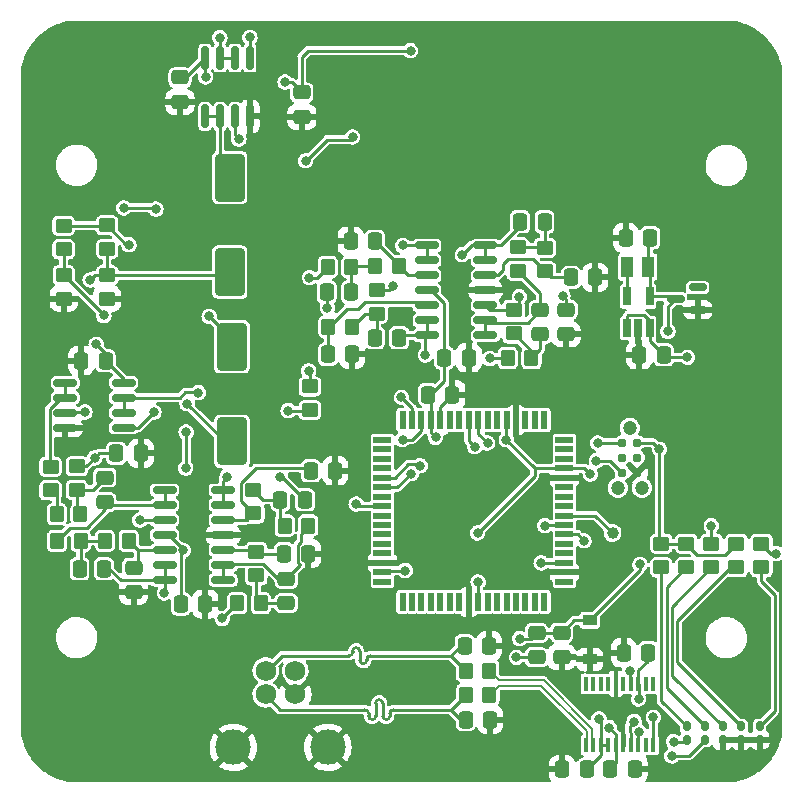
<source format=gbr>
%TF.GenerationSoftware,KiCad,Pcbnew,(6.0.10)*%
%TF.CreationDate,2023-02-03T08:49:19+00:00*%
%TF.ProjectId,Radar,52616461-722e-46b6-9963-61645f706362,rev?*%
%TF.SameCoordinates,Original*%
%TF.FileFunction,Copper,L1,Top*%
%TF.FilePolarity,Positive*%
%FSLAX46Y46*%
G04 Gerber Fmt 4.6, Leading zero omitted, Abs format (unit mm)*
G04 Created by KiCad (PCBNEW (6.0.10)) date 2023-02-03 08:49:19*
%MOMM*%
%LPD*%
G01*
G04 APERTURE LIST*
G04 Aperture macros list*
%AMRoundRect*
0 Rectangle with rounded corners*
0 $1 Rounding radius*
0 $2 $3 $4 $5 $6 $7 $8 $9 X,Y pos of 4 corners*
0 Add a 4 corners polygon primitive as box body*
4,1,4,$2,$3,$4,$5,$6,$7,$8,$9,$2,$3,0*
0 Add four circle primitives for the rounded corners*
1,1,$1+$1,$2,$3*
1,1,$1+$1,$4,$5*
1,1,$1+$1,$6,$7*
1,1,$1+$1,$8,$9*
0 Add four rect primitives between the rounded corners*
20,1,$1+$1,$2,$3,$4,$5,0*
20,1,$1+$1,$4,$5,$6,$7,0*
20,1,$1+$1,$6,$7,$8,$9,0*
20,1,$1+$1,$8,$9,$2,$3,0*%
G04 Aperture macros list end*
%TA.AperFunction,SMDPad,CuDef*%
%ADD10RoundRect,0.250000X-0.350000X-0.450000X0.350000X-0.450000X0.350000X0.450000X-0.350000X0.450000X0*%
%TD*%
%TA.AperFunction,SMDPad,CuDef*%
%ADD11RoundRect,0.250000X-0.450000X0.350000X-0.450000X-0.350000X0.450000X-0.350000X0.450000X0.350000X0*%
%TD*%
%TA.AperFunction,SMDPad,CuDef*%
%ADD12RoundRect,0.160000X0.160000X-0.222500X0.160000X0.222500X-0.160000X0.222500X-0.160000X-0.222500X0*%
%TD*%
%TA.AperFunction,SMDPad,CuDef*%
%ADD13RoundRect,0.250000X-0.337500X-0.475000X0.337500X-0.475000X0.337500X0.475000X-0.337500X0.475000X0*%
%TD*%
%TA.AperFunction,SMDPad,CuDef*%
%ADD14RoundRect,0.250000X0.350000X0.450000X-0.350000X0.450000X-0.350000X-0.450000X0.350000X-0.450000X0*%
%TD*%
%TA.AperFunction,SMDPad,CuDef*%
%ADD15RoundRect,0.250000X0.337500X0.475000X-0.337500X0.475000X-0.337500X-0.475000X0.337500X-0.475000X0*%
%TD*%
%TA.AperFunction,SMDPad,CuDef*%
%ADD16RoundRect,0.250000X0.450000X-0.350000X0.450000X0.350000X-0.450000X0.350000X-0.450000X-0.350000X0*%
%TD*%
%TA.AperFunction,SMDPad,CuDef*%
%ADD17RoundRect,0.250000X-0.475000X0.337500X-0.475000X-0.337500X0.475000X-0.337500X0.475000X0.337500X0*%
%TD*%
%TA.AperFunction,SMDPad,CuDef*%
%ADD18RoundRect,0.150000X-0.825000X-0.150000X0.825000X-0.150000X0.825000X0.150000X-0.825000X0.150000X0*%
%TD*%
%TA.AperFunction,SMDPad,CuDef*%
%ADD19RoundRect,0.250000X-1.000000X1.750000X-1.000000X-1.750000X1.000000X-1.750000X1.000000X1.750000X0*%
%TD*%
%TA.AperFunction,ComponentPad*%
%ADD20C,1.750000*%
%TD*%
%TA.AperFunction,ComponentPad*%
%ADD21C,3.000000*%
%TD*%
%TA.AperFunction,SMDPad,CuDef*%
%ADD22R,1.020000X1.780000*%
%TD*%
%TA.AperFunction,SMDPad,CuDef*%
%ADD23RoundRect,0.150000X0.587500X0.150000X-0.587500X0.150000X-0.587500X-0.150000X0.587500X-0.150000X0*%
%TD*%
%TA.AperFunction,SMDPad,CuDef*%
%ADD24RoundRect,0.250000X0.475000X-0.337500X0.475000X0.337500X-0.475000X0.337500X-0.475000X-0.337500X0*%
%TD*%
%TA.AperFunction,SMDPad,CuDef*%
%ADD25C,1.000000*%
%TD*%
%TA.AperFunction,SMDPad,CuDef*%
%ADD26R,0.650000X1.560000*%
%TD*%
%TA.AperFunction,ComponentPad*%
%ADD27C,1.200000*%
%TD*%
%TA.AperFunction,SMDPad,CuDef*%
%ADD28C,0.787000*%
%TD*%
%TA.AperFunction,SMDPad,CuDef*%
%ADD29R,1.500000X0.550000*%
%TD*%
%TA.AperFunction,SMDPad,CuDef*%
%ADD30R,0.550000X1.500000*%
%TD*%
%TA.AperFunction,SMDPad,CuDef*%
%ADD31R,0.400000X1.200000*%
%TD*%
%TA.AperFunction,SMDPad,CuDef*%
%ADD32RoundRect,0.150000X0.150000X-0.825000X0.150000X0.825000X-0.150000X0.825000X-0.150000X-0.825000X0*%
%TD*%
%TA.AperFunction,SMDPad,CuDef*%
%ADD33R,1.200000X0.900000*%
%TD*%
%TA.AperFunction,ViaPad*%
%ADD34C,0.800000*%
%TD*%
%TA.AperFunction,Conductor*%
%ADD35C,0.250000*%
%TD*%
%TA.AperFunction,Conductor*%
%ADD36C,0.200000*%
%TD*%
G04 APERTURE END LIST*
D10*
%TO.P,R9,1*%
%TO.N,Net-(C12-Pad1)*%
X141955000Y-80830000D03*
%TO.P,R9,2*%
%TO.N,Net-(C11-Pad1)*%
X143955000Y-80830000D03*
%TD*%
D11*
%TO.P,R2,1*%
%TO.N,Net-(R2-Pad1)*%
X174650000Y-104320000D03*
%TO.P,R2,2*%
%TO.N,Net-(D3-Pad2)*%
X174650000Y-106320000D03*
%TD*%
D12*
%TO.P,D2,1,K*%
%TO.N,GND*%
X172946250Y-120922500D03*
%TO.P,D2,2,A*%
%TO.N,Net-(D2-Pad2)*%
X172946250Y-119777500D03*
%TD*%
D13*
%TO.P,C9,1*%
%TO.N,Net-(C9-Pad1)*%
X149532500Y-112970000D03*
%TO.P,C9,2*%
%TO.N,GND*%
X151607500Y-112970000D03*
%TD*%
%TO.P,C31,1*%
%TO.N,Net-(C31-Pad1)*%
X133932500Y-100600000D03*
%TO.P,C31,2*%
%TO.N,ADC_I*%
X136007500Y-100600000D03*
%TD*%
D11*
%TO.P,R1,1*%
%TO.N,+3V3*%
X172530000Y-104320000D03*
%TO.P,R1,2*%
%TO.N,Net-(D2-Pad2)*%
X172530000Y-106320000D03*
%TD*%
D14*
%TO.P,R20,1*%
%TO.N,Net-(C25-Pad2)*%
X136280000Y-102790000D03*
%TO.P,R20,2*%
%TO.N,Net-(C31-Pad1)*%
X134280000Y-102790000D03*
%TD*%
D11*
%TO.P,R4,1*%
%TO.N,+3V3*%
X166170000Y-104320000D03*
%TO.P,R4,2*%
%TO.N,Net-(D5-Pad2)*%
X166170000Y-106320000D03*
%TD*%
%TO.P,R25,1*%
%TO.N,+3V3*%
X115570000Y-77390000D03*
%TO.P,R25,2*%
%TO.N,Net-(C28-Pad2)*%
X115570000Y-79390000D03*
%TD*%
D15*
%TO.P,C4,1*%
%TO.N,+3.3VA*%
X165077500Y-113560000D03*
%TO.P,C4,2*%
%TO.N,GND*%
X163002500Y-113560000D03*
%TD*%
D12*
%TO.P,D5,1,K*%
%TO.N,TXL*%
X168316250Y-120922500D03*
%TO.P,D5,2,A*%
%TO.N,Net-(D5-Pad2)*%
X168316250Y-119777500D03*
%TD*%
D16*
%TO.P,R19,1*%
%TO.N,Net-(C24-Pad2)*%
X154025000Y-81210000D03*
%TO.P,R19,2*%
%TO.N,Net-(C30-Pad1)*%
X154025000Y-79210000D03*
%TD*%
D13*
%TO.P,C17,1*%
%TO.N,Net-(C17-Pad1)*%
X137937500Y-88300000D03*
%TO.P,C17,2*%
%TO.N,GND*%
X140012500Y-88300000D03*
%TD*%
D10*
%TO.P,R7,1*%
%TO.N,3v3_Q*%
X137935000Y-80890000D03*
%TO.P,R7,2*%
%TO.N,Net-(C12-Pad1)*%
X139935000Y-80890000D03*
%TD*%
D15*
%TO.P,C12,1*%
%TO.N,Net-(C12-Pad1)*%
X139922500Y-83020000D03*
%TO.P,C12,2*%
%TO.N,Net-(C12-Pad2)*%
X137847500Y-83020000D03*
%TD*%
D13*
%TO.P,C18,1*%
%TO.N,Net-(C18-Pad1)*%
X141917500Y-86890000D03*
%TO.P,C18,2*%
%TO.N,Net-(C18-Pad2)*%
X143992500Y-86890000D03*
%TD*%
D11*
%TO.P,R3,1*%
%TO.N,+3V3*%
X168290000Y-104320000D03*
%TO.P,R3,2*%
%TO.N,Net-(D4-Pad2)*%
X168290000Y-106320000D03*
%TD*%
%TO.P,R21,1*%
%TO.N,Net-(C30-Pad1)*%
X156325000Y-79270000D03*
%TO.P,R21,2*%
%TO.N,Net-(C26-Pad1)*%
X156325000Y-81270000D03*
%TD*%
%TO.P,R22,1*%
%TO.N,Net-(C31-Pad1)*%
X131640000Y-99760000D03*
%TO.P,R22,2*%
%TO.N,Net-(C29-Pad1)*%
X131640000Y-101760000D03*
%TD*%
D16*
%TO.P,R17,1*%
%TO.N,Net-(C24-Pad1)*%
X153675000Y-86520000D03*
%TO.P,R17,2*%
%TO.N,Net-(C22-Pad1)*%
X153675000Y-84520000D03*
%TD*%
D17*
%TO.P,C8,1*%
%TO.N,+5V*%
X157740000Y-111842500D03*
%TO.P,C8,2*%
%TO.N,GND*%
X157740000Y-113917500D03*
%TD*%
D15*
%TO.P,C1,1*%
%TO.N,+5V*%
X166377500Y-88330000D03*
%TO.P,C1,2*%
%TO.N,GND*%
X164302500Y-88330000D03*
%TD*%
D17*
%TO.P,C15,1*%
%TO.N,Net-(C15-Pad1)*%
X119070000Y-98722500D03*
%TO.P,C15,2*%
%TO.N,Net-(C15-Pad2)*%
X119070000Y-100797500D03*
%TD*%
D15*
%TO.P,C13,1*%
%TO.N,+3V3*%
X119127500Y-88840000D03*
%TO.P,C13,2*%
%TO.N,GND*%
X117052500Y-88840000D03*
%TD*%
%TO.P,C3,1*%
%TO.N,+3V3*%
X165247500Y-78420000D03*
%TO.P,C3,2*%
%TO.N,GND*%
X163172500Y-78420000D03*
%TD*%
D18*
%TO.P,U5,1*%
%TO.N,Net-(C12-Pad2)*%
X146340000Y-79060000D03*
%TO.P,U5,2,-*%
X146340000Y-80330000D03*
%TO.P,U5,3,+*%
%TO.N,Net-(C11-Pad1)*%
X146340000Y-81600000D03*
%TO.P,U5,4,V+*%
%TO.N,+3V3*%
X146340000Y-82870000D03*
%TO.P,U5,5,+*%
%TO.N,Net-(C17-Pad1)*%
X146340000Y-84140000D03*
%TO.P,U5,6,-*%
%TO.N,Net-(C18-Pad2)*%
X146340000Y-85410000D03*
%TO.P,U5,7*%
X146340000Y-86680000D03*
%TO.P,U5,8*%
%TO.N,Net-(C24-Pad2)*%
X151290000Y-86680000D03*
%TO.P,U5,9,-*%
X151290000Y-85410000D03*
%TO.P,U5,10,+*%
%TO.N,Net-(C22-Pad1)*%
X151290000Y-84140000D03*
%TO.P,U5,11,V-*%
%TO.N,GND*%
X151290000Y-82870000D03*
%TO.P,U5,12,+*%
%TO.N,Net-(C26-Pad1)*%
X151290000Y-81600000D03*
%TO.P,U5,13,-*%
%TO.N,ADC_Q*%
X151290000Y-80330000D03*
%TO.P,U5,14*%
X151290000Y-79060000D03*
%TD*%
D10*
%TO.P,R14,1*%
%TO.N,Net-(C20-Pad1)*%
X119080000Y-104070000D03*
%TO.P,R14,2*%
%TO.N,Net-(C19-Pad1)*%
X121080000Y-104070000D03*
%TD*%
D13*
%TO.P,C20,1*%
%TO.N,Net-(C20-Pad1)*%
X116922500Y-106450000D03*
%TO.P,C20,2*%
%TO.N,Net-(C20-Pad2)*%
X118997500Y-106450000D03*
%TD*%
D10*
%TO.P,R8,1*%
%TO.N,3v3_I*%
X115000000Y-101820000D03*
%TO.P,R8,2*%
%TO.N,Net-(C15-Pad1)*%
X117000000Y-101820000D03*
%TD*%
D12*
%TO.P,D11,1,K*%
%TO.N,GND*%
X171360000Y-120922500D03*
%TO.P,D11,2,A*%
%TO.N,Net-(D11-Pad2)*%
X171360000Y-119777500D03*
%TD*%
D19*
%TO.P,C27,1*%
%TO.N,Net-(C27-Pad1)*%
X129640000Y-73317500D03*
%TO.P,C27,2*%
%TO.N,Net-(C27-Pad2)*%
X129640000Y-81317500D03*
%TD*%
D20*
%TO.P,J2,1,VBUS*%
%TO.N,Net-(FB1-Pad2)*%
X135190000Y-115065000D03*
%TO.P,J2,2,D-*%
%TO.N,Net-(C9-Pad1)*%
X132690000Y-115065000D03*
%TO.P,J2,3,D+*%
%TO.N,Net-(C7-Pad1)*%
X132690000Y-117065000D03*
%TO.P,J2,4,GND*%
%TO.N,GND*%
X135190000Y-117065000D03*
D21*
%TO.P,J2,5,Shield*%
X137940000Y-121555000D03*
X129940000Y-121555000D03*
%TD*%
D22*
%TO.P,L1,1*%
%TO.N,Net-(L1-Pad1)*%
X163310000Y-80900000D03*
%TO.P,L1,2*%
%TO.N,+3V3*%
X165090000Y-80900000D03*
%TD*%
D10*
%TO.P,R12,1*%
%TO.N,Net-(C15-Pad2)*%
X115020000Y-104090000D03*
%TO.P,R12,2*%
%TO.N,Net-(C20-Pad1)*%
X117020000Y-104090000D03*
%TD*%
D13*
%TO.P,C14,1*%
%TO.N,Net-(C14-Pad1)*%
X120032500Y-96660000D03*
%TO.P,C14,2*%
%TO.N,GND*%
X122107500Y-96660000D03*
%TD*%
%TO.P,C7,1*%
%TO.N,Net-(C7-Pad1)*%
X149612500Y-119210000D03*
%TO.P,C7,2*%
%TO.N,GND*%
X151687500Y-119210000D03*
%TD*%
D11*
%TO.P,R28,1*%
%TO.N,3v3_Q*%
X136430000Y-91010000D03*
%TO.P,R28,2*%
%TO.N,Net-(R28-Pad2)*%
X136430000Y-93010000D03*
%TD*%
D23*
%TO.P,D1,1,K*%
%TO.N,+3V3*%
X167382500Y-83570000D03*
%TO.P,D1,2,A*%
%TO.N,GND*%
X169257500Y-84520000D03*
%TO.P,D1,3*%
%TO.N,N/C*%
X169257500Y-82620000D03*
%TD*%
D24*
%TO.P,C24,1*%
%TO.N,Net-(C24-Pad1)*%
X155935000Y-86587500D03*
%TO.P,C24,2*%
%TO.N,Net-(C24-Pad2)*%
X155935000Y-84512500D03*
%TD*%
D17*
%TO.P,FB1,1*%
%TO.N,+5V*%
X155610000Y-111862500D03*
%TO.P,FB1,2*%
%TO.N,Net-(FB1-Pad2)*%
X155610000Y-113937500D03*
%TD*%
D11*
%TO.P,R26,1*%
%TO.N,Net-(C28-Pad2)*%
X115590000Y-81560000D03*
%TO.P,R26,2*%
%TO.N,GND*%
X115590000Y-83560000D03*
%TD*%
D13*
%TO.P,C21,1*%
%TO.N,+3V3*%
X125502500Y-109430000D03*
%TO.P,C21,2*%
%TO.N,GND*%
X127577500Y-109430000D03*
%TD*%
D25*
%TO.P,TP1,1,1*%
%TO.N,Net-(TP1-Pad1)*%
X162050000Y-103410000D03*
%TD*%
D17*
%TO.P,C22,1*%
%TO.N,Net-(C22-Pad1)*%
X158115000Y-84522500D03*
%TO.P,C22,2*%
%TO.N,GND*%
X158115000Y-86597500D03*
%TD*%
D15*
%TO.P,C30,1*%
%TO.N,Net-(C30-Pad1)*%
X156292500Y-77060000D03*
%TO.P,C30,2*%
%TO.N,ADC_Q*%
X154217500Y-77060000D03*
%TD*%
D13*
%TO.P,C23,1*%
%TO.N,Net-(C23-Pad1)*%
X134212500Y-105160000D03*
%TO.P,C23,2*%
%TO.N,GND*%
X136287500Y-105160000D03*
%TD*%
D11*
%TO.P,R24,1*%
%TO.N,Net-(C27-Pad2)*%
X119250000Y-81580000D03*
%TO.P,R24,2*%
%TO.N,GND*%
X119250000Y-83580000D03*
%TD*%
D13*
%TO.P,C2,1*%
%TO.N,+3V3*%
X146422500Y-91690000D03*
%TO.P,C2,2*%
%TO.N,GND*%
X148497500Y-91690000D03*
%TD*%
D14*
%TO.P,R13,1*%
%TO.N,Net-(C18-Pad1)*%
X139965000Y-85960000D03*
%TO.P,R13,2*%
%TO.N,Net-(C17-Pad1)*%
X137965000Y-85960000D03*
%TD*%
D15*
%TO.P,C11,1*%
%TO.N,Net-(C11-Pad1)*%
X141942500Y-78700000D03*
%TO.P,C11,2*%
%TO.N,GND*%
X139867500Y-78700000D03*
%TD*%
D10*
%TO.P,R16,1*%
%TO.N,Net-(C20-Pad2)*%
X130280000Y-109360000D03*
%TO.P,R16,2*%
%TO.N,Net-(C25-Pad1)*%
X132280000Y-109360000D03*
%TD*%
D18*
%TO.P,U6,1*%
%TO.N,Net-(R27-Pad1)*%
X115705000Y-90685000D03*
%TO.P,U6,2,-*%
X115705000Y-91955000D03*
%TO.P,U6,3,+*%
%TO.N,Net-(C27-Pad2)*%
X115705000Y-93225000D03*
%TO.P,U6,4,V-*%
%TO.N,GND*%
X115705000Y-94495000D03*
%TO.P,U6,5,+*%
%TO.N,Net-(C28-Pad2)*%
X120655000Y-94495000D03*
%TO.P,U6,6,-*%
%TO.N,Net-(R28-Pad2)*%
X120655000Y-93225000D03*
%TO.P,U6,7*%
X120655000Y-91955000D03*
%TO.P,U6,8,V+*%
%TO.N,+3V3*%
X120655000Y-90685000D03*
%TD*%
D26*
%TO.P,U1,1,Vin*%
%TO.N,+5V*%
X163280000Y-86080000D03*
%TO.P,U1,2,GND*%
%TO.N,GND*%
X164230000Y-86080000D03*
%TO.P,U1,3,EN*%
%TO.N,+5V*%
X165180000Y-86080000D03*
%TO.P,U1,4,FB*%
%TO.N,+3V3*%
X165180000Y-83380000D03*
%TO.P,U1,5,SW*%
%TO.N,Net-(L1-Pad1)*%
X163280000Y-83380000D03*
%TD*%
D12*
%TO.P,D3,1,K*%
%TO.N,GND*%
X174510000Y-120902500D03*
%TO.P,D3,2,A*%
%TO.N,Net-(D3-Pad2)*%
X174510000Y-119757500D03*
%TD*%
D16*
%TO.P,R18,1*%
%TO.N,Net-(C25-Pad1)*%
X131880000Y-107010000D03*
%TO.P,R18,2*%
%TO.N,Net-(C23-Pad1)*%
X131880000Y-105010000D03*
%TD*%
D13*
%TO.P,C26,1*%
%TO.N,Net-(C26-Pad1)*%
X158517500Y-81780000D03*
%TO.P,C26,2*%
%TO.N,GND*%
X160592500Y-81780000D03*
%TD*%
D11*
%TO.P,R23,1*%
%TO.N,+3V3*%
X119250000Y-77360000D03*
%TO.P,R23,2*%
%TO.N,Net-(C27-Pad2)*%
X119250000Y-79360000D03*
%TD*%
D27*
%TO.P,J1,*%
%TO.N,*%
X164516000Y-99585000D03*
X162484000Y-99585000D03*
X163500000Y-94505000D03*
D28*
%TO.P,J1,1,DATA*%
%TO.N,PDI_DATA*%
X162865000Y-95775000D03*
%TO.P,J1,2,VCC*%
%TO.N,+3V3*%
X164135000Y-95775000D03*
%TO.P,J1,3,NC*%
%TO.N,unconnected-(J1-Pad3)*%
X162865000Y-97045000D03*
%TO.P,J1,4,NC*%
%TO.N,unconnected-(J1-Pad4)*%
X164135000Y-97045000D03*
%TO.P,J1,5,CLOCK*%
%TO.N,PDI_CLK*%
X162865000Y-98315000D03*
%TO.P,J1,6,GND*%
%TO.N,GND*%
X164135000Y-98315000D03*
%TD*%
D19*
%TO.P,C28,1*%
%TO.N,Net-(C28-Pad1)*%
X129820000Y-87650000D03*
%TO.P,C28,2*%
%TO.N,Net-(C28-Pad2)*%
X129820000Y-95650000D03*
%TD*%
D18*
%TO.P,U7,1*%
%TO.N,Net-(C15-Pad2)*%
X124125000Y-99780000D03*
%TO.P,U7,2,-*%
X124125000Y-101050000D03*
%TO.P,U7,3,+*%
%TO.N,Net-(C14-Pad1)*%
X124125000Y-102320000D03*
%TO.P,U7,4,V+*%
%TO.N,+3V3*%
X124125000Y-103590000D03*
%TO.P,U7,5,+*%
%TO.N,Net-(C19-Pad1)*%
X124125000Y-104860000D03*
%TO.P,U7,6,-*%
%TO.N,Net-(C20-Pad2)*%
X124125000Y-106130000D03*
%TO.P,U7,7*%
X124125000Y-107400000D03*
%TO.P,U7,8*%
%TO.N,Net-(C25-Pad2)*%
X129075000Y-107400000D03*
%TO.P,U7,9,-*%
X129075000Y-106130000D03*
%TO.P,U7,10,+*%
%TO.N,Net-(C23-Pad1)*%
X129075000Y-104860000D03*
%TO.P,U7,11,V-*%
%TO.N,GND*%
X129075000Y-103590000D03*
%TO.P,U7,12,+*%
%TO.N,Net-(C29-Pad1)*%
X129075000Y-102320000D03*
%TO.P,U7,13,-*%
%TO.N,ADC_I*%
X129075000Y-101050000D03*
%TO.P,U7,14*%
X129075000Y-99780000D03*
%TD*%
D10*
%TO.P,R15,1*%
%TO.N,Net-(C18-Pad2)*%
X153185000Y-88600000D03*
%TO.P,R15,2*%
%TO.N,Net-(C24-Pad1)*%
X155185000Y-88600000D03*
%TD*%
D17*
%TO.P,C19,1*%
%TO.N,Net-(C19-Pad1)*%
X121490000Y-106352500D03*
%TO.P,C19,2*%
%TO.N,GND*%
X121490000Y-108427500D03*
%TD*%
D13*
%TO.P,C16,1*%
%TO.N,+3V3*%
X147797500Y-88580000D03*
%TO.P,C16,2*%
%TO.N,GND*%
X149872500Y-88580000D03*
%TD*%
%TO.P,C29,1*%
%TO.N,Net-(C29-Pad1)*%
X136502500Y-98150000D03*
%TO.P,C29,2*%
%TO.N,GND*%
X138577500Y-98150000D03*
%TD*%
D24*
%TO.P,C25,1*%
%TO.N,Net-(C25-Pad1)*%
X134430000Y-109357500D03*
%TO.P,C25,2*%
%TO.N,Net-(C25-Pad2)*%
X134430000Y-107282500D03*
%TD*%
D17*
%TO.P,C10,1*%
%TO.N,+5V*%
X125425000Y-64835000D03*
%TO.P,C10,2*%
%TO.N,GND*%
X125425000Y-66910000D03*
%TD*%
D11*
%TO.P,R29,1*%
%TO.N,+5V*%
X170410000Y-104320000D03*
%TO.P,R29,2*%
%TO.N,Net-(D11-Pad2)*%
X170410000Y-106320000D03*
%TD*%
%TO.P,R27,1*%
%TO.N,Net-(R27-Pad1)*%
X114470000Y-97800000D03*
%TO.P,R27,2*%
%TO.N,3v3_I*%
X114470000Y-99800000D03*
%TD*%
D29*
%TO.P,U2,1,PA3*%
%TO.N,unconnected-(U2-Pad1)*%
X142570000Y-95540000D03*
%TO.P,U2,2,PA4*%
%TO.N,unconnected-(U2-Pad2)*%
X142570000Y-96340000D03*
%TO.P,U2,3,PA5*%
%TO.N,unconnected-(U2-Pad3)*%
X142570000Y-97140000D03*
%TO.P,U2,4,PA6*%
%TO.N,unconnected-(U2-Pad4)*%
X142570000Y-97940000D03*
%TO.P,U2,5,PA7*%
%TO.N,Net-(R2-Pad1)*%
X142570000Y-98740000D03*
%TO.P,U2,6,AREFB/PB0*%
%TO.N,ADC_Q*%
X142570000Y-99540000D03*
%TO.P,U2,7,PB1*%
%TO.N,unconnected-(U2-Pad7)*%
X142570000Y-100340000D03*
%TO.P,U2,8,PB2*%
%TO.N,DAC_VCO*%
X142570000Y-101140000D03*
%TO.P,U2,9,PB3*%
%TO.N,unconnected-(U2-Pad9)*%
X142570000Y-101940000D03*
%TO.P,U2,10,PB4*%
%TO.N,unconnected-(U2-Pad10)*%
X142570000Y-102740000D03*
%TO.P,U2,11,PB5*%
%TO.N,unconnected-(U2-Pad11)*%
X142570000Y-103540000D03*
%TO.P,U2,12,PB6*%
%TO.N,unconnected-(U2-Pad12)*%
X142570000Y-104340000D03*
%TO.P,U2,13,PB7*%
%TO.N,unconnected-(U2-Pad13)*%
X142570000Y-105140000D03*
%TO.P,U2,14,GND*%
%TO.N,GND*%
X142570000Y-105940000D03*
%TO.P,U2,15,VCC*%
%TO.N,+3V3*%
X142570000Y-106740000D03*
%TO.P,U2,16,PC0*%
%TO.N,unconnected-(U2-Pad16)*%
X142570000Y-107540000D03*
D30*
%TO.P,U2,17,PC1*%
%TO.N,unconnected-(U2-Pad17)*%
X144270000Y-109240000D03*
%TO.P,U2,18,PC2*%
%TO.N,unconnected-(U2-Pad18)*%
X145070000Y-109240000D03*
%TO.P,U2,19,PC3*%
%TO.N,unconnected-(U2-Pad19)*%
X145870000Y-109240000D03*
%TO.P,U2,20,PC4*%
%TO.N,unconnected-(U2-Pad20)*%
X146670000Y-109240000D03*
%TO.P,U2,21,PC5*%
%TO.N,unconnected-(U2-Pad21)*%
X147470000Y-109240000D03*
%TO.P,U2,22,PC6*%
%TO.N,unconnected-(U2-Pad22)*%
X148270000Y-109240000D03*
%TO.P,U2,23,PC7*%
%TO.N,unconnected-(U2-Pad23)*%
X149070000Y-109240000D03*
%TO.P,U2,24,GND*%
%TO.N,GND*%
X149870000Y-109240000D03*
%TO.P,U2,25,VCC*%
%TO.N,+3V3*%
X150670000Y-109240000D03*
%TO.P,U2,26,PD0*%
%TO.N,unconnected-(U2-Pad26)*%
X151470000Y-109240000D03*
%TO.P,U2,27,PD1*%
%TO.N,unconnected-(U2-Pad27)*%
X152270000Y-109240000D03*
%TO.P,U2,28,PD2*%
%TO.N,unconnected-(U2-Pad28)*%
X153070000Y-109240000D03*
%TO.P,U2,29,PD3*%
%TO.N,unconnected-(U2-Pad29)*%
X153870000Y-109240000D03*
%TO.P,U2,30,PD4*%
%TO.N,unconnected-(U2-Pad30)*%
X154670000Y-109240000D03*
%TO.P,U2,31,PD5*%
%TO.N,unconnected-(U2-Pad31)*%
X155470000Y-109240000D03*
%TO.P,U2,32,PD6*%
%TO.N,unconnected-(U2-Pad32)*%
X156270000Y-109240000D03*
D29*
%TO.P,U2,33,PD7*%
%TO.N,unconnected-(U2-Pad33)*%
X157970000Y-107540000D03*
%TO.P,U2,34,GND*%
%TO.N,GND*%
X157970000Y-106740000D03*
%TO.P,U2,35,VCC*%
%TO.N,+3V3*%
X157970000Y-105940000D03*
%TO.P,U2,36,PE0*%
%TO.N,unconnected-(U2-Pad36)*%
X157970000Y-105140000D03*
%TO.P,U2,37,PE1*%
%TO.N,unconnected-(U2-Pad37)*%
X157970000Y-104340000D03*
%TO.P,U2,38,PE2*%
%TO.N,UART_RX*%
X157970000Y-103540000D03*
%TO.P,U2,39,PE3*%
%TO.N,UART_TX*%
X157970000Y-102740000D03*
%TO.P,U2,40,PE4*%
%TO.N,Net-(TP1-Pad1)*%
X157970000Y-101940000D03*
%TO.P,U2,41,PE5*%
%TO.N,unconnected-(U2-Pad41)*%
X157970000Y-101140000D03*
%TO.P,U2,42,PE6*%
%TO.N,unconnected-(U2-Pad42)*%
X157970000Y-100340000D03*
%TO.P,U2,43,PE7*%
%TO.N,unconnected-(U2-Pad43)*%
X157970000Y-99540000D03*
%TO.P,U2,44,GND*%
%TO.N,GND*%
X157970000Y-98740000D03*
%TO.P,U2,45,VCC*%
%TO.N,+3V3*%
X157970000Y-97940000D03*
%TO.P,U2,46,PF0*%
%TO.N,unconnected-(U2-Pad46)*%
X157970000Y-97140000D03*
%TO.P,U2,47,PF1*%
%TO.N,unconnected-(U2-Pad47)*%
X157970000Y-96340000D03*
%TO.P,U2,48,PF2*%
%TO.N,unconnected-(U2-Pad48)*%
X157970000Y-95540000D03*
D30*
%TO.P,U2,49,PF3*%
%TO.N,unconnected-(U2-Pad49)*%
X156270000Y-93840000D03*
%TO.P,U2,50,PF4*%
%TO.N,unconnected-(U2-Pad50)*%
X155470000Y-93840000D03*
%TO.P,U2,51,PF5*%
%TO.N,unconnected-(U2-Pad51)*%
X154670000Y-93840000D03*
%TO.P,U2,52,GND*%
%TO.N,GND*%
X153870000Y-93840000D03*
%TO.P,U2,53,VCC*%
%TO.N,+3V3*%
X153070000Y-93840000D03*
%TO.P,U2,54,PF6*%
%TO.N,unconnected-(U2-Pad54)*%
X152270000Y-93840000D03*
%TO.P,U2,55,PF7*%
%TO.N,unconnected-(U2-Pad55)*%
X151470000Y-93840000D03*
%TO.P,U2,56,PDI_DATA*%
%TO.N,PDI_DATA*%
X150670000Y-93840000D03*
%TO.P,U2,57,~{RESET}/PDI_CLK*%
%TO.N,PDI_CLK*%
X149870000Y-93840000D03*
%TO.P,U2,58,PR0/XTAL2*%
%TO.N,unconnected-(U2-Pad58)*%
X149070000Y-93840000D03*
%TO.P,U2,59,PR1/XTAL1*%
%TO.N,unconnected-(U2-Pad59)*%
X148270000Y-93840000D03*
%TO.P,U2,60,GND*%
%TO.N,GND*%
X147470000Y-93840000D03*
%TO.P,U2,61,AVCC*%
%TO.N,+3V3*%
X146670000Y-93840000D03*
%TO.P,U2,62,AREFA/PA0*%
%TO.N,ADC_I*%
X145870000Y-93840000D03*
%TO.P,U2,63,PA1*%
%TO.N,RAD_EN*%
X145070000Y-93840000D03*
%TO.P,U2,64,PA2*%
%TO.N,unconnected-(U2-Pad64)*%
X144270000Y-93840000D03*
%TD*%
D31*
%TO.P,U3,1,~{DTR}*%
%TO.N,unconnected-(U3-Pad1)*%
X165507500Y-116170000D03*
%TO.P,U3,2,~{RTS}*%
%TO.N,unconnected-(U3-Pad2)*%
X164872500Y-116170000D03*
%TO.P,U3,3,VCCIO*%
%TO.N,+3.3VA*%
X164237500Y-116170000D03*
%TO.P,U3,4,RXD*%
%TO.N,UART_TX*%
X163602500Y-116170000D03*
%TO.P,U3,5,~{RI}*%
%TO.N,unconnected-(U3-Pad5)*%
X162967500Y-116170000D03*
%TO.P,U3,6,GND*%
%TO.N,GND*%
X162332500Y-116170000D03*
%TO.P,U3,7,~{DSR}*%
%TO.N,unconnected-(U3-Pad7)*%
X161697500Y-116170000D03*
%TO.P,U3,8,~{DCD}*%
%TO.N,unconnected-(U3-Pad8)*%
X161062500Y-116170000D03*
%TO.P,U3,9,~{CTS}*%
%TO.N,unconnected-(U3-Pad9)*%
X160427500Y-116170000D03*
%TO.P,U3,10,CBUS2*%
%TO.N,unconnected-(U3-Pad10)*%
X159792500Y-116170000D03*
%TO.P,U3,11,USBDP*%
%TO.N,D+*%
X159792500Y-121370000D03*
%TO.P,U3,12,USBDM*%
%TO.N,D-*%
X160427500Y-121370000D03*
%TO.P,U3,13,3V3OUT*%
%TO.N,+3.3VA*%
X161062500Y-121370000D03*
%TO.P,U3,14,~{RESET}*%
X161697500Y-121370000D03*
%TO.P,U3,15,VCC*%
%TO.N,+5V*%
X162332500Y-121370000D03*
%TO.P,U3,16,GND*%
%TO.N,GND*%
X162967500Y-121370000D03*
%TO.P,U3,17,CBUS1*%
%TO.N,TXL*%
X163602500Y-121370000D03*
%TO.P,U3,18,CBUS0*%
%TO.N,RXL*%
X164237500Y-121370000D03*
%TO.P,U3,19,CBUS3*%
%TO.N,unconnected-(U3-Pad19)*%
X164872500Y-121370000D03*
%TO.P,U3,20,TXD*%
%TO.N,UART_RX*%
X165507500Y-121370000D03*
%TD*%
D15*
%TO.P,C6,1*%
%TO.N,+3.3VA*%
X159867500Y-123430000D03*
%TO.P,C6,2*%
%TO.N,GND*%
X157792500Y-123430000D03*
%TD*%
D32*
%TO.P,U4,1*%
%TO.N,Net-(C27-Pad1)*%
X127540000Y-68147500D03*
%TO.P,U4,2,-*%
X128810000Y-68147500D03*
%TO.P,U4,3,+*%
%TO.N,IF_I*%
X130080000Y-68147500D03*
%TO.P,U4,4,V-*%
%TO.N,GND*%
X131350000Y-68147500D03*
%TO.P,U4,5,+*%
%TO.N,IF_Q*%
X131350000Y-63197500D03*
%TO.P,U4,6,-*%
%TO.N,Net-(C28-Pad1)*%
X130080000Y-63197500D03*
%TO.P,U4,7*%
X128810000Y-63197500D03*
%TO.P,U4,8,V+*%
%TO.N,+5V*%
X127540000Y-63197500D03*
%TD*%
D10*
%TO.P,R6,1*%
%TO.N,Net-(C9-Pad1)*%
X149610000Y-115070000D03*
%TO.P,R6,2*%
%TO.N,D-*%
X151610000Y-115070000D03*
%TD*%
D12*
%TO.P,D4,1,K*%
%TO.N,RXL*%
X169856250Y-120922500D03*
%TO.P,D4,2,A*%
%TO.N,Net-(D4-Pad2)*%
X169856250Y-119777500D03*
%TD*%
D10*
%TO.P,R5,1*%
%TO.N,Net-(C7-Pad1)*%
X149630000Y-117120000D03*
%TO.P,R5,2*%
%TO.N,D+*%
X151630000Y-117120000D03*
%TD*%
D16*
%TO.P,R10,1*%
%TO.N,Net-(C15-Pad1)*%
X116690000Y-99760000D03*
%TO.P,R10,2*%
%TO.N,Net-(C14-Pad1)*%
X116690000Y-97760000D03*
%TD*%
D17*
%TO.P,C32,1*%
%TO.N,+5V*%
X135750000Y-66112500D03*
%TO.P,C32,2*%
%TO.N,GND*%
X135750000Y-68187500D03*
%TD*%
D13*
%TO.P,C5,1*%
%TO.N,+5V*%
X161842500Y-123360000D03*
%TO.P,C5,2*%
%TO.N,GND*%
X163917500Y-123360000D03*
%TD*%
D33*
%TO.P,D6,1,K*%
%TO.N,+5V*%
X160130000Y-110810000D03*
%TO.P,D6,2,A*%
%TO.N,GND*%
X160130000Y-114110000D03*
%TD*%
D11*
%TO.P,R11,1*%
%TO.N,Net-(C12-Pad2)*%
X142075000Y-82840000D03*
%TO.P,R11,2*%
%TO.N,Net-(C18-Pad1)*%
X142075000Y-84840000D03*
%TD*%
D34*
%TO.N,+5V*%
X164375000Y-106075000D03*
X161787000Y-119900000D03*
X134320000Y-65230000D03*
X127600000Y-64810000D03*
X154190000Y-112360000D03*
X168390000Y-88540000D03*
X144950000Y-62580000D03*
X170410000Y-102790000D03*
%TO.N,GND*%
X133242307Y-76107258D03*
X148782896Y-111174500D03*
X154996091Y-101079500D03*
X116513978Y-69930345D03*
X170105935Y-109633630D03*
X133363871Y-119204515D03*
X137980500Y-90873386D03*
X137018912Y-72722454D03*
X145502246Y-77742908D03*
X175829500Y-79403792D03*
X173555307Y-73705225D03*
X148125500Y-72269139D03*
X171385500Y-99928977D03*
X115442036Y-114283881D03*
X123679289Y-66089913D03*
X153195742Y-120373754D03*
X112530500Y-73369973D03*
X124211031Y-63676010D03*
X119019728Y-74914500D03*
X123145500Y-73301262D03*
X144178653Y-104110886D03*
X168495500Y-111523025D03*
X173864500Y-80170781D03*
X124240606Y-75014500D03*
X127259371Y-99488936D03*
X175829500Y-89792516D03*
X127539500Y-73080113D03*
X169434500Y-99101117D03*
X134904573Y-91616417D03*
X146503421Y-114775500D03*
X116513978Y-109930345D03*
X173864500Y-71030772D03*
X172482447Y-63952013D03*
X114398788Y-71713037D03*
X138617668Y-111174500D03*
X161045399Y-99774231D03*
X112530500Y-103865657D03*
X135414500Y-84071282D03*
X157336024Y-121600899D03*
X117876771Y-78406778D03*
X128915418Y-119156655D03*
X159588682Y-95509159D03*
X168117487Y-62175500D03*
X175829500Y-100181240D03*
X147035935Y-107565500D03*
X131476852Y-123664117D03*
X130819597Y-92799500D03*
X150264631Y-62175500D03*
X164524500Y-110344066D03*
X161372527Y-101352962D03*
X130648335Y-90554500D03*
X124745178Y-123929500D03*
X119832764Y-85915500D03*
X112530500Y-96241736D03*
X136575131Y-94614239D03*
X120030437Y-109701019D03*
X175829500Y-97584059D03*
X158761966Y-120585856D03*
X127196193Y-80604500D03*
X112530500Y-80993894D03*
X170396739Y-115848424D03*
X119662564Y-123929500D03*
X170667895Y-62175500D03*
X167713961Y-85493043D03*
X125370857Y-82555500D03*
X122203871Y-123929500D03*
X168699481Y-86850954D03*
X150145393Y-91663693D03*
X155365447Y-62175500D03*
X118858971Y-71397743D03*
X146106408Y-123929500D03*
X129793663Y-84799500D03*
X132142898Y-71935500D03*
X155789767Y-75493773D03*
X125910331Y-84094500D03*
X166995500Y-99460826D03*
X135158607Y-81572666D03*
X169434500Y-93861337D03*
X153377917Y-75599378D03*
X112530500Y-68287359D03*
X175829500Y-87195335D03*
X147982436Y-104667999D03*
X151307098Y-123929500D03*
X132812463Y-61945500D03*
X175829500Y-84598154D03*
X113589297Y-102575773D03*
X112530500Y-70828666D03*
X128518974Y-66331866D03*
X141840031Y-120182201D03*
X169789076Y-123929500D03*
X126123152Y-86653587D03*
X133917000Y-67805921D03*
X124129407Y-110277751D03*
X166685499Y-77964896D03*
X135887763Y-123166613D03*
X138410241Y-99984500D03*
X130652386Y-78467000D03*
X135196626Y-89128695D03*
X125897089Y-76965500D03*
X171622880Y-102465480D03*
X162376526Y-76666348D03*
X165044500Y-92801080D03*
X168888433Y-81469500D03*
X132341339Y-96939500D03*
X135414500Y-86635178D03*
X173683381Y-102992336D03*
X163305932Y-102909890D03*
X121194500Y-82786052D03*
X173132465Y-82417970D03*
X136648858Y-79854010D03*
X126653721Y-107206287D03*
X135758166Y-108316704D03*
X118189965Y-94122783D03*
X119363018Y-60630500D03*
X131740500Y-82972455D03*
X143051778Y-88288229D03*
X175829500Y-74209430D03*
X152455765Y-77786497D03*
X148195115Y-80377648D03*
X169434500Y-96481227D03*
X156959154Y-88110616D03*
X116821711Y-60630500D03*
X155089628Y-103031427D03*
X124472300Y-87761866D03*
X163067735Y-93115379D03*
X166450500Y-80426111D03*
X153907443Y-123929500D03*
X138177119Y-78506403D03*
X156142138Y-99289666D03*
X175829500Y-66417887D03*
X113664800Y-104993826D03*
X157915855Y-62175500D03*
X144818922Y-61331513D03*
X123145500Y-79527401D03*
X121904325Y-60630500D03*
X141525646Y-115328687D03*
X112530500Y-106406964D03*
X142206936Y-61604500D03*
X125054500Y-90222874D03*
X149343256Y-102662822D03*
X155840487Y-90110809D03*
X116478421Y-74914500D03*
X122534927Y-85915500D03*
X112530500Y-98783043D03*
X131922473Y-113514018D03*
X112829848Y-63243736D03*
X152815039Y-62175500D03*
X144435214Y-117394500D03*
X117530499Y-91843422D03*
X146623243Y-119345500D03*
X173864500Y-77620373D03*
X123430332Y-98629501D03*
X121194500Y-71926263D03*
X146039122Y-96042894D03*
X112530500Y-108948271D03*
X174104819Y-84204746D03*
X148463742Y-120437362D03*
X134209480Y-112824500D03*
X112530500Y-114030885D03*
X171385500Y-92137434D03*
X131740499Y-80408559D03*
X159259815Y-83311681D03*
X128110530Y-78596871D03*
X142076441Y-108665500D03*
X112530500Y-83535201D03*
X143194500Y-90799665D03*
X112530500Y-86076508D03*
X126109617Y-111610947D03*
X143893992Y-114775500D03*
X143506063Y-123929500D03*
X126857247Y-75014500D03*
X166995500Y-94350132D03*
X124632297Y-80604500D03*
X158845931Y-80204500D03*
X159245921Y-112585009D03*
X150867832Y-120955851D03*
X131024881Y-76965500D03*
X175829500Y-69015068D03*
X118851523Y-111378592D03*
X155882180Y-95434721D03*
X158560702Y-109844196D03*
X127005500Y-88861031D03*
X174724044Y-122593355D03*
X140531481Y-121227347D03*
X174247129Y-118528199D03*
X137304500Y-76535783D03*
X145968042Y-89580685D03*
X157095590Y-92435003D03*
X165567079Y-62175500D03*
X147405694Y-70088834D03*
X139948046Y-117394500D03*
X136919134Y-115118234D03*
X175829500Y-76806611D03*
X112530500Y-119113499D03*
X124274742Y-68426560D03*
X133084672Y-110814883D03*
X148209756Y-115853673D03*
X121194500Y-74467570D03*
X162194385Y-87252520D03*
X140969500Y-103357028D03*
X143144500Y-93249588D03*
X127206711Y-104447208D03*
X159417011Y-88017840D03*
X157895603Y-94414500D03*
X147044643Y-117394500D03*
X161521337Y-112352316D03*
X160749680Y-117614721D03*
X123398720Y-77240823D03*
X139138511Y-94524500D03*
X128460985Y-76965500D03*
X133644364Y-93887142D03*
X133036435Y-123929500D03*
X169451952Y-73030468D03*
X169434500Y-101721007D03*
X131069652Y-115671870D03*
X172219961Y-108565500D03*
X140335723Y-105614500D03*
X148893289Y-106574500D03*
X123145500Y-70684621D03*
X153557102Y-104964500D03*
X161650051Y-94799500D03*
X137338617Y-117394500D03*
X112530500Y-91159122D03*
X148157474Y-79339413D03*
X126389501Y-62777851D03*
X174514804Y-108734370D03*
X135852816Y-119345500D03*
X134085858Y-72504577D03*
X112530500Y-75911280D03*
X152453556Y-103030500D03*
X151321035Y-111137001D03*
X131044628Y-66072252D03*
X144170500Y-101450935D03*
X137736083Y-107565500D03*
X123631179Y-82971614D03*
X122425129Y-110043099D03*
X114413787Y-61309080D03*
X170119138Y-122151799D03*
X115484500Y-106029056D03*
X112949583Y-121590636D03*
X118915632Y-108025500D03*
X175829500Y-71612249D03*
X157730499Y-76559497D03*
X141455273Y-89569966D03*
X121193030Y-64302370D03*
X157875499Y-78987656D03*
X170442036Y-114283881D03*
X174824500Y-113719008D03*
X143378743Y-78128966D03*
X128107967Y-123356518D03*
X159810305Y-85654412D03*
X164942182Y-94349840D03*
X140969500Y-96531428D03*
X162963580Y-100959247D03*
X161477001Y-78808062D03*
X171329054Y-84221381D03*
X151190819Y-105639616D03*
X153128344Y-114929499D03*
X121194500Y-77749946D03*
X148781462Y-86974288D03*
X167001606Y-102065115D03*
X167633359Y-89542260D03*
X137730500Y-102690561D03*
X165044500Y-90231064D03*
X167132935Y-123929500D03*
X127381453Y-121047025D03*
X163037369Y-118445500D03*
X151033455Y-90140352D03*
X131920500Y-88266230D03*
X160466263Y-62175500D03*
X140969500Y-99525548D03*
X174393736Y-61644673D03*
X123080213Y-90979500D03*
X172623340Y-122405465D03*
X135055255Y-74294310D03*
X128593331Y-111823538D03*
X135503304Y-110621913D03*
X114669571Y-123406412D03*
X121444122Y-89497390D03*
X112530500Y-65746052D03*
X148706753Y-123929500D03*
X171385500Y-94734615D03*
X156121380Y-123520962D03*
X172041599Y-60646859D03*
X146955500Y-68357622D03*
X169970196Y-70659811D03*
X162835202Y-89560014D03*
X139609275Y-119345500D03*
X155243362Y-106942262D03*
X163016671Y-62175500D03*
X158742000Y-115515849D03*
X171299731Y-74600373D03*
X112530500Y-78452587D03*
X116495172Y-108024080D03*
X131907773Y-85702973D03*
X161611566Y-83430250D03*
X154628691Y-92089240D03*
X153370533Y-90150500D03*
X175829500Y-82000973D03*
X165044500Y-101215017D03*
X134730517Y-96439918D03*
X131920500Y-94760481D03*
X135133714Y-62316721D03*
X171385500Y-97331796D03*
X174824500Y-116275467D03*
X159570500Y-100340966D03*
X172268335Y-86041230D03*
X175829500Y-102778421D03*
X148510543Y-96295500D03*
X169434500Y-91241447D03*
X139583354Y-101962256D03*
X167140555Y-96885273D03*
X152160187Y-92239500D03*
X133217950Y-65832094D03*
X155051603Y-117280501D03*
X124445632Y-60630500D03*
X135036720Y-69866170D03*
X112530500Y-101324350D03*
X175829500Y-92389697D03*
X162550861Y-110390426D03*
X131258212Y-118028922D03*
X175829500Y-94986878D03*
X150562176Y-97654471D03*
X149523310Y-84904381D03*
X148017347Y-77349859D03*
X139617965Y-123537949D03*
X164789900Y-76848870D03*
X137980500Y-93373656D03*
X132274206Y-69969419D03*
X163201694Y-105042129D03*
X132548669Y-121475553D03*
X146937998Y-63258244D03*
X118829500Y-90765207D03*
X146955500Y-65807214D03*
X127539501Y-83131124D03*
X112530500Y-116572192D03*
X148125500Y-74819547D03*
X133504232Y-63834500D03*
X118204014Y-114069599D03*
X141713555Y-94419651D03*
X120872900Y-98158329D03*
X174824500Y-111162549D03*
X121622892Y-100074500D03*
X153035959Y-98255500D03*
X173864500Y-65929956D03*
X165620283Y-122820500D03*
X117121257Y-123929500D03*
X173204014Y-114069599D03*
X132829501Y-103303625D03*
X122724683Y-62385752D03*
X133211686Y-90559124D03*
X147372511Y-97932946D03*
X130053863Y-61349503D03*
X136575095Y-112400340D03*
X148252160Y-83025844D03*
X124921752Y-97151317D03*
X159366652Y-108378079D03*
X164658885Y-103665329D03*
X157059174Y-118711584D03*
X139201075Y-114775500D03*
X137441657Y-96572015D03*
X152280294Y-107309271D03*
X147450518Y-100770084D03*
X173864500Y-68480364D03*
X126389501Y-68955514D03*
X170431850Y-87877715D03*
X156128591Y-104690989D03*
X130653566Y-110910499D03*
X128251099Y-92951051D03*
X145697752Y-105614500D03*
X128084439Y-90554500D03*
X112530500Y-111489578D03*
X127834500Y-70539399D03*
X149987270Y-78030528D03*
X170845499Y-82486174D03*
X170943764Y-89714199D03*
X141158975Y-111174500D03*
X144068437Y-119409688D03*
X121194500Y-66843649D03*
X112530500Y-93700429D03*
X146241589Y-111174500D03*
X120786941Y-102446506D03*
X168589050Y-114040735D03*
X127719500Y-95539065D03*
X151496408Y-101079500D03*
X121194500Y-69384956D03*
X140277390Y-107565500D03*
X131740500Y-74849935D03*
X145506863Y-99529835D03*
X112530500Y-88617815D03*
X172309849Y-70013544D03*
X175824594Y-119839120D03*
X117008372Y-80676409D03*
X153094771Y-117891499D03*
X149291331Y-99851766D03*
X127266025Y-101986922D03*
X143700282Y-111174500D03*
X166865894Y-82404500D03*
X166995500Y-91730242D03*
X114147127Y-75443308D03*
X137958904Y-105263782D03*
X114397521Y-111718025D03*
X172204429Y-117656114D03*
X175715068Y-63830273D03*
X153454500Y-111342124D03*
%TO.N,+3V3*%
X156000000Y-105940000D03*
X121100000Y-79000000D03*
X153050000Y-95520000D03*
X166020000Y-96320000D03*
X125699500Y-104872500D03*
X160160000Y-98430000D03*
X125940000Y-94860000D03*
X144490000Y-106590000D03*
X150620000Y-103410000D03*
X150660000Y-107550000D03*
X166730000Y-86340000D03*
X125910000Y-97920000D03*
X147060000Y-95320000D03*
X118330000Y-87430000D03*
%TO.N,+3.3VA*%
X160900000Y-119150000D03*
X164250000Y-117470000D03*
%TO.N,Net-(C12-Pad2)*%
X137905000Y-84350000D03*
X143485000Y-82470000D03*
X144305000Y-79070000D03*
%TO.N,Net-(C14-Pad1)*%
X122030000Y-102310000D03*
X118200000Y-97050000D03*
%TO.N,Net-(C18-Pad2)*%
X151665000Y-88630000D03*
X146205000Y-88350000D03*
%TO.N,Net-(C20-Pad2)*%
X124110000Y-108490000D03*
X129010000Y-110640000D03*
%TO.N,Net-(C22-Pad1)*%
X157835000Y-83370000D03*
X154165000Y-83410000D03*
%TO.N,Net-(C27-Pad2)*%
X117820000Y-81980000D03*
X117380000Y-93170000D03*
%TO.N,ADC_Q*%
X149330000Y-79840000D03*
X144990000Y-98390000D03*
%TO.N,ADC_I*%
X129410000Y-98640000D03*
X133910000Y-98640000D03*
X144265500Y-95500000D03*
%TO.N,RXL*%
X164320000Y-120270000D03*
X167080000Y-122280000D03*
%TO.N,TXL*%
X167210000Y-121070000D03*
X163873009Y-119376017D03*
%TO.N,Net-(FB1-Pad2)*%
X153910000Y-113950000D03*
%TO.N,PDI_DATA*%
X160810000Y-95800000D03*
X151472299Y-95797701D03*
%TO.N,PDI_CLK*%
X160680000Y-97280000D03*
X150383233Y-96095962D03*
%TO.N,RAD_EN*%
X144170000Y-91920000D03*
%TO.N,DAC_VCO*%
X123390000Y-75990000D03*
X136070000Y-71900000D03*
X120660000Y-75890000D03*
X140340000Y-100960000D03*
X140038051Y-69880500D03*
%TO.N,Net-(R2-Pad1)*%
X175890000Y-105150000D03*
X145780000Y-97720000D03*
%TO.N,3v3_Q*%
X136390000Y-81800000D03*
X136320000Y-89690000D03*
%TO.N,Net-(R28-Pad2)*%
X126990000Y-91530000D03*
X134580000Y-93050000D03*
%TO.N,IF_I*%
X130410000Y-70070000D03*
%TO.N,IF_Q*%
X131350000Y-61460000D03*
%TO.N,UART_RX*%
X159630000Y-104070000D03*
X165500000Y-119010000D03*
%TO.N,UART_TX*%
X156320000Y-102780000D03*
X163513000Y-115056943D03*
%TO.N,Net-(C28-Pad1)*%
X127890000Y-85070000D03*
X128810000Y-61480000D03*
%TO.N,Net-(C28-Pad2)*%
X126030000Y-92470000D03*
X123220000Y-93180000D03*
X118985000Y-84995000D03*
%TD*%
D35*
%TO.N,+5V*%
X165180000Y-87132500D02*
X165180000Y-86080000D01*
X166377500Y-88330000D02*
X165180000Y-87132500D01*
X162332500Y-122870000D02*
X161842500Y-123360000D01*
X164705000Y-84975000D02*
X165180000Y-85450000D01*
X168390000Y-88540000D02*
X166587500Y-88540000D01*
X163280000Y-86080000D02*
X163280000Y-85050000D01*
X144950000Y-62580000D02*
X136250000Y-62580000D01*
X170410000Y-102790000D02*
X170410000Y-104320000D01*
X162332500Y-121370000D02*
X162332500Y-122870000D01*
X158772500Y-110810000D02*
X157740000Y-111842500D01*
X162332500Y-120445500D02*
X162332500Y-121370000D01*
X164375000Y-106565000D02*
X160130000Y-110810000D01*
X161787000Y-119900000D02*
X162332500Y-120445500D01*
X164375000Y-106075000D02*
X164375000Y-106565000D01*
X163280000Y-85050000D02*
X163355000Y-84975000D01*
X125902500Y-64835000D02*
X125425000Y-64835000D01*
X135750000Y-63080000D02*
X135750000Y-66112500D01*
X127540000Y-63197500D02*
X125902500Y-64835000D01*
X166587500Y-88540000D02*
X166377500Y-88330000D01*
X154190000Y-112360000D02*
X155112500Y-112360000D01*
X136250000Y-62580000D02*
X135750000Y-63080000D01*
X134320000Y-65230000D02*
X134867500Y-65230000D01*
X160130000Y-110810000D02*
X158772500Y-110810000D01*
X163355000Y-84975000D02*
X164705000Y-84975000D01*
X155630000Y-111842500D02*
X155610000Y-111862500D01*
X134867500Y-65230000D02*
X135750000Y-66112500D01*
X127540000Y-64750000D02*
X127600000Y-64810000D01*
X155112500Y-112360000D02*
X155610000Y-111862500D01*
X157740000Y-111842500D02*
X155630000Y-111842500D01*
X165180000Y-85450000D02*
X165180000Y-86080000D01*
X127540000Y-63197500D02*
X127540000Y-64750000D01*
%TO.N,GND*%
X147470000Y-93840000D02*
X147470000Y-92717500D01*
X147470000Y-92717500D02*
X148497500Y-91690000D01*
%TO.N,+3V3*%
X164135000Y-95775000D02*
X165475000Y-95775000D01*
X119220000Y-77390000D02*
X115570000Y-77390000D01*
X169215000Y-105245000D02*
X171605000Y-105245000D01*
X165247500Y-78420000D02*
X165090000Y-78577500D01*
X166020000Y-104170000D02*
X166170000Y-104320000D01*
X166020000Y-96320000D02*
X166020000Y-104170000D01*
X147797500Y-90545000D02*
X146662500Y-91680000D01*
X147797500Y-88580000D02*
X147797500Y-90545000D01*
X150660000Y-107550000D02*
X150660000Y-109230000D01*
X165180000Y-83380000D02*
X165180000Y-80990000D01*
X166730000Y-84222500D02*
X166730000Y-86340000D01*
X125699500Y-104872500D02*
X125502500Y-104675500D01*
X153050000Y-93860000D02*
X153070000Y-93840000D01*
X121100000Y-79000000D02*
X120890000Y-79000000D01*
X125940000Y-94860000D02*
X125940000Y-97890000D01*
X147797500Y-83950749D02*
X147797500Y-88580000D01*
X165180000Y-80990000D02*
X165090000Y-80900000D01*
X146670000Y-93840000D02*
X146670000Y-94930000D01*
X119127500Y-88227500D02*
X118330000Y-87430000D01*
X167382500Y-83570000D02*
X166730000Y-84222500D01*
X157970000Y-105940000D02*
X156000000Y-105940000D01*
X157970000Y-97940000D02*
X155470000Y-97940000D01*
X120655000Y-90685000D02*
X120655000Y-90367500D01*
X125502500Y-109430000D02*
X125502500Y-104590749D01*
X119127500Y-88840000D02*
X119127500Y-88227500D01*
X144490000Y-106590000D02*
X142720000Y-106590000D01*
X165180000Y-83380000D02*
X167192500Y-83380000D01*
X166170000Y-104320000D02*
X168290000Y-104320000D01*
X125502500Y-104590749D02*
X124501751Y-103590000D01*
X124501751Y-103590000D02*
X124125000Y-103590000D01*
X146340000Y-82870000D02*
X146716751Y-82870000D01*
X171605000Y-105245000D02*
X172530000Y-104320000D01*
X146662500Y-91680000D02*
X146662500Y-93832500D01*
X160160000Y-98430000D02*
X159670000Y-97940000D01*
X155470000Y-97940000D02*
X155470000Y-98560000D01*
X146670000Y-94930000D02*
X147060000Y-95320000D01*
X119250000Y-77360000D02*
X119220000Y-77390000D01*
X155470000Y-97940000D02*
X153050000Y-95520000D01*
X155470000Y-98560000D02*
X150620000Y-103410000D01*
X150660000Y-109230000D02*
X150670000Y-109240000D01*
X146662500Y-93832500D02*
X146670000Y-93840000D01*
X159670000Y-97940000D02*
X157970000Y-97940000D01*
X142720000Y-106590000D02*
X142570000Y-106740000D01*
X125940000Y-97890000D02*
X125910000Y-97920000D01*
X153050000Y-95520000D02*
X153050000Y-93860000D01*
X165090000Y-78577500D02*
X165090000Y-80900000D01*
X165475000Y-95775000D02*
X166020000Y-96320000D01*
X120890000Y-79000000D02*
X119250000Y-77360000D01*
X120655000Y-90367500D02*
X119127500Y-88840000D01*
X167192500Y-83380000D02*
X167382500Y-83570000D01*
X146716751Y-82870000D02*
X147797500Y-83950749D01*
X168290000Y-104320000D02*
X169215000Y-105245000D01*
X125502500Y-104675500D02*
X125502500Y-104590749D01*
%TO.N,+3.3VA*%
X165057500Y-114220000D02*
X164237500Y-115040000D01*
X164250000Y-117470000D02*
X164250000Y-116182500D01*
X161062500Y-119312500D02*
X161062500Y-121370000D01*
X164237500Y-115040000D02*
X164237500Y-116170000D01*
X160900000Y-119150000D02*
X161062500Y-119312500D01*
X161062500Y-122235000D02*
X161062500Y-121370000D01*
X159867500Y-123430000D02*
X161062500Y-122235000D01*
X161697500Y-121370000D02*
X161062500Y-121370000D01*
X164250000Y-116182500D02*
X164237500Y-116170000D01*
%TO.N,Net-(C7-Pad1)*%
X142590000Y-118370000D02*
X142590000Y-118915534D01*
X144256997Y-118370000D02*
X148380000Y-118370000D01*
X148380000Y-118370000D02*
X149630000Y-117120000D01*
X149220000Y-119210000D02*
X148380000Y-118370000D01*
X141990000Y-118670000D02*
X141990000Y-117824466D01*
X133895000Y-118370000D02*
X141090000Y-118370000D01*
X143490000Y-118370000D02*
X144256997Y-118370000D01*
X141390000Y-118670000D02*
X141390000Y-118915534D01*
X149612500Y-119210000D02*
X149220000Y-119210000D01*
X141990000Y-118915534D02*
X141990000Y-118670000D01*
X142590000Y-117824466D02*
X142590000Y-118370000D01*
X132690000Y-117165000D02*
X133895000Y-118370000D01*
X143190000Y-118915534D02*
X143190000Y-118670000D01*
X142290000Y-117524500D02*
G75*
G03*
X141990000Y-117824466I0J-300000D01*
G01*
X141690000Y-119215500D02*
G75*
G02*
X141390000Y-118915534I0J300000D01*
G01*
X142890000Y-119215500D02*
G75*
G02*
X142590000Y-118915534I0J300000D01*
G01*
X142590034Y-117824466D02*
G75*
G03*
X142290000Y-117524466I-300034J-34D01*
G01*
X141390000Y-118670000D02*
G75*
G03*
X141090000Y-118370000I-300000J0D01*
G01*
X143490000Y-118370000D02*
G75*
G03*
X143190000Y-118670000I0J-300000D01*
G01*
X141990034Y-118915534D02*
G75*
G02*
X141690000Y-119215534I-300034J34D01*
G01*
X143190034Y-118915534D02*
G75*
G02*
X142890000Y-119215534I-300034J34D01*
G01*
%TO.N,Net-(C9-Pad1)*%
X141240000Y-114190280D02*
X141240000Y-114100000D01*
X132690000Y-115165000D02*
X134055000Y-113800000D01*
X141700000Y-113800000D02*
X148340000Y-113800000D01*
X134055000Y-113800000D02*
X139740000Y-113800000D01*
X149170000Y-112970000D02*
X148340000Y-113800000D01*
X140640000Y-113409720D02*
X140640000Y-113500000D01*
X140040000Y-113500000D02*
X140040000Y-113409720D01*
X140640000Y-113500000D02*
X140640000Y-114190280D01*
X148340000Y-113800000D02*
X149610000Y-115070000D01*
X141540000Y-113800000D02*
X141700000Y-113800000D01*
X140040000Y-113500000D02*
G75*
G02*
X139740000Y-113800000I-300000J0D01*
G01*
X140340000Y-113109700D02*
G75*
G03*
X140040000Y-113409720I0J-300000D01*
G01*
X141239980Y-114190280D02*
G75*
G02*
X140940000Y-114490280I-299980J-20D01*
G01*
X140639980Y-113409720D02*
G75*
G03*
X140340000Y-113109720I-299980J20D01*
G01*
X141540000Y-113800000D02*
G75*
G03*
X141240000Y-114100000I0J-300000D01*
G01*
X140940000Y-114490300D02*
G75*
G02*
X140640000Y-114190280I0J300000D01*
G01*
%TO.N,Net-(C11-Pad1)*%
X144725000Y-81600000D02*
X143955000Y-80830000D01*
X146340000Y-81600000D02*
X144725000Y-81600000D01*
X143955000Y-80712500D02*
X141942500Y-78700000D01*
X143955000Y-80830000D02*
X143955000Y-80712500D01*
%TO.N,Net-(C12-Pad1)*%
X141955000Y-80830000D02*
X139995000Y-80830000D01*
X139995000Y-80830000D02*
X139935000Y-80890000D01*
X139935000Y-80890000D02*
X139935000Y-83007500D01*
X139935000Y-83007500D02*
X139922500Y-83020000D01*
%TO.N,Net-(C12-Pad2)*%
X146330000Y-79070000D02*
X146340000Y-79060000D01*
X143115000Y-82840000D02*
X143485000Y-82470000D01*
X137905000Y-84350000D02*
X137847500Y-84292500D01*
X146340000Y-79060000D02*
X146340000Y-80330000D01*
X137847500Y-84292500D02*
X137847500Y-83020000D01*
X144305000Y-79070000D02*
X146330000Y-79070000D01*
X142075000Y-82840000D02*
X143115000Y-82840000D01*
%TO.N,Net-(C14-Pad1)*%
X122030000Y-102310000D02*
X124115000Y-102310000D01*
X118590000Y-96660000D02*
X118200000Y-97050000D01*
X120032500Y-96660000D02*
X118590000Y-96660000D01*
X116690000Y-97760000D02*
X117490000Y-97760000D01*
X124115000Y-102310000D02*
X124125000Y-102320000D01*
X117490000Y-97760000D02*
X118200000Y-97050000D01*
%TO.N,Net-(C15-Pad1)*%
X118032500Y-99760000D02*
X119070000Y-98722500D01*
X116690000Y-101510000D02*
X117000000Y-101820000D01*
X116690000Y-99760000D02*
X118032500Y-99760000D01*
X116690000Y-99760000D02*
X116690000Y-101510000D01*
%TO.N,Net-(C15-Pad2)*%
X117530000Y-102960000D02*
X119070000Y-101420000D01*
X115020000Y-104090000D02*
X116150000Y-102960000D01*
X124125000Y-101050000D02*
X124125000Y-99780000D01*
X119070000Y-101420000D02*
X119070000Y-100797500D01*
X116150000Y-102960000D02*
X117530000Y-102960000D01*
X119070000Y-100797500D02*
X119322500Y-101050000D01*
X119322500Y-101050000D02*
X124125000Y-101050000D01*
%TO.N,Net-(C17-Pad1)*%
X139545000Y-84440000D02*
X140515000Y-84440000D01*
X146080000Y-83880000D02*
X146340000Y-84140000D01*
X140515000Y-84440000D02*
X141075000Y-83880000D01*
X137965000Y-85960000D02*
X138025000Y-85960000D01*
X137965000Y-85960000D02*
X137965000Y-88272500D01*
X138025000Y-85960000D02*
X139545000Y-84440000D01*
X141075000Y-83880000D02*
X146080000Y-83880000D01*
X137965000Y-88272500D02*
X137937500Y-88300000D01*
%TO.N,Net-(C18-Pad1)*%
X142075000Y-86732500D02*
X141917500Y-86890000D01*
X142075000Y-84840000D02*
X141085000Y-84840000D01*
X142075000Y-84840000D02*
X142075000Y-86732500D01*
X141085000Y-84840000D02*
X139965000Y-85960000D01*
%TO.N,Net-(C18-Pad2)*%
X146205000Y-86815000D02*
X146340000Y-86680000D01*
X146340000Y-85410000D02*
X146340000Y-86680000D01*
X151695000Y-88600000D02*
X151665000Y-88630000D01*
X146205000Y-88350000D02*
X146205000Y-86815000D01*
X146340000Y-86680000D02*
X144202500Y-86680000D01*
X153185000Y-88600000D02*
X151695000Y-88600000D01*
X144202500Y-86680000D02*
X143992500Y-86890000D01*
%TO.N,Net-(C19-Pad1)*%
X121870000Y-104860000D02*
X121080000Y-104070000D01*
X124125000Y-104860000D02*
X121870000Y-104860000D01*
X121870000Y-105972500D02*
X121490000Y-106352500D01*
X121870000Y-104860000D02*
X121870000Y-105972500D01*
%TO.N,Net-(C20-Pad1)*%
X117020000Y-106352500D02*
X116922500Y-106450000D01*
X119080000Y-104070000D02*
X117040000Y-104070000D01*
X117020000Y-104090000D02*
X117020000Y-106352500D01*
X117040000Y-104070000D02*
X117020000Y-104090000D01*
%TO.N,Net-(C20-Pad2)*%
X119450000Y-106450000D02*
X120400000Y-107400000D01*
X124125000Y-106130000D02*
X124125000Y-107495000D01*
X118997500Y-106450000D02*
X119450000Y-106450000D01*
X120400000Y-107400000D02*
X124125000Y-107400000D01*
X124125000Y-108475000D02*
X124110000Y-108490000D01*
X129010000Y-110630000D02*
X130280000Y-109360000D01*
X129010000Y-110640000D02*
X129010000Y-110630000D01*
X124125000Y-107400000D02*
X124125000Y-108475000D01*
%TO.N,Net-(C22-Pad1)*%
X154165000Y-83410000D02*
X154165000Y-84030000D01*
X154165000Y-84030000D02*
X153675000Y-84520000D01*
X153675000Y-84520000D02*
X151670000Y-84520000D01*
X158115000Y-83650000D02*
X157835000Y-83370000D01*
X158115000Y-84522500D02*
X158115000Y-83650000D01*
X151670000Y-84520000D02*
X151290000Y-84140000D01*
%TO.N,Net-(C23-Pad1)*%
X131730000Y-104860000D02*
X131880000Y-105010000D01*
X129075000Y-104860000D02*
X131730000Y-104860000D01*
X132030000Y-105160000D02*
X131880000Y-105010000D01*
X134212500Y-105160000D02*
X132030000Y-105160000D01*
%TO.N,Net-(C24-Pad1)*%
X155185000Y-88030000D02*
X155185000Y-88600000D01*
X153675000Y-86520000D02*
X155185000Y-88030000D01*
X155935000Y-87850000D02*
X155185000Y-88600000D01*
X155935000Y-86587500D02*
X155935000Y-87850000D01*
%TO.N,Net-(C24-Pad2)*%
X155935000Y-83120000D02*
X154025000Y-81210000D01*
X155935000Y-84512500D02*
X154852500Y-85595000D01*
X151290000Y-85410000D02*
X151290000Y-86680000D01*
X154852500Y-85595000D02*
X151475000Y-85595000D01*
X155935000Y-84512500D02*
X155935000Y-83120000D01*
X151475000Y-85595000D02*
X151290000Y-85410000D01*
%TO.N,Net-(C25-Pad1)*%
X134430000Y-109357500D02*
X132282500Y-109357500D01*
X132282500Y-109357500D02*
X132280000Y-109360000D01*
X131880000Y-107010000D02*
X131880000Y-108960000D01*
X131880000Y-108960000D02*
X132280000Y-109360000D01*
%TO.N,Net-(C25-Pad2)*%
X135670000Y-103470000D02*
X135670000Y-104151827D01*
X133765673Y-107282500D02*
X132483173Y-106000000D01*
X134430000Y-107282500D02*
X133765673Y-107282500D01*
X129075000Y-106130000D02*
X129075000Y-107400000D01*
X135375000Y-105873173D02*
X135607163Y-106105337D01*
X135607163Y-106105337D02*
X134430000Y-107282500D01*
X135375000Y-104446827D02*
X135375000Y-105873173D01*
X129205000Y-106000000D02*
X129075000Y-106130000D01*
X135670000Y-104151827D02*
X135375000Y-104446827D01*
X132483173Y-106000000D02*
X129205000Y-106000000D01*
X136270000Y-102870000D02*
X135670000Y-103470000D01*
%TO.N,Net-(C26-Pad1)*%
X156835000Y-81780000D02*
X156325000Y-81270000D01*
X152315000Y-81600000D02*
X151290000Y-81600000D01*
X152795000Y-81120000D02*
X152315000Y-81600000D01*
X155295000Y-80240000D02*
X153235000Y-80240000D01*
X156325000Y-81270000D02*
X155295000Y-80240000D01*
X152795000Y-80680000D02*
X152795000Y-81120000D01*
X153235000Y-80240000D02*
X152795000Y-80680000D01*
X158517500Y-81780000D02*
X156835000Y-81780000D01*
%TO.N,Net-(C27-Pad1)*%
X128810000Y-72487500D02*
X129640000Y-73317500D01*
X128810000Y-68147500D02*
X127540000Y-68147500D01*
X128810000Y-68147500D02*
X128810000Y-72487500D01*
%TO.N,Net-(C27-Pad2)*%
X129377500Y-81580000D02*
X129640000Y-81317500D01*
X119250000Y-81580000D02*
X118220000Y-81580000D01*
X115760000Y-93170000D02*
X115705000Y-93225000D01*
X119250000Y-81580000D02*
X129377500Y-81580000D01*
X117380000Y-93170000D02*
X115760000Y-93170000D01*
X118220000Y-81580000D02*
X117820000Y-81980000D01*
X119250000Y-79360000D02*
X119250000Y-81580000D01*
%TO.N,Net-(C29-Pad1)*%
X130600000Y-99186827D02*
X130600000Y-100720000D01*
X129075000Y-102320000D02*
X131080000Y-102320000D01*
X131871827Y-97915000D02*
X130600000Y-99186827D01*
X130600000Y-100720000D02*
X131640000Y-101760000D01*
X136502500Y-98150000D02*
X136267500Y-97915000D01*
X131080000Y-102320000D02*
X131640000Y-101760000D01*
X136267500Y-97915000D02*
X131871827Y-97915000D01*
%TO.N,Net-(C30-Pad1)*%
X154025000Y-79210000D02*
X156265000Y-79210000D01*
X156265000Y-79210000D02*
X156325000Y-79270000D01*
X156292500Y-79237500D02*
X156325000Y-79270000D01*
X156292500Y-77060000D02*
X156292500Y-79237500D01*
%TO.N,ADC_Q*%
X151290000Y-79060000D02*
X151290000Y-80330000D01*
X143840000Y-99540000D02*
X142570000Y-99540000D01*
X151290000Y-79060000D02*
X150110000Y-79060000D01*
X150110000Y-79060000D02*
X149330000Y-79840000D01*
X154217500Y-77404327D02*
X152561827Y-79060000D01*
X152561827Y-79060000D02*
X151290000Y-79060000D01*
X154217500Y-77060000D02*
X154217500Y-77404327D01*
X144990000Y-98390000D02*
X143840000Y-99540000D01*
%TO.N,Net-(C31-Pad1)*%
X133932500Y-102442500D02*
X134280000Y-102790000D01*
X131640000Y-99760000D02*
X132480000Y-100600000D01*
X132480000Y-100600000D02*
X133932500Y-100600000D01*
X133932500Y-100600000D02*
X133932500Y-102442500D01*
%TO.N,ADC_I*%
X145870000Y-94740000D02*
X145210000Y-95400000D01*
X129075000Y-101050000D02*
X129075000Y-98975000D01*
X134047500Y-98640000D02*
X136007500Y-100600000D01*
X145110000Y-95500000D02*
X144265500Y-95500000D01*
X133910000Y-98640000D02*
X134047500Y-98640000D01*
X129075000Y-98975000D02*
X129410000Y-98640000D01*
X129075000Y-101050000D02*
X129075000Y-99780000D01*
X145210000Y-95400000D02*
X145110000Y-95500000D01*
X145870000Y-93840000D02*
X145870000Y-94740000D01*
%TO.N,Net-(D2-Pad2)*%
X167520000Y-110840000D02*
X167520000Y-114351250D01*
X167520000Y-114351250D02*
X172946250Y-119777500D01*
X172040000Y-106320000D02*
X167520000Y-110840000D01*
X172530000Y-106320000D02*
X172040000Y-106320000D01*
%TO.N,Net-(D3-Pad2)*%
X174650000Y-106320000D02*
X174650000Y-107490000D01*
X174650000Y-107490000D02*
X175800000Y-108640000D01*
X175800000Y-118467500D02*
X174510000Y-119757500D01*
X175800000Y-108640000D02*
X175800000Y-118467500D01*
%TO.N,RXL*%
X167080000Y-122280000D02*
X168498750Y-122280000D01*
X164237500Y-120352500D02*
X164320000Y-120270000D01*
X164237500Y-121370000D02*
X164237500Y-120352500D01*
X168498750Y-122280000D02*
X169856250Y-120922500D01*
%TO.N,Net-(D4-Pad2)*%
X166620000Y-107990000D02*
X166620000Y-116541250D01*
X166620000Y-116541250D02*
X169856250Y-119777500D01*
X168290000Y-106320000D02*
X166620000Y-107990000D01*
%TO.N,TXL*%
X163602500Y-121370000D02*
X163602500Y-120382500D01*
X163490000Y-119759026D02*
X163873009Y-119376017D01*
X163602500Y-120382500D02*
X163490000Y-120270000D01*
X167210000Y-121070000D02*
X168168750Y-121070000D01*
X168168750Y-121070000D02*
X168316250Y-120922500D01*
X163490000Y-120270000D02*
X163490000Y-119759026D01*
%TO.N,Net-(D5-Pad2)*%
X166170000Y-117631250D02*
X168316250Y-119777500D01*
X166170000Y-106320000D02*
X166170000Y-117631250D01*
%TO.N,Net-(D11-Pad2)*%
X167070000Y-109660000D02*
X167070000Y-115487500D01*
X167070000Y-115487500D02*
X171360000Y-119777500D01*
X170410000Y-106320000D02*
X167070000Y-109660000D01*
%TO.N,Net-(FB1-Pad2)*%
X155610000Y-113937500D02*
X153922500Y-113937500D01*
X153922500Y-113937500D02*
X153910000Y-113950000D01*
%TO.N,PDI_DATA*%
X162865000Y-95775000D02*
X160835000Y-95775000D01*
X151472299Y-95797701D02*
X150670000Y-94995402D01*
X160835000Y-95775000D02*
X160810000Y-95800000D01*
X150670000Y-94995402D02*
X150670000Y-93840000D01*
%TO.N,PDI_CLK*%
X161830000Y-97280000D02*
X162865000Y-98315000D01*
X149870000Y-95582729D02*
X149870000Y-93840000D01*
X150383233Y-96095962D02*
X149870000Y-95582729D01*
X160680000Y-97280000D02*
X161830000Y-97280000D01*
%TO.N,RAD_EN*%
X145070000Y-93840000D02*
X145070000Y-92820000D01*
X145070000Y-92820000D02*
X144170000Y-91920000D01*
%TO.N,DAC_VCO*%
X137850000Y-70120000D02*
X136070000Y-71900000D01*
X120660000Y-75890000D02*
X123290000Y-75890000D01*
X142570000Y-101140000D02*
X140520000Y-101140000D01*
X123290000Y-75890000D02*
X123390000Y-75990000D01*
X140038051Y-69880500D02*
X139798551Y-70120000D01*
X140520000Y-101140000D02*
X140340000Y-100960000D01*
X139798551Y-70120000D02*
X137850000Y-70120000D01*
%TO.N,Net-(L1-Pad1)*%
X163280000Y-80930000D02*
X163310000Y-80900000D01*
X163280000Y-83380000D02*
X163280000Y-80930000D01*
%TO.N,Net-(R2-Pad1)*%
X143614695Y-98740000D02*
X144764695Y-97590000D01*
X175890000Y-105150000D02*
X175480000Y-105150000D01*
X142570000Y-98740000D02*
X143614695Y-98740000D01*
X144764695Y-97590000D02*
X145490000Y-97590000D01*
X145650000Y-97590000D02*
X145780000Y-97720000D01*
X175480000Y-105150000D02*
X174650000Y-104320000D01*
X145490000Y-97590000D02*
X145650000Y-97590000D01*
D36*
%TO.N,D+*%
X151630000Y-117120000D02*
X152419999Y-116330001D01*
X156021801Y-116330001D02*
X159885000Y-120193200D01*
X152419999Y-116330001D02*
X156021801Y-116330001D01*
X159885000Y-120193200D02*
X159885000Y-121177499D01*
X159885000Y-121177499D02*
X159792500Y-121269999D01*
%TO.N,D-*%
X160335000Y-121177499D02*
X160427500Y-121269999D01*
X151610000Y-115070000D02*
X152419999Y-115879999D01*
X152419999Y-115879999D02*
X156208199Y-115879999D01*
X160335000Y-120006800D02*
X160335000Y-121177499D01*
X156208199Y-115879999D02*
X160335000Y-120006800D01*
D35*
%TO.N,3v3_Q*%
X136430000Y-91010000D02*
X136430000Y-89800000D01*
X137025000Y-81800000D02*
X137935000Y-80890000D01*
X136390000Y-81800000D02*
X137025000Y-81800000D01*
X136430000Y-89800000D02*
X136320000Y-89690000D01*
%TO.N,3v3_I*%
X115000000Y-100330000D02*
X114470000Y-99800000D01*
X115000000Y-101820000D02*
X115000000Y-100330000D01*
%TO.N,Net-(R27-Pad1)*%
X115705000Y-91955000D02*
X115328249Y-91955000D01*
X115328249Y-91955000D02*
X114390000Y-92893249D01*
X115705000Y-90685000D02*
X115705000Y-91955000D01*
X114390000Y-92893249D02*
X114390000Y-97430000D01*
%TO.N,Net-(R28-Pad2)*%
X125880000Y-91480000D02*
X126940000Y-91480000D01*
X120655000Y-91955000D02*
X124465000Y-91955000D01*
X120655000Y-91955000D02*
X120655000Y-93225000D01*
X124465000Y-91955000D02*
X124470000Y-91960000D01*
X136390000Y-93050000D02*
X136430000Y-93010000D01*
X126940000Y-91480000D02*
X126990000Y-91530000D01*
X125400000Y-91960000D02*
X125880000Y-91480000D01*
X124470000Y-91960000D02*
X125400000Y-91960000D01*
X134580000Y-93050000D02*
X136390000Y-93050000D01*
%TO.N,Net-(TP1-Pad1)*%
X160580000Y-101940000D02*
X157970000Y-101940000D01*
X162050000Y-103410000D02*
X160580000Y-101940000D01*
%TO.N,IF_I*%
X130410000Y-70070000D02*
X130080000Y-69740000D01*
X130080000Y-69740000D02*
X130080000Y-68147500D01*
%TO.N,IF_Q*%
X131350000Y-61460000D02*
X131350000Y-63197500D01*
%TO.N,UART_RX*%
X159100000Y-103540000D02*
X159630000Y-104070000D01*
X165500000Y-121362500D02*
X165507500Y-121370000D01*
X165500000Y-119010000D02*
X165500000Y-121362500D01*
X157970000Y-103540000D02*
X159100000Y-103540000D01*
%TO.N,UART_TX*%
X163513000Y-115056943D02*
X163513000Y-116080500D01*
X157970000Y-102740000D02*
X156360000Y-102740000D01*
X163513000Y-116080500D02*
X163602500Y-116170000D01*
X156360000Y-102740000D02*
X156320000Y-102780000D01*
%TO.N,Net-(C28-Pad1)*%
X130080000Y-63197500D02*
X128810000Y-63197500D01*
X127890000Y-85070000D02*
X129820000Y-87000000D01*
X128810000Y-63197500D02*
X128810000Y-61480000D01*
%TO.N,Net-(C28-Pad2)*%
X121905000Y-94495000D02*
X120655000Y-94495000D01*
X115570000Y-81540000D02*
X115590000Y-81560000D01*
X123220000Y-93180000D02*
X121905000Y-94495000D01*
X126030000Y-92470000D02*
X129210000Y-95650000D01*
X129210000Y-95650000D02*
X129820000Y-95650000D01*
X115570000Y-79390000D02*
X115570000Y-81540000D01*
X118985000Y-84955000D02*
X115590000Y-81560000D01*
X118985000Y-84995000D02*
X118985000Y-84955000D01*
%TD*%
%TA.AperFunction,Conductor*%
%TO.N,GND*%
G36*
X171667496Y-60032921D02*
G01*
X171667827Y-60032987D01*
X171667829Y-60032987D01*
X171680000Y-60035408D01*
X171692173Y-60032986D01*
X171703119Y-60032986D01*
X171715410Y-60032046D01*
X172088448Y-60048333D01*
X172099399Y-60049291D01*
X172499293Y-60101939D01*
X172510117Y-60103848D01*
X172903889Y-60191144D01*
X172914506Y-60193989D01*
X173299181Y-60315277D01*
X173309496Y-60319030D01*
X173682158Y-60473392D01*
X173692102Y-60478030D01*
X173989942Y-60633075D01*
X174049867Y-60664270D01*
X174059387Y-60669766D01*
X174399556Y-60886478D01*
X174408560Y-60892782D01*
X174728561Y-61138327D01*
X174736978Y-61145391D01*
X174932517Y-61324568D01*
X175034348Y-61417879D01*
X175042117Y-61425648D01*
X175235466Y-61636652D01*
X175314607Y-61723019D01*
X175321670Y-61731436D01*
X175441938Y-61888172D01*
X175567218Y-62051440D01*
X175573522Y-62060444D01*
X175632434Y-62152917D01*
X175738984Y-62320166D01*
X175790234Y-62400613D01*
X175795729Y-62410132D01*
X175968527Y-62742072D01*
X175981966Y-62767889D01*
X175986608Y-62777842D01*
X176140967Y-63150497D01*
X176144723Y-63160819D01*
X176266011Y-63545493D01*
X176268856Y-63556111D01*
X176356152Y-63949883D01*
X176358061Y-63960707D01*
X176410709Y-64360601D01*
X176411667Y-64371552D01*
X176427954Y-64744590D01*
X176427014Y-64756881D01*
X176427014Y-64767827D01*
X176424592Y-64780000D01*
X176427013Y-64792171D01*
X176427013Y-64792173D01*
X176427079Y-64792504D01*
X176429500Y-64817085D01*
X176429500Y-104490275D01*
X176409498Y-104558396D01*
X176355842Y-104604889D01*
X176285568Y-104614993D01*
X176244544Y-104601630D01*
X176124831Y-104538245D01*
X176061749Y-104522400D01*
X175979498Y-104501740D01*
X175979496Y-104501740D01*
X175972128Y-104499889D01*
X175964530Y-104499849D01*
X175964528Y-104499849D01*
X175897319Y-104499497D01*
X175814684Y-104499065D01*
X175807299Y-104500838D01*
X175755913Y-104513174D01*
X175685005Y-104509626D01*
X175627272Y-104468306D01*
X175601042Y-104402333D01*
X175600500Y-104390655D01*
X175600499Y-103926042D01*
X175600499Y-103922624D01*
X175600130Y-103919224D01*
X175594705Y-103869278D01*
X175594704Y-103869274D01*
X175593851Y-103861420D01*
X175543526Y-103727176D01*
X175538146Y-103719997D01*
X175538144Y-103719994D01*
X175462928Y-103619635D01*
X175457546Y-103612454D01*
X175438024Y-103597823D01*
X175350006Y-103531856D01*
X175350003Y-103531854D01*
X175342824Y-103526474D01*
X175226386Y-103482824D01*
X175215975Y-103478921D01*
X175215973Y-103478921D01*
X175208580Y-103476149D01*
X175200730Y-103475296D01*
X175200729Y-103475296D01*
X175150774Y-103469869D01*
X175150773Y-103469869D01*
X175147377Y-103469500D01*
X174650073Y-103469500D01*
X174152624Y-103469501D01*
X174149230Y-103469870D01*
X174149224Y-103469870D01*
X174099278Y-103475295D01*
X174099274Y-103475296D01*
X174091420Y-103476149D01*
X173957176Y-103526474D01*
X173949997Y-103531854D01*
X173949994Y-103531856D01*
X173861976Y-103597823D01*
X173842454Y-103612454D01*
X173837072Y-103619635D01*
X173761856Y-103719994D01*
X173761854Y-103719997D01*
X173756474Y-103727176D01*
X173738017Y-103776412D01*
X173707982Y-103856530D01*
X173665341Y-103913295D01*
X173598780Y-103937995D01*
X173529431Y-103922788D01*
X173479312Y-103872502D01*
X173472018Y-103856530D01*
X173441983Y-103776412D01*
X173423526Y-103727176D01*
X173418146Y-103719997D01*
X173418144Y-103719994D01*
X173342928Y-103619635D01*
X173337546Y-103612454D01*
X173318024Y-103597823D01*
X173230006Y-103531856D01*
X173230003Y-103531854D01*
X173222824Y-103526474D01*
X173106386Y-103482824D01*
X173095975Y-103478921D01*
X173095973Y-103478921D01*
X173088580Y-103476149D01*
X173080730Y-103475296D01*
X173080729Y-103475296D01*
X173030774Y-103469869D01*
X173030773Y-103469869D01*
X173027377Y-103469500D01*
X172530073Y-103469500D01*
X172032624Y-103469501D01*
X172029230Y-103469870D01*
X172029224Y-103469870D01*
X171979278Y-103475295D01*
X171979274Y-103475296D01*
X171971420Y-103476149D01*
X171837176Y-103526474D01*
X171829997Y-103531854D01*
X171829994Y-103531856D01*
X171741976Y-103597823D01*
X171722454Y-103612454D01*
X171717072Y-103619635D01*
X171641856Y-103719994D01*
X171641854Y-103719997D01*
X171636474Y-103727176D01*
X171618017Y-103776412D01*
X171587982Y-103856530D01*
X171545341Y-103913295D01*
X171478780Y-103937995D01*
X171409431Y-103922788D01*
X171359312Y-103872502D01*
X171352018Y-103856530D01*
X171321983Y-103776412D01*
X171303526Y-103727176D01*
X171298146Y-103719997D01*
X171298144Y-103719994D01*
X171222928Y-103619635D01*
X171217546Y-103612454D01*
X171198024Y-103597823D01*
X171110006Y-103531856D01*
X171110003Y-103531854D01*
X171102824Y-103526474D01*
X170986386Y-103482824D01*
X170975975Y-103478921D01*
X170975973Y-103478921D01*
X170968580Y-103476149D01*
X170960731Y-103475296D01*
X170960730Y-103475296D01*
X170939107Y-103472947D01*
X170873545Y-103445704D01*
X170833119Y-103387341D01*
X170830665Y-103316387D01*
X170870886Y-103251873D01*
X170886573Y-103238475D01*
X170886576Y-103238472D01*
X170892348Y-103233542D01*
X170984224Y-103105683D01*
X171042950Y-102959598D01*
X171052742Y-102890796D01*
X171064553Y-102807807D01*
X171064553Y-102807804D01*
X171065134Y-102803723D01*
X171065278Y-102790000D01*
X171063238Y-102773138D01*
X171060120Y-102747375D01*
X171046363Y-102633694D01*
X171025972Y-102579731D01*
X170993394Y-102493514D01*
X170993393Y-102493511D01*
X170990710Y-102486412D01*
X170901531Y-102356657D01*
X170838457Y-102300460D01*
X170789648Y-102256972D01*
X170789645Y-102256970D01*
X170783976Y-102251919D01*
X170765090Y-102241919D01*
X170651543Y-102181799D01*
X170651544Y-102181799D01*
X170644831Y-102178245D01*
X170588310Y-102164048D01*
X170499498Y-102141740D01*
X170499496Y-102141740D01*
X170492128Y-102139889D01*
X170484530Y-102139849D01*
X170484528Y-102139849D01*
X170417319Y-102139497D01*
X170334684Y-102139065D01*
X170327305Y-102140837D01*
X170327301Y-102140837D01*
X170188967Y-102174048D01*
X170188963Y-102174049D01*
X170181588Y-102175820D01*
X170174843Y-102179301D01*
X170174844Y-102179301D01*
X170058640Y-102239278D01*
X170041679Y-102248032D01*
X170035957Y-102253024D01*
X170035955Y-102253025D01*
X169928759Y-102346538D01*
X169928756Y-102346541D01*
X169923034Y-102351533D01*
X169884269Y-102406689D01*
X169837716Y-102472928D01*
X169832501Y-102480348D01*
X169775309Y-102627039D01*
X169771484Y-102656094D01*
X169755811Y-102775143D01*
X169754758Y-102783138D01*
X169772035Y-102939633D01*
X169826143Y-103087490D01*
X169830380Y-103093796D01*
X169830382Y-103093799D01*
X169864986Y-103145295D01*
X169913958Y-103218172D01*
X169919577Y-103223285D01*
X169919578Y-103223286D01*
X169953680Y-103254317D01*
X169990603Y-103314957D01*
X169988880Y-103385933D01*
X169949058Y-103444710D01*
X169882489Y-103472774D01*
X169874658Y-103473625D01*
X169851420Y-103476149D01*
X169717176Y-103526474D01*
X169709997Y-103531854D01*
X169709994Y-103531856D01*
X169621976Y-103597823D01*
X169602454Y-103612454D01*
X169597072Y-103619635D01*
X169521856Y-103719994D01*
X169521854Y-103719997D01*
X169516474Y-103727176D01*
X169498017Y-103776412D01*
X169467982Y-103856530D01*
X169425341Y-103913295D01*
X169358780Y-103937995D01*
X169289431Y-103922788D01*
X169239312Y-103872502D01*
X169232018Y-103856530D01*
X169201983Y-103776412D01*
X169183526Y-103727176D01*
X169178146Y-103719997D01*
X169178144Y-103719994D01*
X169102928Y-103619635D01*
X169097546Y-103612454D01*
X169078024Y-103597823D01*
X168990006Y-103531856D01*
X168990003Y-103531854D01*
X168982824Y-103526474D01*
X168866386Y-103482824D01*
X168855975Y-103478921D01*
X168855973Y-103478921D01*
X168848580Y-103476149D01*
X168840730Y-103475296D01*
X168840729Y-103475296D01*
X168790774Y-103469869D01*
X168790773Y-103469869D01*
X168787377Y-103469500D01*
X168290073Y-103469500D01*
X167792624Y-103469501D01*
X167789230Y-103469870D01*
X167789224Y-103469870D01*
X167739278Y-103475295D01*
X167739274Y-103475296D01*
X167731420Y-103476149D01*
X167597176Y-103526474D01*
X167589997Y-103531854D01*
X167589994Y-103531856D01*
X167501976Y-103597823D01*
X167482454Y-103612454D01*
X167477072Y-103619635D01*
X167401856Y-103719994D01*
X167401854Y-103719997D01*
X167396474Y-103727176D01*
X167378017Y-103776412D01*
X167347982Y-103856530D01*
X167305341Y-103913295D01*
X167238780Y-103937995D01*
X167169431Y-103922788D01*
X167119312Y-103872502D01*
X167112018Y-103856530D01*
X167081983Y-103776412D01*
X167063526Y-103727176D01*
X167058146Y-103719997D01*
X167058144Y-103719994D01*
X166982928Y-103619635D01*
X166977546Y-103612454D01*
X166958024Y-103597823D01*
X166870006Y-103531856D01*
X166870003Y-103531854D01*
X166862824Y-103526474D01*
X166746386Y-103482824D01*
X166735975Y-103478921D01*
X166735973Y-103478921D01*
X166728580Y-103476149D01*
X166720730Y-103475296D01*
X166720729Y-103475296D01*
X166670774Y-103469869D01*
X166670773Y-103469869D01*
X166667377Y-103469500D01*
X166521500Y-103469500D01*
X166453379Y-103449498D01*
X166406886Y-103395842D01*
X166395500Y-103343500D01*
X166395500Y-96912886D01*
X166415502Y-96844765D01*
X166439669Y-96817075D01*
X166496576Y-96768472D01*
X166496577Y-96768471D01*
X166502348Y-96763542D01*
X166594224Y-96635683D01*
X166652950Y-96489598D01*
X166660903Y-96433715D01*
X166674553Y-96337807D01*
X166674553Y-96337804D01*
X166675134Y-96333723D01*
X166675278Y-96320000D01*
X166674573Y-96314170D01*
X166666274Y-96245595D01*
X166656363Y-96163694D01*
X166639833Y-96119949D01*
X166603394Y-96023514D01*
X166603393Y-96023511D01*
X166600710Y-96016412D01*
X166511531Y-95886657D01*
X166453143Y-95834635D01*
X166399648Y-95786972D01*
X166399645Y-95786970D01*
X166393976Y-95781919D01*
X166254831Y-95708245D01*
X166247466Y-95706395D01*
X166109498Y-95671740D01*
X166109496Y-95671740D01*
X166102128Y-95669889D01*
X166094530Y-95669849D01*
X166094528Y-95669849D01*
X166045331Y-95669592D01*
X165951671Y-95669102D01*
X165883657Y-95648744D01*
X165863236Y-95632199D01*
X165778348Y-95547311D01*
X165763623Y-95529080D01*
X165762222Y-95527540D01*
X165756572Y-95518790D01*
X165730535Y-95498264D01*
X165726168Y-95494383D01*
X165726102Y-95494461D01*
X165722144Y-95491107D01*
X165718462Y-95487425D01*
X165714231Y-95484402D01*
X165714228Y-95484399D01*
X165703544Y-95476765D01*
X165702948Y-95476339D01*
X165698212Y-95472783D01*
X165658400Y-95441397D01*
X165649851Y-95438395D01*
X165642481Y-95433128D01*
X165601958Y-95421009D01*
X165593930Y-95418608D01*
X165588286Y-95416774D01*
X165547935Y-95402604D01*
X165547929Y-95402603D01*
X165540452Y-95399977D01*
X165534945Y-95399500D01*
X165532238Y-95399500D01*
X165529665Y-95399389D01*
X165529506Y-95399341D01*
X165529512Y-95399197D01*
X165528892Y-95399158D01*
X165522713Y-95397310D01*
X165469445Y-95399403D01*
X165464498Y-95399500D01*
X164724473Y-95399500D01*
X164656352Y-95379498D01*
X164629959Y-95356825D01*
X164625920Y-95352244D01*
X164621620Y-95345987D01*
X164505239Y-95242296D01*
X164497972Y-95238448D01*
X164444900Y-95210348D01*
X164367484Y-95169358D01*
X164353865Y-95165937D01*
X164311903Y-95155397D01*
X164294449Y-95151013D01*
X164233253Y-95115018D01*
X164201232Y-95051653D01*
X164208552Y-94981035D01*
X164216025Y-94965809D01*
X164277946Y-94858558D01*
X164277947Y-94858557D01*
X164281250Y-94852835D01*
X164331540Y-94698058D01*
X164334457Y-94689082D01*
X164334457Y-94689080D01*
X164336497Y-94682803D01*
X164355185Y-94505000D01*
X164345887Y-94416538D01*
X164337187Y-94333761D01*
X164337187Y-94333760D01*
X164336497Y-94327197D01*
X164332388Y-94314549D01*
X164283292Y-94163450D01*
X164281250Y-94157165D01*
X164233685Y-94074779D01*
X164195162Y-94008056D01*
X164191859Y-94002335D01*
X164139784Y-93944500D01*
X164076645Y-93874377D01*
X164076643Y-93874376D01*
X164072230Y-93869474D01*
X164003055Y-93819215D01*
X163932935Y-93768269D01*
X163932933Y-93768268D01*
X163927593Y-93764388D01*
X163921565Y-93761704D01*
X163921563Y-93761703D01*
X163770298Y-93694356D01*
X163770297Y-93694356D01*
X163764267Y-93691671D01*
X163654000Y-93668233D01*
X163595848Y-93655872D01*
X163595844Y-93655872D01*
X163589391Y-93654500D01*
X163410609Y-93654500D01*
X163404156Y-93655872D01*
X163404152Y-93655872D01*
X163346000Y-93668233D01*
X163235733Y-93691671D01*
X163229703Y-93694356D01*
X163229702Y-93694356D01*
X163078438Y-93761703D01*
X163078436Y-93761704D01*
X163072408Y-93764388D01*
X163067067Y-93768268D01*
X163067066Y-93768269D01*
X162982650Y-93829601D01*
X162927770Y-93869474D01*
X162923357Y-93874376D01*
X162923355Y-93874377D01*
X162860216Y-93944500D01*
X162808141Y-94002335D01*
X162804838Y-94008056D01*
X162766316Y-94074779D01*
X162718750Y-94157165D01*
X162716708Y-94163450D01*
X162667613Y-94314549D01*
X162663503Y-94327197D01*
X162662813Y-94333760D01*
X162662813Y-94333761D01*
X162654113Y-94416538D01*
X162644815Y-94505000D01*
X162663503Y-94682803D01*
X162665543Y-94689080D01*
X162665543Y-94689082D01*
X162668460Y-94698058D01*
X162718750Y-94852835D01*
X162722053Y-94858557D01*
X162722054Y-94858558D01*
X162783939Y-94965746D01*
X162800677Y-95034741D01*
X162777456Y-95101833D01*
X162721649Y-95145720D01*
X162704239Y-95151264D01*
X162687022Y-95155397D01*
X162646250Y-95165185D01*
X162646247Y-95165186D01*
X162638871Y-95166957D01*
X162595195Y-95189500D01*
X162532222Y-95222003D01*
X162500360Y-95238448D01*
X162494638Y-95243440D01*
X162494636Y-95243441D01*
X162420090Y-95308472D01*
X162382900Y-95340915D01*
X162378530Y-95347133D01*
X162373450Y-95352775D01*
X162372204Y-95351653D01*
X162323821Y-95390185D01*
X162276274Y-95399500D01*
X161386160Y-95399500D01*
X161318039Y-95379498D01*
X161302208Y-95365897D01*
X161301531Y-95366657D01*
X161189648Y-95266972D01*
X161189645Y-95266970D01*
X161183976Y-95261919D01*
X161044831Y-95188245D01*
X161028122Y-95184048D01*
X160899498Y-95151740D01*
X160899496Y-95151740D01*
X160892128Y-95149889D01*
X160884530Y-95149849D01*
X160884528Y-95149849D01*
X160817319Y-95149497D01*
X160734684Y-95149065D01*
X160727305Y-95150837D01*
X160727301Y-95150837D01*
X160588967Y-95184048D01*
X160588963Y-95184049D01*
X160581588Y-95185820D01*
X160546111Y-95204131D01*
X160479623Y-95238448D01*
X160441679Y-95258032D01*
X160435957Y-95263024D01*
X160435955Y-95263025D01*
X160328759Y-95356538D01*
X160328756Y-95356541D01*
X160323034Y-95361533D01*
X160296350Y-95399500D01*
X160247060Y-95469633D01*
X160232501Y-95490348D01*
X160175309Y-95637039D01*
X160170329Y-95674864D01*
X160158906Y-95761633D01*
X160154758Y-95793138D01*
X160172035Y-95949633D01*
X160226143Y-96097490D01*
X160230380Y-96103796D01*
X160230382Y-96103799D01*
X160252854Y-96137240D01*
X160313958Y-96228172D01*
X160333106Y-96245595D01*
X160407335Y-96313138D01*
X160430410Y-96334135D01*
X160526515Y-96386316D01*
X160568776Y-96409262D01*
X160567724Y-96411200D01*
X160615016Y-96448103D01*
X160638491Y-96515106D01*
X160622014Y-96584164D01*
X160570817Y-96633352D01*
X160542071Y-96644097D01*
X160458967Y-96664048D01*
X160458963Y-96664049D01*
X160451588Y-96665820D01*
X160311679Y-96738032D01*
X160305957Y-96743024D01*
X160305955Y-96743025D01*
X160198759Y-96836538D01*
X160198756Y-96836541D01*
X160193034Y-96841533D01*
X160181029Y-96858615D01*
X160107438Y-96963324D01*
X160102501Y-96970348D01*
X160045309Y-97117039D01*
X160044318Y-97124568D01*
X160026936Y-97256597D01*
X160024758Y-97273138D01*
X160042035Y-97429633D01*
X160046039Y-97440575D01*
X160056665Y-97469612D01*
X160061291Y-97540458D01*
X160026881Y-97602559D01*
X159964359Y-97636197D01*
X159893576Y-97630694D01*
X159870758Y-97617768D01*
X159870706Y-97617863D01*
X159861581Y-97612847D01*
X159853400Y-97606397D01*
X159844851Y-97603395D01*
X159837481Y-97598128D01*
X159794724Y-97585341D01*
X159788930Y-97583608D01*
X159783286Y-97581774D01*
X159742935Y-97567604D01*
X159742929Y-97567603D01*
X159735452Y-97564977D01*
X159729945Y-97564500D01*
X159727238Y-97564500D01*
X159724665Y-97564389D01*
X159724506Y-97564341D01*
X159724512Y-97564197D01*
X159723892Y-97564158D01*
X159717713Y-97562310D01*
X159664445Y-97564403D01*
X159659498Y-97564500D01*
X159096500Y-97564500D01*
X159028379Y-97544498D01*
X158981886Y-97490842D01*
X158970500Y-97438500D01*
X158970500Y-96840326D01*
X158955966Y-96767260D01*
X158959693Y-96766519D01*
X158954440Y-96717618D01*
X158955799Y-96712990D01*
X158955966Y-96712740D01*
X158970500Y-96639674D01*
X158970500Y-96040326D01*
X158955966Y-95967260D01*
X158959693Y-95966519D01*
X158954440Y-95917618D01*
X158955799Y-95912990D01*
X158955966Y-95912740D01*
X158970500Y-95839674D01*
X158970500Y-95240326D01*
X158955966Y-95167260D01*
X158946526Y-95153131D01*
X158923530Y-95118715D01*
X158900601Y-95084399D01*
X158847640Y-95049012D01*
X158828058Y-95035928D01*
X158828057Y-95035928D01*
X158817740Y-95029034D01*
X158744674Y-95014500D01*
X157195326Y-95014500D01*
X157122260Y-95029034D01*
X157111943Y-95035928D01*
X157111942Y-95035928D01*
X157092360Y-95049012D01*
X157039399Y-95084399D01*
X157016470Y-95118715D01*
X156993475Y-95153131D01*
X156984034Y-95167260D01*
X156969500Y-95240326D01*
X156969500Y-95839674D01*
X156977332Y-95879045D01*
X156984034Y-95912740D01*
X156980307Y-95913481D01*
X156985560Y-95962382D01*
X156984201Y-95967010D01*
X156984034Y-95967260D01*
X156983837Y-95968249D01*
X156983837Y-95968250D01*
X156983177Y-95971569D01*
X156969500Y-96040326D01*
X156969500Y-96639674D01*
X156974701Y-96665820D01*
X156984034Y-96712740D01*
X156980307Y-96713481D01*
X156985560Y-96762382D01*
X156984201Y-96767010D01*
X156984034Y-96767260D01*
X156969500Y-96840326D01*
X156969500Y-97438500D01*
X156949498Y-97506621D01*
X156895842Y-97553114D01*
X156843500Y-97564500D01*
X155677727Y-97564500D01*
X155609606Y-97544498D01*
X155588632Y-97527595D01*
X153735901Y-95674864D01*
X153701875Y-95612552D01*
X153700253Y-95568019D01*
X153705134Y-95533723D01*
X153705278Y-95520000D01*
X153704352Y-95512343D01*
X153697156Y-95452886D01*
X153686363Y-95363694D01*
X153671415Y-95324134D01*
X153633394Y-95223514D01*
X153633393Y-95223511D01*
X153630710Y-95216412D01*
X153626411Y-95210157D01*
X153622888Y-95203418D01*
X153624988Y-95202320D01*
X153606496Y-95145864D01*
X153609315Y-95115187D01*
X153616000Y-95084454D01*
X153616000Y-95079884D01*
X154124000Y-95079884D01*
X154128475Y-95095123D01*
X154129865Y-95096328D01*
X154137548Y-95097999D01*
X154189669Y-95097999D01*
X154196490Y-95097629D01*
X154247352Y-95092105D01*
X154262604Y-95088479D01*
X154383054Y-95043324D01*
X154398649Y-95034786D01*
X154500724Y-94958285D01*
X154513285Y-94945724D01*
X154554347Y-94890935D01*
X154611206Y-94848420D01*
X154655173Y-94840500D01*
X154969674Y-94840500D01*
X155042740Y-94825966D01*
X155043481Y-94829693D01*
X155092382Y-94824440D01*
X155097010Y-94825799D01*
X155097260Y-94825966D01*
X155098249Y-94826163D01*
X155098250Y-94826163D01*
X155109431Y-94828387D01*
X155170326Y-94840500D01*
X155769674Y-94840500D01*
X155842740Y-94825966D01*
X155843481Y-94829693D01*
X155892382Y-94824440D01*
X155897010Y-94825799D01*
X155897260Y-94825966D01*
X155898249Y-94826163D01*
X155898250Y-94826163D01*
X155909431Y-94828387D01*
X155970326Y-94840500D01*
X156569674Y-94840500D01*
X156642740Y-94825966D01*
X156725601Y-94770601D01*
X156780966Y-94687740D01*
X156795500Y-94614674D01*
X156795500Y-93065326D01*
X156780966Y-92992260D01*
X156725601Y-92909399D01*
X156661265Y-92866412D01*
X156653058Y-92860928D01*
X156653057Y-92860928D01*
X156642740Y-92854034D01*
X156569674Y-92839500D01*
X155970326Y-92839500D01*
X155897260Y-92854034D01*
X155896519Y-92850307D01*
X155847618Y-92855560D01*
X155842990Y-92854201D01*
X155842740Y-92854034D01*
X155838000Y-92853091D01*
X155786168Y-92842781D01*
X155769674Y-92839500D01*
X155170326Y-92839500D01*
X155097260Y-92854034D01*
X155096519Y-92850307D01*
X155047618Y-92855560D01*
X155042990Y-92854201D01*
X155042740Y-92854034D01*
X155038000Y-92853091D01*
X154986168Y-92842781D01*
X154969674Y-92839500D01*
X154655173Y-92839500D01*
X154587052Y-92819498D01*
X154554347Y-92789065D01*
X154513285Y-92734276D01*
X154500724Y-92721715D01*
X154398649Y-92645214D01*
X154383054Y-92636676D01*
X154262606Y-92591522D01*
X154247351Y-92587895D01*
X154196486Y-92582369D01*
X154189672Y-92582000D01*
X154142115Y-92582000D01*
X154126876Y-92586475D01*
X154125671Y-92587865D01*
X154124000Y-92595548D01*
X154124000Y-95079884D01*
X153616000Y-95079884D01*
X153616000Y-92600116D01*
X153611525Y-92584877D01*
X153610135Y-92583672D01*
X153602452Y-92582001D01*
X153550331Y-92582001D01*
X153543510Y-92582371D01*
X153492648Y-92587895D01*
X153477396Y-92591521D01*
X153356946Y-92636676D01*
X153341351Y-92645214D01*
X153239276Y-92721715D01*
X153226715Y-92734276D01*
X153185653Y-92789065D01*
X153128794Y-92831580D01*
X153084827Y-92839500D01*
X152770326Y-92839500D01*
X152697260Y-92854034D01*
X152696519Y-92850307D01*
X152647618Y-92855560D01*
X152642990Y-92854201D01*
X152642740Y-92854034D01*
X152638000Y-92853091D01*
X152586168Y-92842781D01*
X152569674Y-92839500D01*
X151970326Y-92839500D01*
X151897260Y-92854034D01*
X151896519Y-92850307D01*
X151847618Y-92855560D01*
X151842990Y-92854201D01*
X151842740Y-92854034D01*
X151838000Y-92853091D01*
X151786168Y-92842781D01*
X151769674Y-92839500D01*
X151170326Y-92839500D01*
X151097260Y-92854034D01*
X151096519Y-92850307D01*
X151047618Y-92855560D01*
X151042990Y-92854201D01*
X151042740Y-92854034D01*
X151038000Y-92853091D01*
X150986168Y-92842781D01*
X150969674Y-92839500D01*
X150370326Y-92839500D01*
X150297260Y-92854034D01*
X150296519Y-92850307D01*
X150247618Y-92855560D01*
X150242990Y-92854201D01*
X150242740Y-92854034D01*
X150238000Y-92853091D01*
X150186168Y-92842781D01*
X150169674Y-92839500D01*
X149570326Y-92839500D01*
X149564262Y-92840706D01*
X149564254Y-92840707D01*
X149553828Y-92842781D01*
X149483114Y-92836452D01*
X149427047Y-92792897D01*
X149403429Y-92725944D01*
X149419757Y-92656851D01*
X149430368Y-92641107D01*
X149437753Y-92631757D01*
X149522816Y-92493757D01*
X149528963Y-92480576D01*
X149580138Y-92326290D01*
X149583005Y-92312914D01*
X149592672Y-92218562D01*
X149593000Y-92212146D01*
X149593000Y-91962115D01*
X149588525Y-91946876D01*
X149587135Y-91945671D01*
X149579452Y-91944000D01*
X148369500Y-91944000D01*
X148301379Y-91923998D01*
X148254886Y-91870342D01*
X148243500Y-91818000D01*
X148243500Y-91417885D01*
X148751500Y-91417885D01*
X148755975Y-91433124D01*
X148757365Y-91434329D01*
X148765048Y-91436000D01*
X149574884Y-91436000D01*
X149590123Y-91431525D01*
X149591328Y-91430135D01*
X149592999Y-91422452D01*
X149592999Y-91167905D01*
X149592662Y-91161386D01*
X149582743Y-91065794D01*
X149579851Y-91052400D01*
X149528412Y-90898216D01*
X149522239Y-90885038D01*
X149436937Y-90747193D01*
X149427901Y-90735792D01*
X149313171Y-90621261D01*
X149301760Y-90612249D01*
X149163757Y-90527184D01*
X149150576Y-90521037D01*
X148996290Y-90469862D01*
X148982914Y-90466995D01*
X148888562Y-90457328D01*
X148882145Y-90457000D01*
X148769615Y-90457000D01*
X148754376Y-90461475D01*
X148753171Y-90462865D01*
X148751500Y-90470548D01*
X148751500Y-91417885D01*
X148243500Y-91417885D01*
X148243500Y-90475116D01*
X148239025Y-90459877D01*
X148216487Y-90440347D01*
X148178104Y-90380621D01*
X148173000Y-90345123D01*
X148173000Y-89662638D01*
X148193002Y-89594517D01*
X148246658Y-89548024D01*
X148254771Y-89544656D01*
X148320173Y-89520138D01*
X148377824Y-89498526D01*
X148385003Y-89493146D01*
X148385006Y-89493144D01*
X148485365Y-89417928D01*
X148492546Y-89412546D01*
X148511370Y-89387430D01*
X148573144Y-89305006D01*
X148573146Y-89305003D01*
X148578526Y-89297824D01*
X148581676Y-89289422D01*
X148585988Y-89281545D01*
X148588487Y-89282913D01*
X148622406Y-89237762D01*
X148688969Y-89213065D01*
X148758317Y-89228275D01*
X148808433Y-89278562D01*
X148817267Y-89298884D01*
X148841587Y-89371782D01*
X148847761Y-89384962D01*
X148933063Y-89522807D01*
X148942099Y-89534208D01*
X149056829Y-89648739D01*
X149068240Y-89657751D01*
X149206243Y-89742816D01*
X149219424Y-89748963D01*
X149373710Y-89800138D01*
X149387086Y-89803005D01*
X149481438Y-89812672D01*
X149487854Y-89813000D01*
X149600385Y-89813000D01*
X149615624Y-89808525D01*
X149616829Y-89807135D01*
X149618500Y-89799452D01*
X149618500Y-87365116D01*
X149614025Y-87349877D01*
X149612635Y-87348672D01*
X149604952Y-87347001D01*
X149487905Y-87347001D01*
X149481386Y-87347338D01*
X149385794Y-87357257D01*
X149372400Y-87360149D01*
X149218216Y-87411588D01*
X149205038Y-87417761D01*
X149067193Y-87503063D01*
X149055792Y-87512099D01*
X148941261Y-87626829D01*
X148932249Y-87638240D01*
X148847184Y-87776243D01*
X148841036Y-87789426D01*
X148817331Y-87860895D01*
X148776900Y-87919255D01*
X148711336Y-87946492D01*
X148641455Y-87933959D01*
X148589443Y-87885634D01*
X148585994Y-87878451D01*
X148585988Y-87878455D01*
X148581676Y-87870578D01*
X148578526Y-87862176D01*
X148573146Y-87854997D01*
X148573144Y-87854994D01*
X148497928Y-87754635D01*
X148492546Y-87747454D01*
X148466493Y-87727928D01*
X148385006Y-87666856D01*
X148385003Y-87666854D01*
X148377824Y-87661474D01*
X148280838Y-87625116D01*
X148254771Y-87615344D01*
X148198006Y-87572703D01*
X148173306Y-87506141D01*
X148173000Y-87497362D01*
X148173000Y-84004245D01*
X148175479Y-83980948D01*
X148175577Y-83978863D01*
X148177769Y-83968683D01*
X148173873Y-83935765D01*
X148173529Y-83929928D01*
X148173428Y-83929936D01*
X148173000Y-83924760D01*
X148173000Y-83919556D01*
X148169872Y-83900760D01*
X148169035Y-83894885D01*
X148166315Y-83871906D01*
X148163076Y-83844540D01*
X148159155Y-83836374D01*
X148157667Y-83827436D01*
X148133591Y-83782813D01*
X148130898Y-83777527D01*
X148112396Y-83738996D01*
X148112392Y-83738990D01*
X148108963Y-83731849D01*
X148105406Y-83727618D01*
X148103471Y-83725683D01*
X148101755Y-83723812D01*
X148101681Y-83723675D01*
X148101791Y-83723575D01*
X148101368Y-83723095D01*
X148098306Y-83717420D01*
X148088116Y-83708000D01*
X148059133Y-83681209D01*
X148055567Y-83677779D01*
X147592276Y-83214488D01*
X147558250Y-83152176D01*
X147556922Y-83105684D01*
X147564725Y-83056414D01*
X147564725Y-83056410D01*
X147565500Y-83051519D01*
X147565499Y-82688482D01*
X147562982Y-82672590D01*
X147552198Y-82604494D01*
X147552197Y-82604492D01*
X147550646Y-82594696D01*
X147540777Y-82575326D01*
X147534549Y-82563105D01*
X147493050Y-82481658D01*
X147403342Y-82391950D01*
X147315647Y-82347267D01*
X147264032Y-82298519D01*
X147246966Y-82229604D01*
X147269867Y-82162402D01*
X147315647Y-82122733D01*
X147317337Y-82121872D01*
X147403342Y-82078050D01*
X147493050Y-81988342D01*
X147550646Y-81875304D01*
X147552784Y-81861809D01*
X147560995Y-81809963D01*
X147565500Y-81781519D01*
X147565499Y-81418482D01*
X147562821Y-81401572D01*
X147552198Y-81334494D01*
X147552197Y-81334492D01*
X147550646Y-81324696D01*
X147542700Y-81309100D01*
X147521232Y-81266969D01*
X147493050Y-81211658D01*
X147403342Y-81121950D01*
X147315647Y-81077267D01*
X147264032Y-81028519D01*
X147246966Y-80959604D01*
X147269867Y-80892402D01*
X147315647Y-80852733D01*
X147366486Y-80826829D01*
X147403342Y-80808050D01*
X147493050Y-80718342D01*
X147550646Y-80605304D01*
X147554100Y-80583500D01*
X147558951Y-80552865D01*
X147565500Y-80511519D01*
X147565499Y-80148482D01*
X147563758Y-80137490D01*
X147552198Y-80064494D01*
X147552197Y-80064492D01*
X147550646Y-80054696D01*
X147493050Y-79941658D01*
X147403342Y-79851950D01*
X147366422Y-79833138D01*
X148674758Y-79833138D01*
X148692035Y-79989633D01*
X148746143Y-80137490D01*
X148750380Y-80143796D01*
X148750382Y-80143799D01*
X148773461Y-80178144D01*
X148833958Y-80268172D01*
X148850929Y-80283614D01*
X148908805Y-80336277D01*
X148950410Y-80374135D01*
X149002204Y-80402257D01*
X149082099Y-80445637D01*
X149082101Y-80445638D01*
X149088776Y-80449262D01*
X149096125Y-80451190D01*
X149233719Y-80487287D01*
X149233721Y-80487287D01*
X149241069Y-80489215D01*
X149324380Y-80490524D01*
X149390898Y-80491569D01*
X149390901Y-80491569D01*
X149398495Y-80491688D01*
X149551968Y-80456538D01*
X149692625Y-80385795D01*
X149743775Y-80342109D01*
X149806574Y-80288474D01*
X149806576Y-80288471D01*
X149812348Y-80283542D01*
X149836178Y-80250379D01*
X149892171Y-80206732D01*
X149962875Y-80200286D01*
X150025839Y-80233088D01*
X150061074Y-80294724D01*
X150064500Y-80323905D01*
X150064501Y-80418446D01*
X150064501Y-80511518D01*
X150065276Y-80516409D01*
X150065276Y-80516412D01*
X150076199Y-80585380D01*
X150079354Y-80605304D01*
X150136950Y-80718342D01*
X150226658Y-80808050D01*
X150263514Y-80826829D01*
X150314353Y-80852733D01*
X150365968Y-80901481D01*
X150383034Y-80970396D01*
X150360133Y-81037598D01*
X150314353Y-81077267D01*
X150226658Y-81121950D01*
X150136950Y-81211658D01*
X150079354Y-81324696D01*
X150064500Y-81418481D01*
X150064501Y-81781518D01*
X150065276Y-81786409D01*
X150065276Y-81786412D01*
X150077378Y-81862824D01*
X150079354Y-81875304D01*
X150083855Y-81884137D01*
X150083857Y-81884142D01*
X150131523Y-81977690D01*
X150136950Y-81988342D01*
X150139894Y-81991286D01*
X150162682Y-82055143D01*
X150146605Y-82124295D01*
X150101027Y-82170796D01*
X150065323Y-82191911D01*
X150052896Y-82201551D01*
X149946551Y-82307896D01*
X149936911Y-82320322D01*
X149860352Y-82449779D01*
X149854107Y-82464210D01*
X149815061Y-82598605D01*
X149815101Y-82612706D01*
X149822370Y-82616000D01*
X152751878Y-82616000D01*
X152765409Y-82612027D01*
X152766544Y-82604129D01*
X152725893Y-82464210D01*
X152719648Y-82449779D01*
X152643089Y-82320322D01*
X152633449Y-82307896D01*
X152527104Y-82201551D01*
X152514677Y-82191911D01*
X152478973Y-82170796D01*
X152430520Y-82118903D01*
X152417815Y-82049053D01*
X152439968Y-81991424D01*
X152443050Y-81988342D01*
X152447554Y-81979502D01*
X152453382Y-81971481D01*
X152455131Y-81972752D01*
X152494890Y-81930650D01*
X152503874Y-81925881D01*
X152526747Y-81914898D01*
X152526749Y-81914897D01*
X152533900Y-81911463D01*
X152538131Y-81907906D01*
X152540063Y-81905974D01*
X152541937Y-81904255D01*
X152542074Y-81904181D01*
X152542174Y-81904291D01*
X152542654Y-81903868D01*
X152548329Y-81900806D01*
X152557763Y-81890601D01*
X152584540Y-81861633D01*
X152587970Y-81858067D01*
X152865434Y-81580603D01*
X152927746Y-81546577D01*
X152998561Y-81551642D01*
X153055397Y-81594189D01*
X153079792Y-81656086D01*
X153081149Y-81668580D01*
X153131474Y-81802824D01*
X153136854Y-81810003D01*
X153136856Y-81810006D01*
X153210229Y-81907906D01*
X153217454Y-81917546D01*
X153224635Y-81922928D01*
X153324994Y-81998144D01*
X153324997Y-81998146D01*
X153332176Y-82003526D01*
X153406886Y-82031533D01*
X153459025Y-82051079D01*
X153459027Y-82051079D01*
X153466420Y-82053851D01*
X153474270Y-82054704D01*
X153474271Y-82054704D01*
X153524226Y-82060131D01*
X153527623Y-82060500D01*
X153577817Y-82060500D01*
X154292272Y-82060499D01*
X154360393Y-82080501D01*
X154381367Y-82097404D01*
X155522595Y-83238632D01*
X155556621Y-83300944D01*
X155559500Y-83327727D01*
X155559500Y-83548501D01*
X155539498Y-83616622D01*
X155485842Y-83663115D01*
X155433500Y-83674501D01*
X155412624Y-83674501D01*
X155409230Y-83674870D01*
X155409224Y-83674870D01*
X155359278Y-83680295D01*
X155359274Y-83680296D01*
X155351420Y-83681149D01*
X155217176Y-83731474D01*
X155209997Y-83736854D01*
X155209994Y-83736856D01*
X155109635Y-83812072D01*
X155102454Y-83817454D01*
X155097072Y-83824635D01*
X155021856Y-83924994D01*
X155021854Y-83924997D01*
X155016474Y-83932176D01*
X154997211Y-83983562D01*
X154969338Y-84057914D01*
X154966149Y-84066420D01*
X154965296Y-84074270D01*
X154965296Y-84074271D01*
X154961803Y-84106423D01*
X154959500Y-84127623D01*
X154959501Y-84897376D01*
X154959578Y-84898083D01*
X154943408Y-84966680D01*
X154922976Y-84993487D01*
X154832594Y-85083869D01*
X154770282Y-85117895D01*
X154699467Y-85112830D01*
X154642631Y-85070283D01*
X154617820Y-85003763D01*
X154619857Y-84978689D01*
X154618851Y-84978580D01*
X154625131Y-84920774D01*
X154625131Y-84920773D01*
X154625500Y-84917377D01*
X154625499Y-84122624D01*
X154624570Y-84114069D01*
X154619705Y-84069278D01*
X154619704Y-84069274D01*
X154618851Y-84061420D01*
X154597731Y-84005081D01*
X154592548Y-83934275D01*
X154626469Y-83871906D01*
X154633867Y-83865056D01*
X154647348Y-83853542D01*
X154739224Y-83725683D01*
X154744053Y-83713672D01*
X154759799Y-83674501D01*
X154797950Y-83579598D01*
X154806667Y-83518346D01*
X154819553Y-83427807D01*
X154819553Y-83427804D01*
X154820134Y-83423723D01*
X154820278Y-83410000D01*
X154801363Y-83253694D01*
X154792394Y-83229958D01*
X154748394Y-83113514D01*
X154748393Y-83113511D01*
X154745710Y-83106412D01*
X154656531Y-82976657D01*
X154591228Y-82918474D01*
X154544648Y-82876972D01*
X154544645Y-82876970D01*
X154538976Y-82871919D01*
X154512218Y-82857751D01*
X154484270Y-82842954D01*
X154399831Y-82798245D01*
X154383122Y-82794048D01*
X154254498Y-82761740D01*
X154254496Y-82761740D01*
X154247128Y-82759889D01*
X154239530Y-82759849D01*
X154239528Y-82759849D01*
X154172319Y-82759497D01*
X154089684Y-82759065D01*
X154082305Y-82760837D01*
X154082301Y-82760837D01*
X153943967Y-82794048D01*
X153943963Y-82794049D01*
X153936588Y-82795820D01*
X153796679Y-82868032D01*
X153790957Y-82873024D01*
X153790955Y-82873025D01*
X153683759Y-82966538D01*
X153683756Y-82966541D01*
X153678034Y-82971533D01*
X153647750Y-83014623D01*
X153596016Y-83088233D01*
X153587501Y-83100348D01*
X153530309Y-83247039D01*
X153524731Y-83289405D01*
X153511688Y-83388482D01*
X153509758Y-83403138D01*
X153523593Y-83528454D01*
X153523728Y-83529674D01*
X153511322Y-83599579D01*
X153463092Y-83651679D01*
X153398489Y-83669501D01*
X153177624Y-83669501D01*
X153174230Y-83669870D01*
X153174224Y-83669870D01*
X153124278Y-83675295D01*
X153124274Y-83675296D01*
X153116420Y-83676149D01*
X152982176Y-83726474D01*
X152974997Y-83731854D01*
X152974994Y-83731856D01*
X152898104Y-83789483D01*
X152867454Y-83812454D01*
X152862072Y-83819635D01*
X152786856Y-83919994D01*
X152786854Y-83919997D01*
X152781474Y-83927176D01*
X152762742Y-83977146D01*
X152758384Y-83988770D01*
X152715743Y-84045534D01*
X152649182Y-84070235D01*
X152579833Y-84055028D01*
X152529714Y-84004743D01*
X152515970Y-83958407D01*
X152515499Y-83958482D01*
X152514934Y-83954912D01*
X152514933Y-83954909D01*
X152514724Y-83953587D01*
X152502198Y-83874494D01*
X152502197Y-83874492D01*
X152500646Y-83864696D01*
X152496143Y-83855858D01*
X152447552Y-83760493D01*
X152447551Y-83760492D01*
X152443050Y-83751658D01*
X152440106Y-83748714D01*
X152417318Y-83684857D01*
X152433395Y-83615705D01*
X152478973Y-83569204D01*
X152514677Y-83548089D01*
X152527104Y-83538449D01*
X152633449Y-83432104D01*
X152643089Y-83419678D01*
X152719648Y-83290221D01*
X152725893Y-83275790D01*
X152764939Y-83141395D01*
X152764899Y-83127294D01*
X152757630Y-83124000D01*
X149828122Y-83124000D01*
X149814591Y-83127973D01*
X149813456Y-83135871D01*
X149854107Y-83275790D01*
X149860352Y-83290221D01*
X149936911Y-83419678D01*
X149946551Y-83432104D01*
X150052896Y-83538449D01*
X150065323Y-83548089D01*
X150101027Y-83569204D01*
X150149480Y-83621097D01*
X150162185Y-83690947D01*
X150140029Y-83748579D01*
X150136950Y-83751658D01*
X150132449Y-83760492D01*
X150132448Y-83760493D01*
X150129191Y-83766886D01*
X150079354Y-83864696D01*
X150077804Y-83874485D01*
X150077803Y-83874487D01*
X150074108Y-83897817D01*
X150064500Y-83958481D01*
X150064501Y-84321518D01*
X150065276Y-84326411D01*
X150065276Y-84326412D01*
X150075200Y-84389072D01*
X150079354Y-84415304D01*
X150136950Y-84528342D01*
X150226658Y-84618050D01*
X150289526Y-84650083D01*
X150314353Y-84662733D01*
X150365968Y-84711481D01*
X150383034Y-84780396D01*
X150360133Y-84847598D01*
X150314353Y-84887267D01*
X150226658Y-84931950D01*
X150136950Y-85021658D01*
X150079354Y-85134696D01*
X150077804Y-85144485D01*
X150077803Y-85144487D01*
X150076541Y-85152454D01*
X150064500Y-85228481D01*
X150064501Y-85591518D01*
X150065276Y-85596411D01*
X150065276Y-85596412D01*
X150072866Y-85644334D01*
X150079354Y-85685304D01*
X150083857Y-85694141D01*
X150083857Y-85694142D01*
X150092941Y-85711969D01*
X150136950Y-85798342D01*
X150226658Y-85888050D01*
X150297064Y-85923924D01*
X150314353Y-85932733D01*
X150365968Y-85981481D01*
X150383034Y-86050396D01*
X150360133Y-86117598D01*
X150314353Y-86157267D01*
X150226658Y-86201950D01*
X150136950Y-86291658D01*
X150079354Y-86404696D01*
X150064500Y-86498481D01*
X150064501Y-86861518D01*
X150065276Y-86866411D01*
X150065276Y-86866412D01*
X150076503Y-86937299D01*
X150079354Y-86955304D01*
X150083857Y-86964141D01*
X150083857Y-86964142D01*
X150085853Y-86968059D01*
X150136950Y-87068342D01*
X150203936Y-87135328D01*
X150237962Y-87197640D01*
X150232897Y-87268455D01*
X150190350Y-87325291D01*
X150150340Y-87345319D01*
X150129376Y-87351475D01*
X150128171Y-87352865D01*
X150126500Y-87360548D01*
X150126500Y-89794884D01*
X150130975Y-89810123D01*
X150132365Y-89811328D01*
X150140048Y-89812999D01*
X150257095Y-89812999D01*
X150263614Y-89812662D01*
X150359206Y-89802743D01*
X150372600Y-89799851D01*
X150526784Y-89748412D01*
X150539962Y-89742239D01*
X150677807Y-89656937D01*
X150689208Y-89647901D01*
X150803739Y-89533171D01*
X150812751Y-89521760D01*
X150897816Y-89383757D01*
X150903963Y-89370576D01*
X150955138Y-89216290D01*
X150958005Y-89202915D01*
X150964109Y-89143341D01*
X150990950Y-89077614D01*
X151049065Y-89036832D01*
X151120003Y-89033944D01*
X151174253Y-89062990D01*
X151271184Y-89151190D01*
X151285410Y-89164135D01*
X151335937Y-89191569D01*
X151417099Y-89235637D01*
X151417101Y-89235638D01*
X151423776Y-89239262D01*
X151431125Y-89241190D01*
X151568719Y-89277287D01*
X151568721Y-89277287D01*
X151576069Y-89279215D01*
X151659380Y-89280524D01*
X151725898Y-89281569D01*
X151725901Y-89281569D01*
X151733495Y-89281688D01*
X151886968Y-89246538D01*
X152027625Y-89175795D01*
X152135740Y-89083456D01*
X152200529Y-89054425D01*
X152270729Y-89065030D01*
X152324052Y-89111905D01*
X152340153Y-89150123D01*
X152340295Y-89150722D01*
X152341149Y-89158580D01*
X152391474Y-89292824D01*
X152396854Y-89300003D01*
X152396856Y-89300006D01*
X152470225Y-89397901D01*
X152477454Y-89407546D01*
X152484635Y-89412928D01*
X152584994Y-89488144D01*
X152584997Y-89488146D01*
X152592176Y-89493526D01*
X152680378Y-89526591D01*
X152719025Y-89541079D01*
X152719027Y-89541079D01*
X152726420Y-89543851D01*
X152734270Y-89544704D01*
X152734271Y-89544704D01*
X152772444Y-89548851D01*
X152787623Y-89550500D01*
X153184941Y-89550500D01*
X153582376Y-89550499D01*
X153585770Y-89550130D01*
X153585776Y-89550130D01*
X153635722Y-89544705D01*
X153635726Y-89544704D01*
X153643580Y-89543851D01*
X153777824Y-89493526D01*
X153785003Y-89488146D01*
X153785006Y-89488144D01*
X153885365Y-89412928D01*
X153892546Y-89407546D01*
X153899775Y-89397901D01*
X153973144Y-89300006D01*
X153973146Y-89300003D01*
X153978526Y-89292824D01*
X154021118Y-89179208D01*
X154026079Y-89165975D01*
X154026079Y-89165973D01*
X154028851Y-89158580D01*
X154032849Y-89121784D01*
X154035131Y-89100774D01*
X154035131Y-89100773D01*
X154035500Y-89097377D01*
X154035499Y-88102624D01*
X154035130Y-88099224D01*
X154029705Y-88049278D01*
X154029704Y-88049274D01*
X154028851Y-88041420D01*
X153978526Y-87907176D01*
X153973146Y-87899997D01*
X153973144Y-87899994D01*
X153897928Y-87799635D01*
X153892546Y-87792454D01*
X153885365Y-87787072D01*
X153785006Y-87711856D01*
X153785003Y-87711854D01*
X153777824Y-87706474D01*
X153684764Y-87671588D01*
X153650975Y-87658921D01*
X153650973Y-87658921D01*
X153643580Y-87656149D01*
X153635730Y-87655296D01*
X153635729Y-87655296D01*
X153585774Y-87649869D01*
X153585773Y-87649869D01*
X153582377Y-87649500D01*
X153185059Y-87649500D01*
X152787624Y-87649501D01*
X152784230Y-87649870D01*
X152784224Y-87649870D01*
X152734278Y-87655295D01*
X152734274Y-87655296D01*
X152726420Y-87656149D01*
X152592176Y-87706474D01*
X152584997Y-87711854D01*
X152584994Y-87711856D01*
X152484635Y-87787072D01*
X152477454Y-87792454D01*
X152472072Y-87799635D01*
X152396856Y-87899994D01*
X152396854Y-87899997D01*
X152391474Y-87907176D01*
X152364231Y-87979849D01*
X152344156Y-88033400D01*
X152341149Y-88041420D01*
X152340296Y-88049269D01*
X152340296Y-88049270D01*
X152335902Y-88089718D01*
X152308660Y-88155280D01*
X152250296Y-88195705D01*
X152179342Y-88198160D01*
X152126820Y-88170185D01*
X152044648Y-88096972D01*
X152044645Y-88096970D01*
X152038976Y-88091919D01*
X152014983Y-88079215D01*
X151958442Y-88049278D01*
X151899831Y-88018245D01*
X151854951Y-88006972D01*
X151754498Y-87981740D01*
X151754496Y-87981740D01*
X151747128Y-87979889D01*
X151739530Y-87979849D01*
X151739528Y-87979849D01*
X151672319Y-87979497D01*
X151589684Y-87979065D01*
X151582305Y-87980837D01*
X151582301Y-87980837D01*
X151443967Y-88014048D01*
X151443963Y-88014049D01*
X151436588Y-88015820D01*
X151296679Y-88088032D01*
X151290957Y-88093024D01*
X151290955Y-88093025D01*
X151200425Y-88172000D01*
X151178034Y-88191533D01*
X151176116Y-88189334D01*
X151127171Y-88219478D01*
X151056188Y-88218116D01*
X150997209Y-88178593D01*
X150968960Y-88113458D01*
X150967999Y-88097923D01*
X150967999Y-88057905D01*
X150967662Y-88051386D01*
X150957743Y-87955794D01*
X150954851Y-87942400D01*
X150903412Y-87788216D01*
X150897239Y-87775038D01*
X150811937Y-87637193D01*
X150802901Y-87625792D01*
X150688171Y-87511261D01*
X150676757Y-87502247D01*
X150614319Y-87463760D01*
X150566825Y-87410989D01*
X150555401Y-87340917D01*
X150583675Y-87275793D01*
X150642668Y-87236293D01*
X150680434Y-87230500D01*
X152112823Y-87230499D01*
X152146518Y-87230499D01*
X152164375Y-87227671D01*
X152230506Y-87217198D01*
X152230508Y-87217197D01*
X152240304Y-87215646D01*
X152252781Y-87209289D01*
X152302102Y-87184158D01*
X152353342Y-87158050D01*
X152443050Y-87068342D01*
X152499149Y-86958242D01*
X152547898Y-86906627D01*
X152616812Y-86889561D01*
X152684014Y-86912462D01*
X152728166Y-86968059D01*
X152730953Y-86976775D01*
X152731149Y-86978580D01*
X152781474Y-87112824D01*
X152786854Y-87120003D01*
X152786856Y-87120006D01*
X152860198Y-87217865D01*
X152867454Y-87227546D01*
X152874635Y-87232928D01*
X152974994Y-87308144D01*
X152974997Y-87308146D01*
X152982176Y-87313526D01*
X153048550Y-87338408D01*
X153109025Y-87361079D01*
X153109027Y-87361079D01*
X153116420Y-87363851D01*
X153124270Y-87364704D01*
X153124271Y-87364704D01*
X153174226Y-87370131D01*
X153177623Y-87370500D01*
X153227817Y-87370500D01*
X153942272Y-87370499D01*
X154010393Y-87390501D01*
X154031367Y-87407404D01*
X154375050Y-87751087D01*
X154409076Y-87813399D01*
X154404011Y-87884214D01*
X154396694Y-87900210D01*
X154391474Y-87907176D01*
X154388325Y-87915576D01*
X154388324Y-87915578D01*
X154343923Y-88034019D01*
X154341149Y-88041420D01*
X154340296Y-88049270D01*
X154340296Y-88049271D01*
X154336085Y-88088032D01*
X154334500Y-88102623D01*
X154334501Y-89097376D01*
X154334870Y-89100770D01*
X154334870Y-89100776D01*
X154340137Y-89149262D01*
X154341149Y-89158580D01*
X154391474Y-89292824D01*
X154396854Y-89300003D01*
X154396856Y-89300006D01*
X154470225Y-89397901D01*
X154477454Y-89407546D01*
X154484635Y-89412928D01*
X154584994Y-89488144D01*
X154584997Y-89488146D01*
X154592176Y-89493526D01*
X154680378Y-89526591D01*
X154719025Y-89541079D01*
X154719027Y-89541079D01*
X154726420Y-89543851D01*
X154734270Y-89544704D01*
X154734271Y-89544704D01*
X154772444Y-89548851D01*
X154787623Y-89550500D01*
X155184941Y-89550500D01*
X155582376Y-89550499D01*
X155585770Y-89550130D01*
X155585776Y-89550130D01*
X155635722Y-89544705D01*
X155635726Y-89544704D01*
X155643580Y-89543851D01*
X155777824Y-89493526D01*
X155785003Y-89488146D01*
X155785006Y-89488144D01*
X155885365Y-89412928D01*
X155892546Y-89407546D01*
X155899775Y-89397901D01*
X155973144Y-89300006D01*
X155973146Y-89300003D01*
X155978526Y-89292824D01*
X156021118Y-89179208D01*
X156026079Y-89165975D01*
X156026079Y-89165973D01*
X156028851Y-89158580D01*
X156032849Y-89121784D01*
X156035131Y-89100774D01*
X156035131Y-89100773D01*
X156035500Y-89097377D01*
X156035500Y-88852095D01*
X163207001Y-88852095D01*
X163207338Y-88858614D01*
X163217257Y-88954206D01*
X163220149Y-88967600D01*
X163271588Y-89121784D01*
X163277761Y-89134962D01*
X163363063Y-89272807D01*
X163372099Y-89284208D01*
X163486829Y-89398739D01*
X163498240Y-89407751D01*
X163636243Y-89492816D01*
X163649424Y-89498963D01*
X163803710Y-89550138D01*
X163817086Y-89553005D01*
X163911438Y-89562672D01*
X163917854Y-89563000D01*
X164030385Y-89563000D01*
X164045624Y-89558525D01*
X164046829Y-89557135D01*
X164048500Y-89549452D01*
X164048500Y-88602115D01*
X164044025Y-88586876D01*
X164042635Y-88585671D01*
X164034952Y-88584000D01*
X163225116Y-88584000D01*
X163209877Y-88588475D01*
X163208672Y-88589865D01*
X163207001Y-88597548D01*
X163207001Y-88852095D01*
X156035500Y-88852095D01*
X156035499Y-88332728D01*
X156055501Y-88264607D01*
X156072404Y-88243633D01*
X156162689Y-88153348D01*
X156180920Y-88138623D01*
X156182460Y-88137222D01*
X156191210Y-88131572D01*
X156211736Y-88105535D01*
X156215617Y-88101168D01*
X156215539Y-88101102D01*
X156218893Y-88097144D01*
X156222575Y-88093462D01*
X156226456Y-88088032D01*
X156231229Y-88081351D01*
X156233661Y-88077948D01*
X156237217Y-88073212D01*
X156268603Y-88033400D01*
X156271605Y-88024851D01*
X156276872Y-88017481D01*
X156291394Y-87968922D01*
X156293227Y-87963281D01*
X156307395Y-87922936D01*
X156307395Y-87922935D01*
X156310023Y-87915452D01*
X156310500Y-87909945D01*
X156310500Y-87907238D01*
X156310611Y-87904666D01*
X156310659Y-87904506D01*
X156310803Y-87904512D01*
X156310842Y-87903894D01*
X156312690Y-87897714D01*
X156310597Y-87844445D01*
X156310500Y-87839499D01*
X156310500Y-87551499D01*
X156330502Y-87483378D01*
X156384158Y-87436885D01*
X156436500Y-87425499D01*
X156457376Y-87425499D01*
X156460770Y-87425130D01*
X156460776Y-87425130D01*
X156510722Y-87419705D01*
X156510726Y-87419704D01*
X156518580Y-87418851D01*
X156652824Y-87368526D01*
X156660003Y-87363146D01*
X156660006Y-87363144D01*
X156760365Y-87287928D01*
X156767546Y-87282546D01*
X156772928Y-87275365D01*
X156775483Y-87272810D01*
X156837795Y-87238784D01*
X156908610Y-87243849D01*
X156965446Y-87286396D01*
X156971722Y-87295602D01*
X157038063Y-87402807D01*
X157047099Y-87414208D01*
X157161829Y-87528739D01*
X157173240Y-87537751D01*
X157311243Y-87622816D01*
X157324424Y-87628963D01*
X157478710Y-87680138D01*
X157492086Y-87683005D01*
X157586438Y-87692672D01*
X157592854Y-87693000D01*
X157842885Y-87693000D01*
X157858124Y-87688525D01*
X157859329Y-87687135D01*
X157861000Y-87679452D01*
X157861000Y-87674884D01*
X158369000Y-87674884D01*
X158373475Y-87690123D01*
X158374865Y-87691328D01*
X158382548Y-87692999D01*
X158637095Y-87692999D01*
X158643614Y-87692662D01*
X158739206Y-87682743D01*
X158752600Y-87679851D01*
X158906784Y-87628412D01*
X158919962Y-87622239D01*
X159057807Y-87536937D01*
X159069208Y-87527901D01*
X159183739Y-87413171D01*
X159192751Y-87401760D01*
X159277816Y-87263757D01*
X159283963Y-87250576D01*
X159335138Y-87096290D01*
X159338005Y-87082914D01*
X159347672Y-86988562D01*
X159348000Y-86982146D01*
X159348000Y-86869615D01*
X159343525Y-86854376D01*
X159342135Y-86853171D01*
X159334452Y-86851500D01*
X158387115Y-86851500D01*
X158371876Y-86855975D01*
X158370671Y-86857365D01*
X158369000Y-86865048D01*
X158369000Y-87674884D01*
X157861000Y-87674884D01*
X157861000Y-86469500D01*
X157881002Y-86401379D01*
X157934658Y-86354886D01*
X157987000Y-86343500D01*
X159329884Y-86343500D01*
X159345123Y-86339025D01*
X159346328Y-86337635D01*
X159347999Y-86329952D01*
X159347999Y-86212905D01*
X159347662Y-86206386D01*
X159337743Y-86110794D01*
X159334851Y-86097400D01*
X159283412Y-85943216D01*
X159277239Y-85930038D01*
X159191937Y-85792193D01*
X159182901Y-85780792D01*
X159068171Y-85666261D01*
X159056760Y-85657249D01*
X158918757Y-85572184D01*
X158905574Y-85566036D01*
X158834105Y-85542331D01*
X158775745Y-85501900D01*
X158748508Y-85436336D01*
X158761041Y-85366455D01*
X158809366Y-85314443D01*
X158816549Y-85310994D01*
X158816545Y-85310988D01*
X158824422Y-85306676D01*
X158832824Y-85303526D01*
X158840003Y-85298146D01*
X158840006Y-85298144D01*
X158940365Y-85222928D01*
X158947546Y-85217546D01*
X158988762Y-85162552D01*
X159028144Y-85110006D01*
X159028146Y-85110003D01*
X159033526Y-85102824D01*
X159079343Y-84980606D01*
X159081079Y-84975975D01*
X159081079Y-84975973D01*
X159083851Y-84968580D01*
X159085804Y-84950608D01*
X159090131Y-84910774D01*
X159090131Y-84910773D01*
X159090500Y-84907377D01*
X159090499Y-84137624D01*
X159090130Y-84134224D01*
X159084705Y-84084278D01*
X159084704Y-84084274D01*
X159083851Y-84076420D01*
X159033526Y-83942176D01*
X159028146Y-83934997D01*
X159028144Y-83934994D01*
X158952928Y-83834635D01*
X158947546Y-83827454D01*
X158937113Y-83819635D01*
X158840006Y-83746856D01*
X158840003Y-83746854D01*
X158832824Y-83741474D01*
X158743439Y-83707966D01*
X158705975Y-83693921D01*
X158705973Y-83693921D01*
X158698580Y-83691149D01*
X158690730Y-83690296D01*
X158690729Y-83690296D01*
X158640774Y-83684869D01*
X158640773Y-83684869D01*
X158637377Y-83684500D01*
X158609197Y-83684500D01*
X158541076Y-83664498D01*
X158494583Y-83610842D01*
X158484070Y-83573311D01*
X158483398Y-83567630D01*
X158480576Y-83543791D01*
X158477289Y-83536945D01*
X158475748Y-83530179D01*
X158475460Y-83528446D01*
X158475007Y-83490009D01*
X158475792Y-83484498D01*
X158490134Y-83383723D01*
X158490278Y-83370000D01*
X158471363Y-83213694D01*
X158456174Y-83173496D01*
X158418394Y-83073514D01*
X158418393Y-83073511D01*
X158415710Y-83066412D01*
X158411412Y-83060158D01*
X158411408Y-83060151D01*
X158337673Y-82952868D01*
X158315572Y-82885399D01*
X158333457Y-82816692D01*
X158385648Y-82768561D01*
X158441512Y-82755500D01*
X158893952Y-82755499D01*
X158902376Y-82755499D01*
X158905770Y-82755130D01*
X158905776Y-82755130D01*
X158955722Y-82749705D01*
X158955726Y-82749704D01*
X158963580Y-82748851D01*
X159097824Y-82698526D01*
X159105003Y-82693146D01*
X159105006Y-82693144D01*
X159205365Y-82617928D01*
X159212546Y-82612546D01*
X159223490Y-82597944D01*
X159293144Y-82505006D01*
X159293147Y-82505001D01*
X159298526Y-82497824D01*
X159301676Y-82489422D01*
X159305988Y-82481545D01*
X159308487Y-82482913D01*
X159342406Y-82437762D01*
X159408969Y-82413065D01*
X159478317Y-82428275D01*
X159528433Y-82478562D01*
X159537267Y-82498884D01*
X159561587Y-82571782D01*
X159567761Y-82584962D01*
X159653063Y-82722807D01*
X159662099Y-82734208D01*
X159776829Y-82848739D01*
X159788240Y-82857751D01*
X159926243Y-82942816D01*
X159939424Y-82948963D01*
X160093710Y-83000138D01*
X160107086Y-83003005D01*
X160201438Y-83012672D01*
X160207854Y-83013000D01*
X160320385Y-83013000D01*
X160335624Y-83008525D01*
X160336829Y-83007135D01*
X160338500Y-82999452D01*
X160338500Y-82994884D01*
X160846500Y-82994884D01*
X160850975Y-83010123D01*
X160852365Y-83011328D01*
X160860048Y-83012999D01*
X160977095Y-83012999D01*
X160983614Y-83012662D01*
X161079206Y-83002743D01*
X161092600Y-82999851D01*
X161246784Y-82948412D01*
X161259962Y-82942239D01*
X161397807Y-82856937D01*
X161409208Y-82847901D01*
X161523739Y-82733171D01*
X161532751Y-82721760D01*
X161617816Y-82583757D01*
X161623963Y-82570576D01*
X161675138Y-82416290D01*
X161678005Y-82402914D01*
X161687672Y-82308562D01*
X161688000Y-82302146D01*
X161688000Y-82052115D01*
X161683525Y-82036876D01*
X161682135Y-82035671D01*
X161674452Y-82034000D01*
X160864615Y-82034000D01*
X160849376Y-82038475D01*
X160848171Y-82039865D01*
X160846500Y-82047548D01*
X160846500Y-82994884D01*
X160338500Y-82994884D01*
X160338500Y-81507885D01*
X160846500Y-81507885D01*
X160850975Y-81523124D01*
X160852365Y-81524329D01*
X160860048Y-81526000D01*
X161669884Y-81526000D01*
X161685123Y-81521525D01*
X161686328Y-81520135D01*
X161687999Y-81512452D01*
X161687999Y-81257905D01*
X161687662Y-81251386D01*
X161677743Y-81155794D01*
X161674851Y-81142400D01*
X161623412Y-80988216D01*
X161617239Y-80975038D01*
X161531937Y-80837193D01*
X161522901Y-80825792D01*
X161408171Y-80711261D01*
X161396760Y-80702249D01*
X161258757Y-80617184D01*
X161245576Y-80611037D01*
X161091290Y-80559862D01*
X161077914Y-80556995D01*
X160983562Y-80547328D01*
X160977145Y-80547000D01*
X160864615Y-80547000D01*
X160849376Y-80551475D01*
X160848171Y-80552865D01*
X160846500Y-80560548D01*
X160846500Y-81507885D01*
X160338500Y-81507885D01*
X160338500Y-80565116D01*
X160334025Y-80549877D01*
X160332635Y-80548672D01*
X160324952Y-80547001D01*
X160207905Y-80547001D01*
X160201386Y-80547338D01*
X160105794Y-80557257D01*
X160092400Y-80560149D01*
X159938216Y-80611588D01*
X159925038Y-80617761D01*
X159787193Y-80703063D01*
X159775792Y-80712099D01*
X159661261Y-80826829D01*
X159652249Y-80838240D01*
X159567184Y-80976243D01*
X159561036Y-80989426D01*
X159537331Y-81060895D01*
X159496900Y-81119255D01*
X159431336Y-81146492D01*
X159361455Y-81133959D01*
X159309443Y-81085634D01*
X159305994Y-81078451D01*
X159305988Y-81078455D01*
X159301676Y-81070578D01*
X159298526Y-81062176D01*
X159293146Y-81054997D01*
X159293144Y-81054994D01*
X159217928Y-80954635D01*
X159212546Y-80947454D01*
X159205365Y-80942072D01*
X159105006Y-80866856D01*
X159105003Y-80866854D01*
X159097824Y-80861474D01*
X159002641Y-80825792D01*
X158970975Y-80813921D01*
X158970973Y-80813921D01*
X158963580Y-80811149D01*
X158955730Y-80810296D01*
X158955729Y-80810296D01*
X158905774Y-80804869D01*
X158905773Y-80804869D01*
X158902377Y-80804500D01*
X158517557Y-80804500D01*
X158132624Y-80804501D01*
X158129230Y-80804870D01*
X158129224Y-80804870D01*
X158079278Y-80810295D01*
X158079274Y-80810296D01*
X158071420Y-80811149D01*
X157937176Y-80861474D01*
X157929997Y-80866854D01*
X157929994Y-80866856D01*
X157829635Y-80942072D01*
X157822454Y-80947454D01*
X157817072Y-80954635D01*
X157741856Y-81054994D01*
X157741854Y-81054997D01*
X157736474Y-81062176D01*
X157714320Y-81121273D01*
X157689214Y-81188245D01*
X157686149Y-81196420D01*
X157685296Y-81204270D01*
X157685296Y-81204271D01*
X157684326Y-81213200D01*
X157679500Y-81257623D01*
X157679500Y-81278500D01*
X157659498Y-81346621D01*
X157605842Y-81393114D01*
X157553500Y-81404500D01*
X157401500Y-81404500D01*
X157333379Y-81384498D01*
X157286886Y-81330842D01*
X157275500Y-81278500D01*
X157275499Y-80876042D01*
X157275499Y-80872624D01*
X157274896Y-80867072D01*
X157269705Y-80819278D01*
X157269704Y-80819274D01*
X157268851Y-80811420D01*
X157218526Y-80677176D01*
X157213146Y-80669997D01*
X157213144Y-80669994D01*
X157137928Y-80569635D01*
X157132546Y-80562454D01*
X157071109Y-80516409D01*
X157025006Y-80481856D01*
X157025003Y-80481854D01*
X157017824Y-80476474D01*
X156928439Y-80442966D01*
X156890975Y-80428921D01*
X156890973Y-80428921D01*
X156883580Y-80426149D01*
X156875730Y-80425296D01*
X156875729Y-80425296D01*
X156825774Y-80419869D01*
X156825773Y-80419869D01*
X156822377Y-80419500D01*
X156772183Y-80419500D01*
X156057728Y-80419501D01*
X155989607Y-80399499D01*
X155968633Y-80382596D01*
X155921632Y-80335595D01*
X155887606Y-80273283D01*
X155892671Y-80202468D01*
X155935218Y-80145632D01*
X156001738Y-80120821D01*
X156010727Y-80120500D01*
X156804147Y-80120499D01*
X156822376Y-80120499D01*
X156825770Y-80120130D01*
X156825776Y-80120130D01*
X156875722Y-80114705D01*
X156875726Y-80114704D01*
X156883580Y-80113851D01*
X157017824Y-80063526D01*
X157025003Y-80058146D01*
X157025006Y-80058144D01*
X157125365Y-79982928D01*
X157132546Y-79977546D01*
X157153997Y-79948924D01*
X157213144Y-79870006D01*
X157213146Y-79870003D01*
X157218526Y-79862824D01*
X157256251Y-79762191D01*
X157266079Y-79735975D01*
X157266079Y-79735973D01*
X157268851Y-79728580D01*
X157275500Y-79667377D01*
X157275499Y-78942095D01*
X162077001Y-78942095D01*
X162077338Y-78948614D01*
X162087257Y-79044206D01*
X162090149Y-79057600D01*
X162141588Y-79211784D01*
X162147761Y-79224962D01*
X162233063Y-79362807D01*
X162242099Y-79374208D01*
X162356829Y-79488739D01*
X162368240Y-79497751D01*
X162506243Y-79582816D01*
X162519426Y-79588964D01*
X162583792Y-79610313D01*
X162642152Y-79650743D01*
X162669389Y-79716308D01*
X162656856Y-79786189D01*
X162633220Y-79819001D01*
X162629714Y-79822507D01*
X162619399Y-79829399D01*
X162612507Y-79839714D01*
X162575245Y-79895482D01*
X162564034Y-79912260D01*
X162549500Y-79985326D01*
X162549500Y-81814674D01*
X162564034Y-81887740D01*
X162619399Y-81970601D01*
X162702260Y-82025966D01*
X162775326Y-82040500D01*
X162781513Y-82040500D01*
X162787676Y-82041107D01*
X162787476Y-82043136D01*
X162846621Y-82060502D01*
X162893114Y-82114158D01*
X162904500Y-82166500D01*
X162904500Y-82265120D01*
X162884498Y-82333241D01*
X162848501Y-82369885D01*
X162784718Y-82412503D01*
X162784714Y-82412507D01*
X162774399Y-82419399D01*
X162758340Y-82443434D01*
X162732800Y-82481658D01*
X162719034Y-82502260D01*
X162704500Y-82575326D01*
X162704500Y-84184674D01*
X162719034Y-84257740D01*
X162774399Y-84340601D01*
X162857260Y-84395966D01*
X162930326Y-84410500D01*
X163109575Y-84410500D01*
X163177696Y-84430502D01*
X163224189Y-84484158D01*
X163234293Y-84554432D01*
X163204799Y-84619012D01*
X163164117Y-84650083D01*
X163143254Y-84660101D01*
X163143249Y-84660104D01*
X163136100Y-84663537D01*
X163131869Y-84667094D01*
X163129937Y-84669026D01*
X163128063Y-84670745D01*
X163127926Y-84670819D01*
X163127826Y-84670709D01*
X163127346Y-84671132D01*
X163121671Y-84674194D01*
X163114602Y-84681841D01*
X163114601Y-84681842D01*
X163085460Y-84713367D01*
X163082030Y-84716933D01*
X163052311Y-84746652D01*
X163034080Y-84761377D01*
X163032540Y-84762778D01*
X163023790Y-84768428D01*
X163017343Y-84776606D01*
X163003264Y-84794465D01*
X162999383Y-84798832D01*
X162999461Y-84798898D01*
X162996107Y-84802856D01*
X162992425Y-84806538D01*
X162981339Y-84822052D01*
X162977788Y-84826781D01*
X162946397Y-84866600D01*
X162943395Y-84875149D01*
X162938128Y-84882519D01*
X162932911Y-84899963D01*
X162923608Y-84931070D01*
X162921774Y-84936714D01*
X162907602Y-84977071D01*
X162907601Y-84977076D01*
X162904977Y-84984548D01*
X162904500Y-84990055D01*
X162904500Y-84990263D01*
X162871043Y-85051849D01*
X162851758Y-85067710D01*
X162788457Y-85110006D01*
X162774399Y-85119399D01*
X162755909Y-85147072D01*
X162744199Y-85164598D01*
X162719034Y-85202260D01*
X162704500Y-85275326D01*
X162704500Y-86884674D01*
X162719034Y-86957740D01*
X162725928Y-86968057D01*
X162725928Y-86968058D01*
X162728813Y-86972376D01*
X162774399Y-87040601D01*
X162857260Y-87095966D01*
X162930326Y-87110500D01*
X163333310Y-87110500D01*
X163401431Y-87130502D01*
X163447924Y-87184158D01*
X163458028Y-87254432D01*
X163428534Y-87319012D01*
X163422483Y-87325518D01*
X163371261Y-87376829D01*
X163362249Y-87388240D01*
X163277184Y-87526243D01*
X163271037Y-87539424D01*
X163219862Y-87693710D01*
X163216995Y-87707086D01*
X163207328Y-87801438D01*
X163207000Y-87807855D01*
X163207000Y-88057885D01*
X163211475Y-88073124D01*
X163212865Y-88074329D01*
X163220548Y-88076000D01*
X164030385Y-88076000D01*
X164045624Y-88071525D01*
X164046829Y-88070135D01*
X164048500Y-88062452D01*
X164048500Y-87426115D01*
X164044025Y-87410876D01*
X164019487Y-87389613D01*
X163981104Y-87329887D01*
X163976000Y-87294389D01*
X163976000Y-85952000D01*
X163996002Y-85883879D01*
X164049658Y-85837386D01*
X164102000Y-85826000D01*
X164358000Y-85826000D01*
X164426121Y-85846002D01*
X164472614Y-85899658D01*
X164484000Y-85952000D01*
X164484000Y-87038885D01*
X164488475Y-87054124D01*
X164513013Y-87075387D01*
X164551396Y-87135113D01*
X164556500Y-87170611D01*
X164556500Y-89544884D01*
X164560975Y-89560123D01*
X164562365Y-89561328D01*
X164570048Y-89562999D01*
X164687095Y-89562999D01*
X164693614Y-89562662D01*
X164789206Y-89552743D01*
X164802600Y-89549851D01*
X164956784Y-89498412D01*
X164969962Y-89492239D01*
X165107807Y-89406937D01*
X165119208Y-89397901D01*
X165233739Y-89283171D01*
X165242751Y-89271760D01*
X165327816Y-89133757D01*
X165333964Y-89120574D01*
X165357669Y-89049105D01*
X165398100Y-88990745D01*
X165463664Y-88963508D01*
X165533545Y-88976041D01*
X165585557Y-89024366D01*
X165589006Y-89031549D01*
X165589012Y-89031545D01*
X165593324Y-89039421D01*
X165596474Y-89047824D01*
X165601854Y-89055003D01*
X165601856Y-89055006D01*
X165673943Y-89151190D01*
X165682454Y-89162546D01*
X165689635Y-89167928D01*
X165789994Y-89243144D01*
X165789997Y-89243146D01*
X165797176Y-89248526D01*
X165873897Y-89277287D01*
X165924025Y-89296079D01*
X165924027Y-89296079D01*
X165931420Y-89298851D01*
X165939270Y-89299704D01*
X165939271Y-89299704D01*
X165989217Y-89305130D01*
X165992623Y-89305500D01*
X166377443Y-89305500D01*
X166762376Y-89305499D01*
X166765770Y-89305130D01*
X166765776Y-89305130D01*
X166815722Y-89299705D01*
X166815726Y-89299704D01*
X166823580Y-89298851D01*
X166957824Y-89248526D01*
X166965003Y-89243146D01*
X166965006Y-89243144D01*
X167065365Y-89167928D01*
X167072546Y-89162546D01*
X167081057Y-89151190D01*
X167153144Y-89055006D01*
X167153146Y-89055003D01*
X167158526Y-89047824D01*
X167177477Y-88997271D01*
X167220118Y-88940507D01*
X167286679Y-88915806D01*
X167295459Y-88915500D01*
X167792010Y-88915500D01*
X167860131Y-88935502D01*
X167887391Y-88959169D01*
X167889726Y-88961875D01*
X167893958Y-88968172D01*
X167899568Y-88973277D01*
X167899570Y-88973279D01*
X167982902Y-89049105D01*
X168010410Y-89074135D01*
X168056128Y-89098958D01*
X168142099Y-89145637D01*
X168142101Y-89145638D01*
X168148776Y-89149262D01*
X168156125Y-89151190D01*
X168293719Y-89187287D01*
X168293721Y-89187287D01*
X168301069Y-89189215D01*
X168384380Y-89190524D01*
X168450898Y-89191569D01*
X168450901Y-89191569D01*
X168458495Y-89191688D01*
X168611968Y-89156538D01*
X168752625Y-89085795D01*
X168795584Y-89049105D01*
X168866574Y-88988474D01*
X168866576Y-88988471D01*
X168872348Y-88983542D01*
X168964224Y-88855683D01*
X169022950Y-88709598D01*
X169040416Y-88586876D01*
X169044553Y-88557807D01*
X169044553Y-88557804D01*
X169045134Y-88553723D01*
X169045278Y-88540000D01*
X169026363Y-88383694D01*
X168981240Y-88264278D01*
X168973394Y-88243514D01*
X168973393Y-88243511D01*
X168970710Y-88236412D01*
X168881531Y-88106657D01*
X168822106Y-88053711D01*
X168769648Y-88006972D01*
X168769645Y-88006970D01*
X168763976Y-88001919D01*
X168624831Y-87928245D01*
X168603619Y-87922917D01*
X168479498Y-87891740D01*
X168479496Y-87891740D01*
X168472128Y-87889889D01*
X168464530Y-87889849D01*
X168464528Y-87889849D01*
X168397319Y-87889497D01*
X168314684Y-87889065D01*
X168307305Y-87890837D01*
X168307301Y-87890837D01*
X168168967Y-87924048D01*
X168168963Y-87924049D01*
X168161588Y-87925820D01*
X168021679Y-87998032D01*
X168015957Y-88003024D01*
X168015955Y-88003025D01*
X167908759Y-88096538D01*
X167908756Y-88096541D01*
X167903034Y-88101533D01*
X167898667Y-88107747D01*
X167898664Y-88107750D01*
X167896415Y-88110950D01*
X167894179Y-88112731D01*
X167893582Y-88113394D01*
X167893471Y-88113294D01*
X167840881Y-88155182D01*
X167793328Y-88164500D01*
X167341499Y-88164500D01*
X167273378Y-88144498D01*
X167226885Y-88090842D01*
X167215499Y-88038500D01*
X167215499Y-87807624D01*
X167215130Y-87804224D01*
X167209705Y-87754278D01*
X167209704Y-87754274D01*
X167208851Y-87746420D01*
X167158526Y-87612176D01*
X167153146Y-87604997D01*
X167153144Y-87604994D01*
X167077928Y-87504635D01*
X167072546Y-87497454D01*
X167053765Y-87483378D01*
X166965006Y-87416856D01*
X166965003Y-87416854D01*
X166957824Y-87411474D01*
X166847540Y-87370131D01*
X166830975Y-87363921D01*
X166830973Y-87363921D01*
X166823580Y-87361149D01*
X166815730Y-87360296D01*
X166815729Y-87360296D01*
X166765774Y-87354869D01*
X166765773Y-87354869D01*
X166762377Y-87354500D01*
X166758960Y-87354500D01*
X166377501Y-87354501D01*
X165992624Y-87354501D01*
X165991917Y-87354578D01*
X165923320Y-87338408D01*
X165896513Y-87317976D01*
X165732098Y-87153561D01*
X165698072Y-87091249D01*
X165703137Y-87020434D01*
X165716428Y-86994464D01*
X165718341Y-86991602D01*
X165740966Y-86957740D01*
X165755500Y-86884674D01*
X165755500Y-85275326D01*
X165740966Y-85202260D01*
X165715802Y-85164598D01*
X165704091Y-85147072D01*
X165685601Y-85119399D01*
X165602740Y-85064034D01*
X165529674Y-85049500D01*
X165362727Y-85049500D01*
X165294606Y-85029498D01*
X165273632Y-85012595D01*
X165008348Y-84747311D01*
X164993623Y-84729080D01*
X164992222Y-84727540D01*
X164986572Y-84718790D01*
X164960535Y-84698264D01*
X164956168Y-84694383D01*
X164956102Y-84694461D01*
X164952144Y-84691107D01*
X164948462Y-84687425D01*
X164944231Y-84684402D01*
X164944228Y-84684399D01*
X164939409Y-84680956D01*
X164932948Y-84676339D01*
X164928212Y-84672783D01*
X164925757Y-84670847D01*
X164893035Y-84645051D01*
X164893033Y-84645049D01*
X164888400Y-84641397D01*
X164888843Y-84640835D01*
X164844829Y-84596572D01*
X164829934Y-84527155D01*
X164854933Y-84460706D01*
X164911889Y-84418320D01*
X164955587Y-84410500D01*
X165529674Y-84410500D01*
X165602740Y-84395966D01*
X165685601Y-84340601D01*
X165740966Y-84257740D01*
X165755500Y-84184674D01*
X165755500Y-83881500D01*
X165775502Y-83813379D01*
X165829158Y-83766886D01*
X165881500Y-83755500D01*
X166290262Y-83755500D01*
X166358383Y-83775502D01*
X166404876Y-83829158D01*
X166408114Y-83837477D01*
X166409354Y-83845304D01*
X166413855Y-83854137D01*
X166413856Y-83854141D01*
X166427627Y-83881167D01*
X166440732Y-83950944D01*
X166414310Y-84016378D01*
X166396397Y-84039100D01*
X166393395Y-84047649D01*
X166388128Y-84055019D01*
X166382325Y-84074423D01*
X166373608Y-84103570D01*
X166371774Y-84109214D01*
X166357604Y-84149565D01*
X166357603Y-84149571D01*
X166354977Y-84157048D01*
X166354500Y-84162555D01*
X166354500Y-84165262D01*
X166354389Y-84167835D01*
X166354341Y-84167994D01*
X166354197Y-84167988D01*
X166354158Y-84168608D01*
X166352310Y-84174787D01*
X166352937Y-84190741D01*
X166354403Y-84228055D01*
X166354500Y-84233002D01*
X166354500Y-85747006D01*
X166334498Y-85815127D01*
X166311331Y-85841953D01*
X166243034Y-85901533D01*
X166227297Y-85923924D01*
X166167727Y-86008684D01*
X166152501Y-86030348D01*
X166095309Y-86177039D01*
X166091941Y-86202623D01*
X166077242Y-86314271D01*
X166074758Y-86333138D01*
X166092035Y-86489633D01*
X166146143Y-86637490D01*
X166150380Y-86643796D01*
X166150382Y-86643799D01*
X166190709Y-86703811D01*
X166233958Y-86768172D01*
X166256270Y-86788474D01*
X166341923Y-86866412D01*
X166350410Y-86874135D01*
X166383164Y-86891919D01*
X166482099Y-86945637D01*
X166482101Y-86945638D01*
X166488776Y-86949262D01*
X166496125Y-86951190D01*
X166633719Y-86987287D01*
X166633721Y-86987287D01*
X166641069Y-86989215D01*
X166724380Y-86990524D01*
X166790898Y-86991569D01*
X166790901Y-86991569D01*
X166798495Y-86991688D01*
X166951968Y-86956538D01*
X167092625Y-86885795D01*
X167173882Y-86816395D01*
X167206574Y-86788474D01*
X167206576Y-86788471D01*
X167212348Y-86783542D01*
X167304224Y-86655683D01*
X167362950Y-86509598D01*
X167379137Y-86395863D01*
X167384553Y-86357807D01*
X167384553Y-86357804D01*
X167385134Y-86353723D01*
X167385278Y-86340000D01*
X167382165Y-86314271D01*
X167380497Y-86300491D01*
X167366363Y-86183694D01*
X167356377Y-86157267D01*
X167313394Y-86043514D01*
X167313393Y-86043511D01*
X167310710Y-86036412D01*
X167221531Y-85906657D01*
X167147681Y-85840859D01*
X167110125Y-85780609D01*
X167105500Y-85746783D01*
X167105500Y-84785871D01*
X168018456Y-84785871D01*
X168059107Y-84925790D01*
X168065352Y-84940221D01*
X168141911Y-85069678D01*
X168151551Y-85082104D01*
X168257896Y-85188449D01*
X168270322Y-85198089D01*
X168399779Y-85274648D01*
X168414210Y-85280893D01*
X168560065Y-85323269D01*
X168572667Y-85325570D01*
X168601084Y-85327807D01*
X168606014Y-85328000D01*
X168985385Y-85328000D01*
X169000624Y-85323525D01*
X169001829Y-85322135D01*
X169003500Y-85314452D01*
X169003500Y-85309884D01*
X169511500Y-85309884D01*
X169515975Y-85325123D01*
X169517365Y-85326328D01*
X169525048Y-85327999D01*
X169908984Y-85327999D01*
X169913920Y-85327805D01*
X169942336Y-85325570D01*
X169954931Y-85323270D01*
X170100790Y-85280893D01*
X170115221Y-85274648D01*
X170244678Y-85198089D01*
X170257104Y-85188449D01*
X170363449Y-85082104D01*
X170373089Y-85069678D01*
X170449648Y-84940221D01*
X170455893Y-84925790D01*
X170494939Y-84791395D01*
X170494899Y-84777294D01*
X170487630Y-84774000D01*
X169529615Y-84774000D01*
X169514376Y-84778475D01*
X169513171Y-84779865D01*
X169511500Y-84787548D01*
X169511500Y-85309884D01*
X169003500Y-85309884D01*
X169003500Y-84792115D01*
X168999025Y-84776876D01*
X168997635Y-84775671D01*
X168989952Y-84774000D01*
X168033122Y-84774000D01*
X168019591Y-84777973D01*
X168018456Y-84785871D01*
X167105500Y-84785871D01*
X167105500Y-84430227D01*
X167125502Y-84362106D01*
X167142405Y-84341132D01*
X167326132Y-84157405D01*
X167388444Y-84123379D01*
X167415227Y-84120500D01*
X167571754Y-84120500D01*
X167894056Y-84120499D01*
X167962176Y-84140501D01*
X168008669Y-84194156D01*
X168020054Y-84246139D01*
X168020101Y-84262706D01*
X168027370Y-84266000D01*
X168985385Y-84266000D01*
X169000624Y-84261525D01*
X169001829Y-84260135D01*
X169003500Y-84252452D01*
X169003500Y-84247885D01*
X169511500Y-84247885D01*
X169515975Y-84263124D01*
X169517365Y-84264329D01*
X169525048Y-84266000D01*
X170481878Y-84266000D01*
X170495409Y-84262027D01*
X170496544Y-84254129D01*
X170455893Y-84114210D01*
X170449648Y-84099779D01*
X170373089Y-83970322D01*
X170363449Y-83957896D01*
X170257104Y-83851551D01*
X170244678Y-83841911D01*
X170115221Y-83765352D01*
X170100790Y-83759107D01*
X169954935Y-83716731D01*
X169942333Y-83714430D01*
X169913916Y-83712193D01*
X169908986Y-83712000D01*
X169529615Y-83712000D01*
X169514376Y-83716475D01*
X169513171Y-83717865D01*
X169511500Y-83725548D01*
X169511500Y-84247885D01*
X169003500Y-84247885D01*
X169003500Y-83730116D01*
X168999025Y-83714877D01*
X168997635Y-83713672D01*
X168989952Y-83712001D01*
X168606017Y-83712001D01*
X168601080Y-83712195D01*
X168572664Y-83714430D01*
X168560072Y-83716730D01*
X168531655Y-83724986D01*
X168460658Y-83724784D01*
X168401041Y-83686230D01*
X168371732Y-83621566D01*
X168370500Y-83603990D01*
X168370499Y-83393437D01*
X168370499Y-83388482D01*
X168365293Y-83355607D01*
X168357197Y-83304489D01*
X168355646Y-83294696D01*
X168355860Y-83294662D01*
X168354013Y-83229958D01*
X168390677Y-83169161D01*
X168454390Y-83137837D01*
X168524924Y-83145932D01*
X168533071Y-83149723D01*
X168544696Y-83155646D01*
X168554485Y-83157196D01*
X168554487Y-83157197D01*
X168572729Y-83160086D01*
X168638481Y-83170500D01*
X169257375Y-83170500D01*
X169876518Y-83170499D01*
X169884967Y-83169161D01*
X169960506Y-83157198D01*
X169960508Y-83157197D01*
X169970304Y-83155646D01*
X169980995Y-83150199D01*
X170025357Y-83127595D01*
X170083342Y-83098050D01*
X170173050Y-83008342D01*
X170230646Y-82895304D01*
X170232346Y-82884574D01*
X170236723Y-82856937D01*
X170245500Y-82801519D01*
X170245499Y-82438482D01*
X170242024Y-82416538D01*
X170232198Y-82354494D01*
X170232197Y-82354492D01*
X170230646Y-82344696D01*
X170225377Y-82334354D01*
X170211895Y-82307896D01*
X170173050Y-82231658D01*
X170083342Y-82141950D01*
X169970304Y-82084354D01*
X169960515Y-82082804D01*
X169960513Y-82082803D01*
X169930502Y-82078050D01*
X169876519Y-82069500D01*
X169257625Y-82069500D01*
X168638482Y-82069501D01*
X168633589Y-82070276D01*
X168633588Y-82070276D01*
X168554494Y-82082802D01*
X168554492Y-82082803D01*
X168544696Y-82084354D01*
X168535859Y-82088857D01*
X168535858Y-82088857D01*
X168515049Y-82099460D01*
X168431658Y-82141950D01*
X168341950Y-82231658D01*
X168284354Y-82344696D01*
X168282804Y-82354485D01*
X168282803Y-82354487D01*
X168281372Y-82363523D01*
X168269500Y-82438481D01*
X168269501Y-82801518D01*
X168284092Y-82893647D01*
X168284354Y-82895304D01*
X168284140Y-82895338D01*
X168285987Y-82960042D01*
X168249323Y-83020839D01*
X168185610Y-83052163D01*
X168115076Y-83044068D01*
X168106929Y-83040277D01*
X168095304Y-83034354D01*
X168085515Y-83032804D01*
X168085513Y-83032803D01*
X168058151Y-83028470D01*
X168001519Y-83019500D01*
X167869944Y-83019500D01*
X167320790Y-83019501D01*
X167279042Y-83012384D01*
X167257952Y-83004977D01*
X167252445Y-83004500D01*
X167249740Y-83004500D01*
X167247165Y-83004389D01*
X167247006Y-83004341D01*
X167247012Y-83004197D01*
X167246392Y-83004158D01*
X167240213Y-83002310D01*
X167186945Y-83004403D01*
X167181998Y-83004500D01*
X165881500Y-83004500D01*
X165813379Y-82984498D01*
X165766886Y-82930842D01*
X165755500Y-82878500D01*
X165755500Y-82575326D01*
X165740966Y-82502260D01*
X165727201Y-82481658D01*
X165701660Y-82443434D01*
X165685601Y-82419399D01*
X165675286Y-82412507D01*
X165675282Y-82412503D01*
X165611499Y-82369885D01*
X165565971Y-82315409D01*
X165555500Y-82265120D01*
X165555500Y-82157665D01*
X165575502Y-82089544D01*
X165629158Y-82043051D01*
X165656919Y-82034086D01*
X165685569Y-82028387D01*
X165697740Y-82025966D01*
X165780601Y-81970601D01*
X165835966Y-81887740D01*
X165850500Y-81814674D01*
X165850500Y-79985326D01*
X165835966Y-79912260D01*
X165824756Y-79895482D01*
X165787493Y-79839714D01*
X165780601Y-79829399D01*
X165697740Y-79774034D01*
X165624674Y-79759500D01*
X165591500Y-79759500D01*
X165523379Y-79739498D01*
X165476886Y-79685842D01*
X165465500Y-79633500D01*
X165465500Y-79521499D01*
X165485502Y-79453378D01*
X165539158Y-79406885D01*
X165591500Y-79395499D01*
X165632376Y-79395499D01*
X165635770Y-79395130D01*
X165635776Y-79395130D01*
X165685722Y-79389705D01*
X165685726Y-79389704D01*
X165693580Y-79388851D01*
X165827824Y-79338526D01*
X165835003Y-79333146D01*
X165835006Y-79333144D01*
X165935365Y-79257928D01*
X165935366Y-79257927D01*
X165942546Y-79252546D01*
X165950810Y-79241519D01*
X166023144Y-79145006D01*
X166023146Y-79145003D01*
X166028526Y-79137824D01*
X166078851Y-79003580D01*
X166082766Y-78967548D01*
X166085131Y-78945774D01*
X166085131Y-78945773D01*
X166085500Y-78942377D01*
X166085499Y-77897624D01*
X166085130Y-77894224D01*
X166079705Y-77844278D01*
X166079704Y-77844274D01*
X166078851Y-77836420D01*
X166028526Y-77702176D01*
X166023146Y-77694997D01*
X166023144Y-77694994D01*
X165947928Y-77594635D01*
X165942546Y-77587454D01*
X165931210Y-77578958D01*
X165835006Y-77506856D01*
X165835003Y-77506854D01*
X165827824Y-77501474D01*
X165732641Y-77465792D01*
X165700975Y-77453921D01*
X165700973Y-77453921D01*
X165693580Y-77451149D01*
X165685730Y-77450296D01*
X165685729Y-77450296D01*
X165635774Y-77444869D01*
X165635773Y-77444869D01*
X165632377Y-77444500D01*
X165247557Y-77444500D01*
X164862624Y-77444501D01*
X164859230Y-77444870D01*
X164859224Y-77444870D01*
X164809278Y-77450295D01*
X164809274Y-77450296D01*
X164801420Y-77451149D01*
X164667176Y-77501474D01*
X164659997Y-77506854D01*
X164659994Y-77506856D01*
X164563790Y-77578958D01*
X164552454Y-77587454D01*
X164547072Y-77594635D01*
X164471856Y-77694994D01*
X164471854Y-77694997D01*
X164466474Y-77702176D01*
X164463324Y-77710578D01*
X164459012Y-77718455D01*
X164456513Y-77717087D01*
X164422594Y-77762238D01*
X164356031Y-77786935D01*
X164286683Y-77771725D01*
X164236567Y-77721438D01*
X164227733Y-77701116D01*
X164203413Y-77628218D01*
X164197239Y-77615038D01*
X164111937Y-77477193D01*
X164102901Y-77465792D01*
X163988171Y-77351261D01*
X163976760Y-77342249D01*
X163838757Y-77257184D01*
X163825576Y-77251037D01*
X163671290Y-77199862D01*
X163657914Y-77196995D01*
X163563562Y-77187328D01*
X163557145Y-77187000D01*
X163444615Y-77187000D01*
X163429376Y-77191475D01*
X163428171Y-77192865D01*
X163426500Y-77200548D01*
X163426500Y-78548000D01*
X163406498Y-78616121D01*
X163352842Y-78662614D01*
X163300500Y-78674000D01*
X162095116Y-78674000D01*
X162079877Y-78678475D01*
X162078672Y-78679865D01*
X162077001Y-78687548D01*
X162077001Y-78942095D01*
X157275499Y-78942095D01*
X157275499Y-78872624D01*
X157268851Y-78811420D01*
X157218526Y-78677176D01*
X157213146Y-78669997D01*
X157213144Y-78669994D01*
X157137928Y-78569635D01*
X157132546Y-78562454D01*
X157113260Y-78548000D01*
X157025006Y-78481856D01*
X157025003Y-78481854D01*
X157017824Y-78476474D01*
X156900394Y-78432452D01*
X156890975Y-78428921D01*
X156890973Y-78428921D01*
X156883580Y-78426149D01*
X156875730Y-78425296D01*
X156875729Y-78425296D01*
X156825774Y-78419869D01*
X156825773Y-78419869D01*
X156822377Y-78419500D01*
X156794000Y-78419500D01*
X156725879Y-78399498D01*
X156679386Y-78345842D01*
X156668000Y-78293500D01*
X156668000Y-78147885D01*
X162077000Y-78147885D01*
X162081475Y-78163124D01*
X162082865Y-78164329D01*
X162090548Y-78166000D01*
X162900385Y-78166000D01*
X162915624Y-78161525D01*
X162916829Y-78160135D01*
X162918500Y-78152452D01*
X162918500Y-77205116D01*
X162914025Y-77189877D01*
X162912635Y-77188672D01*
X162904952Y-77187001D01*
X162787905Y-77187001D01*
X162781386Y-77187338D01*
X162685794Y-77197257D01*
X162672400Y-77200149D01*
X162518216Y-77251588D01*
X162505038Y-77257761D01*
X162367193Y-77343063D01*
X162355792Y-77352099D01*
X162241261Y-77466829D01*
X162232249Y-77478240D01*
X162147184Y-77616243D01*
X162141037Y-77629424D01*
X162089862Y-77783710D01*
X162086995Y-77797086D01*
X162077328Y-77891438D01*
X162077000Y-77897855D01*
X162077000Y-78147885D01*
X156668000Y-78147885D01*
X156668000Y-78142638D01*
X156688002Y-78074517D01*
X156741658Y-78028024D01*
X156749771Y-78024656D01*
X156811705Y-78001438D01*
X156872824Y-77978526D01*
X156880003Y-77973146D01*
X156880006Y-77973144D01*
X156980365Y-77897928D01*
X156987546Y-77892546D01*
X157020497Y-77848580D01*
X157068144Y-77785006D01*
X157068146Y-77785003D01*
X157073526Y-77777824D01*
X157123851Y-77643580D01*
X157130500Y-77582377D01*
X157130499Y-76537624D01*
X157130130Y-76534224D01*
X157124705Y-76484278D01*
X157124704Y-76484274D01*
X157123851Y-76476420D01*
X157073526Y-76342176D01*
X157068146Y-76334997D01*
X157068144Y-76334994D01*
X156992928Y-76234635D01*
X156987546Y-76227454D01*
X156934223Y-76187490D01*
X156880006Y-76146856D01*
X156880003Y-76146854D01*
X156872824Y-76141474D01*
X156783439Y-76107966D01*
X156745975Y-76093921D01*
X156745973Y-76093921D01*
X156738580Y-76091149D01*
X156730730Y-76090296D01*
X156730729Y-76090296D01*
X156680774Y-76084869D01*
X156680773Y-76084869D01*
X156677377Y-76084500D01*
X156292557Y-76084500D01*
X155907624Y-76084501D01*
X155904230Y-76084870D01*
X155904224Y-76084870D01*
X155854278Y-76090295D01*
X155854274Y-76090296D01*
X155846420Y-76091149D01*
X155712176Y-76141474D01*
X155704997Y-76146854D01*
X155704994Y-76146856D01*
X155650777Y-76187490D01*
X155597454Y-76227454D01*
X155592072Y-76234635D01*
X155516856Y-76334994D01*
X155516854Y-76334997D01*
X155511474Y-76342176D01*
X155461149Y-76476420D01*
X155454500Y-76537623D01*
X155454501Y-77582376D01*
X155454870Y-77585770D01*
X155454870Y-77585776D01*
X155459902Y-77632099D01*
X155461149Y-77643580D01*
X155511474Y-77777824D01*
X155516854Y-77785003D01*
X155516856Y-77785006D01*
X155564503Y-77848580D01*
X155597454Y-77892546D01*
X155604635Y-77897928D01*
X155704994Y-77973144D01*
X155704997Y-77973146D01*
X155712176Y-77978526D01*
X155773295Y-78001438D01*
X155835229Y-78024656D01*
X155891994Y-78067297D01*
X155916694Y-78133859D01*
X155917000Y-78142638D01*
X155917000Y-78296738D01*
X155896998Y-78364859D01*
X155843342Y-78411352D01*
X155804607Y-78422001D01*
X155799286Y-78422579D01*
X155766420Y-78426149D01*
X155632176Y-78476474D01*
X155624997Y-78481854D01*
X155624994Y-78481856D01*
X155536740Y-78548000D01*
X155517454Y-78562454D01*
X155512072Y-78569635D01*
X155436856Y-78669994D01*
X155436854Y-78669997D01*
X155431474Y-78677176D01*
X155413429Y-78725313D01*
X155403151Y-78752729D01*
X155360510Y-78809494D01*
X155293949Y-78834194D01*
X155285169Y-78834500D01*
X155087144Y-78834500D01*
X155019023Y-78814498D01*
X154972530Y-78760842D01*
X154969243Y-78751273D01*
X154968851Y-78751420D01*
X154958535Y-78723902D01*
X154918526Y-78617176D01*
X154913146Y-78609997D01*
X154913144Y-78609994D01*
X154837928Y-78509635D01*
X154832546Y-78502454D01*
X154808414Y-78484368D01*
X154725006Y-78421856D01*
X154725003Y-78421854D01*
X154717824Y-78416474D01*
X154616076Y-78378331D01*
X154590975Y-78368921D01*
X154590973Y-78368921D01*
X154583580Y-78366149D01*
X154575730Y-78365296D01*
X154575729Y-78365296D01*
X154525774Y-78359869D01*
X154525773Y-78359869D01*
X154522377Y-78359500D01*
X154514281Y-78359500D01*
X154097552Y-78359501D01*
X154029433Y-78339499D01*
X153982939Y-78285844D01*
X153972835Y-78215570D01*
X154002328Y-78150989D01*
X154008458Y-78144406D01*
X154080459Y-78072405D01*
X154142771Y-78038379D01*
X154169554Y-78035500D01*
X154572564Y-78035499D01*
X154602376Y-78035499D01*
X154605770Y-78035130D01*
X154605776Y-78035130D01*
X154655722Y-78029705D01*
X154655726Y-78029704D01*
X154663580Y-78028851D01*
X154797824Y-77978526D01*
X154805003Y-77973146D01*
X154805006Y-77973144D01*
X154905365Y-77897928D01*
X154912546Y-77892546D01*
X154945497Y-77848580D01*
X154993144Y-77785006D01*
X154993146Y-77785003D01*
X154998526Y-77777824D01*
X155048851Y-77643580D01*
X155055500Y-77582377D01*
X155055499Y-76537624D01*
X155055130Y-76534224D01*
X155049705Y-76484278D01*
X155049704Y-76484274D01*
X155048851Y-76476420D01*
X154998526Y-76342176D01*
X154993146Y-76334997D01*
X154993144Y-76334994D01*
X154917928Y-76234635D01*
X154912546Y-76227454D01*
X154859223Y-76187490D01*
X154805006Y-76146856D01*
X154805003Y-76146854D01*
X154797824Y-76141474D01*
X154708439Y-76107966D01*
X154670975Y-76093921D01*
X154670973Y-76093921D01*
X154663580Y-76091149D01*
X154655730Y-76090296D01*
X154655729Y-76090296D01*
X154605774Y-76084869D01*
X154605773Y-76084869D01*
X154602377Y-76084500D01*
X154217557Y-76084500D01*
X153832624Y-76084501D01*
X153829230Y-76084870D01*
X153829224Y-76084870D01*
X153779278Y-76090295D01*
X153779274Y-76090296D01*
X153771420Y-76091149D01*
X153637176Y-76141474D01*
X153629997Y-76146854D01*
X153629994Y-76146856D01*
X153575777Y-76187490D01*
X153522454Y-76227454D01*
X153517072Y-76234635D01*
X153441856Y-76334994D01*
X153441854Y-76334997D01*
X153436474Y-76342176D01*
X153386149Y-76476420D01*
X153379500Y-76537623D01*
X153379501Y-77582376D01*
X153379870Y-77585770D01*
X153379870Y-77585776D01*
X153383049Y-77615038D01*
X153385296Y-77635722D01*
X153385613Y-77638644D01*
X153373084Y-77708526D01*
X153349445Y-77741345D01*
X152518389Y-78572401D01*
X152456077Y-78606427D01*
X152385262Y-78601362D01*
X152358256Y-78586864D01*
X152353342Y-78581950D01*
X152344508Y-78577449D01*
X152344507Y-78577448D01*
X152281403Y-78545295D01*
X152240304Y-78524354D01*
X152230515Y-78522804D01*
X152230513Y-78522803D01*
X152203151Y-78518470D01*
X152146519Y-78509500D01*
X151290173Y-78509500D01*
X150433482Y-78509501D01*
X150428589Y-78510276D01*
X150428588Y-78510276D01*
X150349494Y-78522802D01*
X150349492Y-78522803D01*
X150339696Y-78524354D01*
X150226658Y-78581950D01*
X150160392Y-78648216D01*
X150098080Y-78682242D01*
X150082966Y-78684500D01*
X150078807Y-78684500D01*
X150073680Y-78685353D01*
X150073673Y-78685354D01*
X150060023Y-78687626D01*
X150054147Y-78688463D01*
X150044246Y-78689635D01*
X150003791Y-78694423D01*
X149995622Y-78698346D01*
X149986687Y-78699833D01*
X149977524Y-78704777D01*
X149942079Y-78723902D01*
X149936790Y-78726597D01*
X149898241Y-78745108D01*
X149898239Y-78745109D01*
X149891101Y-78748537D01*
X149886869Y-78752094D01*
X149884927Y-78754036D01*
X149883064Y-78755745D01*
X149882917Y-78755824D01*
X149882818Y-78755716D01*
X149882346Y-78756132D01*
X149876671Y-78759194D01*
X149869602Y-78766841D01*
X149869601Y-78766842D01*
X149840460Y-78798367D01*
X149837030Y-78801933D01*
X149486060Y-79152903D01*
X149423748Y-79186929D01*
X149396306Y-79189806D01*
X149337866Y-79189500D01*
X149254684Y-79189065D01*
X149247305Y-79190837D01*
X149247301Y-79190837D01*
X149108967Y-79224048D01*
X149108963Y-79224049D01*
X149101588Y-79225820D01*
X148961679Y-79298032D01*
X148955957Y-79303024D01*
X148955955Y-79303025D01*
X148848759Y-79396538D01*
X148848756Y-79396541D01*
X148843034Y-79401533D01*
X148812133Y-79445500D01*
X148757286Y-79523540D01*
X148752501Y-79530348D01*
X148695309Y-79677039D01*
X148692234Y-79700396D01*
X148675791Y-79825295D01*
X148674758Y-79833138D01*
X147366422Y-79833138D01*
X147315647Y-79807267D01*
X147264032Y-79758519D01*
X147246966Y-79689604D01*
X147269867Y-79622402D01*
X147315647Y-79582733D01*
X147318479Y-79581290D01*
X147403342Y-79538050D01*
X147493050Y-79448342D01*
X147550646Y-79335304D01*
X147552330Y-79324676D01*
X147558838Y-79283580D01*
X147565500Y-79241519D01*
X147565499Y-78878482D01*
X147555069Y-78812624D01*
X147552198Y-78794494D01*
X147552197Y-78794492D01*
X147550646Y-78784696D01*
X147541849Y-78767430D01*
X147521043Y-78726597D01*
X147493050Y-78671658D01*
X147403342Y-78581950D01*
X147290304Y-78524354D01*
X147280515Y-78522804D01*
X147280513Y-78522803D01*
X147253151Y-78518470D01*
X147196519Y-78509500D01*
X146340173Y-78509500D01*
X145483482Y-78509501D01*
X145478589Y-78510276D01*
X145478588Y-78510276D01*
X145399494Y-78522802D01*
X145399492Y-78522803D01*
X145389696Y-78524354D01*
X145276658Y-78581950D01*
X145201013Y-78657595D01*
X145138701Y-78691621D01*
X145111918Y-78694500D01*
X144902577Y-78694500D01*
X144834456Y-78674498D01*
X144806853Y-78647736D01*
X144805856Y-78648615D01*
X144800837Y-78642922D01*
X144796531Y-78636657D01*
X144747895Y-78593324D01*
X144684648Y-78536972D01*
X144684645Y-78536970D01*
X144678976Y-78531919D01*
X144539831Y-78458245D01*
X144523122Y-78454048D01*
X144394498Y-78421740D01*
X144394496Y-78421740D01*
X144387128Y-78419889D01*
X144379530Y-78419849D01*
X144379528Y-78419849D01*
X144312319Y-78419497D01*
X144229684Y-78419065D01*
X144222305Y-78420837D01*
X144222301Y-78420837D01*
X144083967Y-78454048D01*
X144083963Y-78454049D01*
X144076588Y-78455820D01*
X144026144Y-78481856D01*
X143954326Y-78518924D01*
X143936679Y-78528032D01*
X143930957Y-78533024D01*
X143930955Y-78533025D01*
X143823759Y-78626538D01*
X143823756Y-78626541D01*
X143818034Y-78631533D01*
X143784066Y-78679865D01*
X143732724Y-78752917D01*
X143727501Y-78760348D01*
X143670309Y-78907039D01*
X143665209Y-78945774D01*
X143651026Y-79053508D01*
X143649758Y-79063138D01*
X143667035Y-79219633D01*
X143721143Y-79367490D01*
X143725380Y-79373796D01*
X143725382Y-79373799D01*
X143753218Y-79415222D01*
X143808958Y-79498172D01*
X143829349Y-79516726D01*
X143901891Y-79582734D01*
X143925410Y-79604135D01*
X143996568Y-79642771D01*
X144046888Y-79692853D01*
X144062144Y-79762191D01*
X144037491Y-79828770D01*
X143980757Y-79871452D01*
X143936446Y-79879501D01*
X143705228Y-79879501D01*
X143637107Y-79859499D01*
X143616133Y-79842596D01*
X142817405Y-79043868D01*
X142783379Y-78981556D01*
X142780500Y-78954773D01*
X142780499Y-78181042D01*
X142780499Y-78177624D01*
X142779827Y-78171438D01*
X142774705Y-78124278D01*
X142774704Y-78124274D01*
X142773851Y-78116420D01*
X142723526Y-77982176D01*
X142718146Y-77974997D01*
X142718144Y-77974994D01*
X142642928Y-77874635D01*
X142637546Y-77867454D01*
X142622238Y-77855981D01*
X142530006Y-77786856D01*
X142530003Y-77786854D01*
X142522824Y-77781474D01*
X142427641Y-77745792D01*
X142395975Y-77733921D01*
X142395973Y-77733921D01*
X142388580Y-77731149D01*
X142380730Y-77730296D01*
X142380729Y-77730296D01*
X142330774Y-77724869D01*
X142330773Y-77724869D01*
X142327377Y-77724500D01*
X141942557Y-77724500D01*
X141557624Y-77724501D01*
X141554230Y-77724870D01*
X141554224Y-77724870D01*
X141504278Y-77730295D01*
X141504274Y-77730296D01*
X141496420Y-77731149D01*
X141362176Y-77781474D01*
X141354997Y-77786854D01*
X141354994Y-77786856D01*
X141262762Y-77855981D01*
X141247454Y-77867454D01*
X141242072Y-77874635D01*
X141166856Y-77974994D01*
X141166854Y-77974997D01*
X141161474Y-77982176D01*
X141158324Y-77990578D01*
X141154012Y-77998455D01*
X141151513Y-77997087D01*
X141117594Y-78042238D01*
X141051031Y-78066935D01*
X140981683Y-78051725D01*
X140931567Y-78001438D01*
X140922733Y-77981116D01*
X140898413Y-77908218D01*
X140892239Y-77895038D01*
X140806937Y-77757193D01*
X140797901Y-77745792D01*
X140683171Y-77631261D01*
X140671760Y-77622249D01*
X140533757Y-77537184D01*
X140520576Y-77531037D01*
X140366290Y-77479862D01*
X140352914Y-77476995D01*
X140258562Y-77467328D01*
X140252145Y-77467000D01*
X140139615Y-77467000D01*
X140124376Y-77471475D01*
X140123171Y-77472865D01*
X140121500Y-77480548D01*
X140121500Y-78828000D01*
X140101498Y-78896121D01*
X140047842Y-78942614D01*
X139995500Y-78954000D01*
X138790116Y-78954000D01*
X138774877Y-78958475D01*
X138773672Y-78959865D01*
X138772001Y-78967548D01*
X138772001Y-79222095D01*
X138772338Y-79228614D01*
X138782257Y-79324206D01*
X138785149Y-79337600D01*
X138836588Y-79491784D01*
X138842761Y-79504962D01*
X138928063Y-79642807D01*
X138937099Y-79654208D01*
X139051829Y-79768739D01*
X139063240Y-79777751D01*
X139201245Y-79862818D01*
X139207441Y-79865707D01*
X139260726Y-79912623D01*
X139280188Y-79980901D01*
X139259647Y-80048861D01*
X139240033Y-80069772D01*
X139240984Y-80070723D01*
X139234636Y-80077071D01*
X139227454Y-80082454D01*
X139222072Y-80089635D01*
X139146856Y-80189994D01*
X139146854Y-80189997D01*
X139141474Y-80197176D01*
X139091149Y-80331420D01*
X139090296Y-80339270D01*
X139090296Y-80339271D01*
X139086115Y-80377759D01*
X139084500Y-80392623D01*
X139084501Y-81387376D01*
X139084870Y-81390770D01*
X139084870Y-81390776D01*
X139088418Y-81423434D01*
X139091149Y-81448580D01*
X139141474Y-81582824D01*
X139146854Y-81590003D01*
X139146856Y-81590006D01*
X139205745Y-81668580D01*
X139227454Y-81697546D01*
X139234635Y-81702928D01*
X139334994Y-81778144D01*
X139334997Y-81778146D01*
X139342176Y-81783526D01*
X139425265Y-81814674D01*
X139451524Y-81824518D01*
X139508289Y-81867159D01*
X139532989Y-81933720D01*
X139517782Y-82003069D01*
X139467496Y-82053188D01*
X139451525Y-82060482D01*
X139342176Y-82101474D01*
X139334997Y-82106854D01*
X139334994Y-82106856D01*
X139246054Y-82173514D01*
X139227454Y-82187454D01*
X139222072Y-82194635D01*
X139146856Y-82294994D01*
X139146854Y-82294997D01*
X139141474Y-82302176D01*
X139111767Y-82381420D01*
X139095977Y-82423542D01*
X139091149Y-82436420D01*
X139090296Y-82444270D01*
X139090296Y-82444271D01*
X139089503Y-82451569D01*
X139084500Y-82497623D01*
X139084501Y-83542376D01*
X139084870Y-83545770D01*
X139084870Y-83545776D01*
X139089620Y-83589501D01*
X139091149Y-83603580D01*
X139141474Y-83737824D01*
X139146854Y-83745003D01*
X139146856Y-83745006D01*
X139211659Y-83831471D01*
X139227454Y-83852546D01*
X139234635Y-83857928D01*
X139326977Y-83927135D01*
X139369492Y-83983995D01*
X139374517Y-84054813D01*
X139340458Y-84117106D01*
X139326584Y-84128305D01*
X139326101Y-84128537D01*
X139321869Y-84132094D01*
X139319924Y-84134039D01*
X139318064Y-84135745D01*
X139317917Y-84135824D01*
X139317818Y-84135716D01*
X139317346Y-84136132D01*
X139311671Y-84139194D01*
X139304602Y-84146841D01*
X139304601Y-84146842D01*
X139275460Y-84178367D01*
X139272030Y-84181933D01*
X138707435Y-84746528D01*
X138645123Y-84780554D01*
X138574308Y-84775489D01*
X138517472Y-84732942D01*
X138492661Y-84666422D01*
X138501433Y-84610436D01*
X138507007Y-84596572D01*
X138531617Y-84535353D01*
X138535115Y-84526651D01*
X138535116Y-84526649D01*
X138537950Y-84519598D01*
X138553808Y-84408171D01*
X138559553Y-84367807D01*
X138559553Y-84367804D01*
X138560134Y-84363723D01*
X138560278Y-84350000D01*
X138541363Y-84193694D01*
X138518891Y-84134224D01*
X138488396Y-84053519D01*
X138488394Y-84053516D01*
X138485710Y-84046412D01*
X138481406Y-84040150D01*
X138477888Y-84033421D01*
X138480929Y-84031831D01*
X138463500Y-83979121D01*
X138481192Y-83910364D01*
X138513860Y-83874045D01*
X138542546Y-83852546D01*
X138558341Y-83831471D01*
X138623144Y-83745006D01*
X138623146Y-83745003D01*
X138628526Y-83737824D01*
X138662034Y-83648439D01*
X138676079Y-83610975D01*
X138676079Y-83610973D01*
X138678851Y-83603580D01*
X138682717Y-83567999D01*
X138685131Y-83545774D01*
X138685131Y-83545773D01*
X138685500Y-83542377D01*
X138685499Y-82497624D01*
X138684882Y-82491942D01*
X138679705Y-82444278D01*
X138679704Y-82444274D01*
X138678851Y-82436420D01*
X138628526Y-82302176D01*
X138623146Y-82294997D01*
X138623144Y-82294994D01*
X138547928Y-82194635D01*
X138542546Y-82187454D01*
X138523946Y-82173514D01*
X138435006Y-82106856D01*
X138435003Y-82106854D01*
X138427824Y-82101474D01*
X138416968Y-82097404D01*
X138362832Y-82077110D01*
X138306067Y-82034470D01*
X138281366Y-81967908D01*
X138296573Y-81898559D01*
X138346858Y-81848440D01*
X138378508Y-81838498D01*
X138378040Y-81836531D01*
X138385720Y-81834705D01*
X138393580Y-81833851D01*
X138527824Y-81783526D01*
X138535003Y-81778146D01*
X138535006Y-81778144D01*
X138635365Y-81702928D01*
X138642546Y-81697546D01*
X138664255Y-81668580D01*
X138723144Y-81590006D01*
X138723146Y-81590003D01*
X138728526Y-81582824D01*
X138778851Y-81448580D01*
X138781583Y-81423437D01*
X138785131Y-81390774D01*
X138785131Y-81390773D01*
X138785500Y-81387377D01*
X138785499Y-80392624D01*
X138785128Y-80389208D01*
X138779705Y-80339278D01*
X138779704Y-80339274D01*
X138778851Y-80331420D01*
X138728526Y-80197176D01*
X138723146Y-80189997D01*
X138723144Y-80189994D01*
X138647928Y-80089635D01*
X138642546Y-80082454D01*
X138629836Y-80072928D01*
X138535006Y-80001856D01*
X138535003Y-80001854D01*
X138527824Y-79996474D01*
X138411386Y-79952824D01*
X138400975Y-79948921D01*
X138400973Y-79948921D01*
X138393580Y-79946149D01*
X138385730Y-79945296D01*
X138385729Y-79945296D01*
X138335774Y-79939869D01*
X138335773Y-79939869D01*
X138332377Y-79939500D01*
X137935059Y-79939500D01*
X137537624Y-79939501D01*
X137534230Y-79939870D01*
X137534224Y-79939870D01*
X137484278Y-79945295D01*
X137484274Y-79945296D01*
X137476420Y-79946149D01*
X137342176Y-79996474D01*
X137334997Y-80001854D01*
X137334994Y-80001856D01*
X137240164Y-80072928D01*
X137227454Y-80082454D01*
X137222072Y-80089635D01*
X137146856Y-80189994D01*
X137146854Y-80189997D01*
X137141474Y-80197176D01*
X137091149Y-80331420D01*
X137090296Y-80339270D01*
X137090296Y-80339271D01*
X137086115Y-80377759D01*
X137084500Y-80392623D01*
X137084501Y-80801039D01*
X137084501Y-81157272D01*
X137064499Y-81225393D01*
X137047596Y-81246367D01*
X136989844Y-81304119D01*
X136927532Y-81338145D01*
X136856717Y-81333080D01*
X136816934Y-81309103D01*
X136763976Y-81261919D01*
X136735048Y-81246602D01*
X136684490Y-81219833D01*
X136624831Y-81188245D01*
X136617466Y-81186395D01*
X136479498Y-81151740D01*
X136479496Y-81151740D01*
X136472128Y-81149889D01*
X136464530Y-81149849D01*
X136464528Y-81149849D01*
X136397319Y-81149497D01*
X136314684Y-81149065D01*
X136307305Y-81150837D01*
X136307301Y-81150837D01*
X136168967Y-81184048D01*
X136168963Y-81184049D01*
X136161588Y-81185820D01*
X136092224Y-81221621D01*
X136044280Y-81246367D01*
X136021679Y-81258032D01*
X136015957Y-81263024D01*
X136015955Y-81263025D01*
X135908759Y-81356538D01*
X135908756Y-81356541D01*
X135903034Y-81361533D01*
X135874894Y-81401572D01*
X135836655Y-81455981D01*
X135812501Y-81490348D01*
X135755309Y-81637039D01*
X135752191Y-81660724D01*
X135736288Y-81781519D01*
X135734758Y-81793138D01*
X135752035Y-81949633D01*
X135806143Y-82097490D01*
X135810380Y-82103796D01*
X135810382Y-82103799D01*
X135845792Y-82156494D01*
X135893958Y-82228172D01*
X135940585Y-82270599D01*
X135987946Y-82313694D01*
X136010410Y-82334135D01*
X136048170Y-82354637D01*
X136142099Y-82405637D01*
X136142101Y-82405638D01*
X136148776Y-82409262D01*
X136156125Y-82411190D01*
X136293719Y-82447287D01*
X136293721Y-82447287D01*
X136301069Y-82449215D01*
X136384380Y-82450524D01*
X136450898Y-82451569D01*
X136450901Y-82451569D01*
X136458495Y-82451688D01*
X136611968Y-82416538D01*
X136752625Y-82345795D01*
X136819096Y-82289024D01*
X136883883Y-82259994D01*
X136954083Y-82270599D01*
X137007406Y-82317474D01*
X137026921Y-82385736D01*
X137020353Y-82421244D01*
X137020749Y-82421338D01*
X137018923Y-82429019D01*
X137016149Y-82436420D01*
X137015296Y-82444270D01*
X137015296Y-82444271D01*
X137014503Y-82451569D01*
X137009500Y-82497623D01*
X137009501Y-83542376D01*
X137009870Y-83545770D01*
X137009870Y-83545776D01*
X137014620Y-83589501D01*
X137016149Y-83603580D01*
X137066474Y-83737824D01*
X137071854Y-83745003D01*
X137071856Y-83745006D01*
X137136659Y-83831471D01*
X137152454Y-83852546D01*
X137159635Y-83857928D01*
X137267176Y-83938526D01*
X137265036Y-83941381D01*
X137303138Y-83979585D01*
X137318136Y-84048979D01*
X137309863Y-84085587D01*
X137270309Y-84187039D01*
X137265076Y-84226784D01*
X137251599Y-84329158D01*
X137249758Y-84343138D01*
X137267035Y-84499633D01*
X137321143Y-84647490D01*
X137325380Y-84653796D01*
X137325382Y-84653799D01*
X137350657Y-84691412D01*
X137408958Y-84778172D01*
X137414577Y-84783285D01*
X137414578Y-84783286D01*
X137470092Y-84833800D01*
X137507015Y-84894440D01*
X137505292Y-84965416D01*
X137465470Y-85024193D01*
X137429522Y-85044976D01*
X137417455Y-85049500D01*
X137372176Y-85066474D01*
X137364997Y-85071854D01*
X137364994Y-85071856D01*
X137281148Y-85134696D01*
X137257454Y-85152454D01*
X137252072Y-85159635D01*
X137176856Y-85259994D01*
X137176854Y-85259997D01*
X137171474Y-85267176D01*
X137121149Y-85401420D01*
X137114500Y-85462623D01*
X137114501Y-86457376D01*
X137114870Y-86460770D01*
X137114870Y-86460776D01*
X137119504Y-86503434D01*
X137121149Y-86518580D01*
X137171474Y-86652824D01*
X137176854Y-86660003D01*
X137176856Y-86660006D01*
X137252072Y-86760365D01*
X137257454Y-86767546D01*
X137264635Y-86772928D01*
X137364994Y-86848144D01*
X137364997Y-86848146D01*
X137372176Y-86853526D01*
X137468301Y-86889561D01*
X137506420Y-86903851D01*
X137505314Y-86906802D01*
X137554277Y-86934763D01*
X137587109Y-86997712D01*
X137589500Y-87022144D01*
X137589500Y-87209289D01*
X137569498Y-87277410D01*
X137515842Y-87323903D01*
X137496289Y-87330620D01*
X137491420Y-87331149D01*
X137357176Y-87381474D01*
X137349997Y-87386854D01*
X137349994Y-87386856D01*
X137279622Y-87439598D01*
X137242454Y-87467454D01*
X137237072Y-87474635D01*
X137161856Y-87574994D01*
X137161854Y-87574997D01*
X137156474Y-87582176D01*
X137131097Y-87649870D01*
X137109878Y-87706474D01*
X137106149Y-87716420D01*
X137105296Y-87724270D01*
X137105296Y-87724271D01*
X137100100Y-87772099D01*
X137099500Y-87777623D01*
X137099501Y-88822376D01*
X137099870Y-88825770D01*
X137099870Y-88825776D01*
X137103789Y-88861849D01*
X137106149Y-88883580D01*
X137156474Y-89017824D01*
X137161854Y-89025003D01*
X137161856Y-89025006D01*
X137221781Y-89104962D01*
X137242454Y-89132546D01*
X137249635Y-89137928D01*
X137349994Y-89213144D01*
X137349997Y-89213146D01*
X137357176Y-89218526D01*
X137419154Y-89241760D01*
X137484025Y-89266079D01*
X137484027Y-89266079D01*
X137491420Y-89268851D01*
X137499270Y-89269704D01*
X137499271Y-89269704D01*
X137527834Y-89272807D01*
X137552623Y-89275500D01*
X137937443Y-89275500D01*
X138322376Y-89275499D01*
X138325770Y-89275130D01*
X138325776Y-89275130D01*
X138375722Y-89269705D01*
X138375726Y-89269704D01*
X138383580Y-89268851D01*
X138517824Y-89218526D01*
X138525003Y-89213146D01*
X138525006Y-89213144D01*
X138625365Y-89137928D01*
X138632546Y-89132546D01*
X138653219Y-89104962D01*
X138713144Y-89025006D01*
X138713146Y-89025003D01*
X138718526Y-89017824D01*
X138721676Y-89009422D01*
X138725988Y-89001545D01*
X138728487Y-89002913D01*
X138762406Y-88957762D01*
X138828969Y-88933065D01*
X138898317Y-88948275D01*
X138948433Y-88998562D01*
X138957267Y-89018884D01*
X138981587Y-89091782D01*
X138987761Y-89104962D01*
X139073063Y-89242807D01*
X139082099Y-89254208D01*
X139196829Y-89368739D01*
X139208240Y-89377751D01*
X139346243Y-89462816D01*
X139359424Y-89468963D01*
X139513710Y-89520138D01*
X139527086Y-89523005D01*
X139621438Y-89532672D01*
X139627854Y-89533000D01*
X139740385Y-89533000D01*
X139755624Y-89528525D01*
X139756829Y-89527135D01*
X139758500Y-89519452D01*
X139758500Y-89514884D01*
X140266500Y-89514884D01*
X140270975Y-89530123D01*
X140272365Y-89531328D01*
X140280048Y-89532999D01*
X140397095Y-89532999D01*
X140403614Y-89532662D01*
X140499206Y-89522743D01*
X140512600Y-89519851D01*
X140666784Y-89468412D01*
X140679962Y-89462239D01*
X140817807Y-89376937D01*
X140829208Y-89367901D01*
X140943739Y-89253171D01*
X140952751Y-89241760D01*
X141037816Y-89103757D01*
X141043963Y-89090576D01*
X141095138Y-88936290D01*
X141098005Y-88922914D01*
X141107672Y-88828562D01*
X141108000Y-88822146D01*
X141108000Y-88572115D01*
X141103525Y-88556876D01*
X141102135Y-88555671D01*
X141094452Y-88554000D01*
X140284615Y-88554000D01*
X140269376Y-88558475D01*
X140268171Y-88559865D01*
X140266500Y-88567548D01*
X140266500Y-89514884D01*
X139758500Y-89514884D01*
X139758500Y-88172000D01*
X139778502Y-88103879D01*
X139832158Y-88057386D01*
X139884500Y-88046000D01*
X141089884Y-88046000D01*
X141105123Y-88041525D01*
X141106328Y-88040135D01*
X141107999Y-88032452D01*
X141107999Y-87888658D01*
X141128001Y-87820537D01*
X141181657Y-87774044D01*
X141251931Y-87763940D01*
X141309564Y-87787832D01*
X141329994Y-87803144D01*
X141329997Y-87803146D01*
X141337176Y-87808526D01*
X141419798Y-87839499D01*
X141464025Y-87856079D01*
X141464027Y-87856079D01*
X141471420Y-87858851D01*
X141479270Y-87859704D01*
X141479271Y-87859704D01*
X141529217Y-87865130D01*
X141532623Y-87865500D01*
X141917443Y-87865500D01*
X142302376Y-87865499D01*
X142305770Y-87865130D01*
X142305776Y-87865130D01*
X142355722Y-87859705D01*
X142355726Y-87859704D01*
X142363580Y-87858851D01*
X142497824Y-87808526D01*
X142505003Y-87803146D01*
X142505006Y-87803144D01*
X142605365Y-87727928D01*
X142612546Y-87722546D01*
X142624133Y-87707086D01*
X142693144Y-87615006D01*
X142693146Y-87615003D01*
X142698526Y-87607824D01*
X142737209Y-87504635D01*
X142746079Y-87480975D01*
X142746079Y-87480973D01*
X142748851Y-87473580D01*
X142751652Y-87447802D01*
X142755131Y-87415774D01*
X142755131Y-87415773D01*
X142755500Y-87412377D01*
X142755499Y-86367624D01*
X142754433Y-86357807D01*
X142749705Y-86314278D01*
X142749704Y-86314274D01*
X142748851Y-86306420D01*
X142698526Y-86172176D01*
X142693146Y-86164997D01*
X142693144Y-86164994D01*
X142617928Y-86064635D01*
X142612546Y-86057454D01*
X142500934Y-85973805D01*
X142458420Y-85916947D01*
X142450500Y-85872980D01*
X142450500Y-85816276D01*
X142470502Y-85748155D01*
X142524158Y-85701662D01*
X142569526Y-85690499D01*
X142572376Y-85690499D01*
X142599827Y-85687517D01*
X142625722Y-85684705D01*
X142625726Y-85684704D01*
X142633580Y-85683851D01*
X142767824Y-85633526D01*
X142775003Y-85628146D01*
X142775006Y-85628144D01*
X142875365Y-85552928D01*
X142882546Y-85547546D01*
X142893628Y-85532759D01*
X142963144Y-85440006D01*
X142963146Y-85440003D01*
X142968526Y-85432824D01*
X143007822Y-85328000D01*
X143016079Y-85305975D01*
X143016079Y-85305973D01*
X143018851Y-85298580D01*
X143020773Y-85280893D01*
X143025131Y-85240774D01*
X143025131Y-85240773D01*
X143025500Y-85237377D01*
X143025499Y-84442624D01*
X143025131Y-84439233D01*
X143025130Y-84439221D01*
X143020338Y-84395105D01*
X143032867Y-84325223D01*
X143081189Y-84273208D01*
X143145601Y-84255500D01*
X144996430Y-84255500D01*
X145064551Y-84275502D01*
X145111044Y-84329158D01*
X145120879Y-84361791D01*
X145125200Y-84389072D01*
X145129354Y-84415304D01*
X145186950Y-84528342D01*
X145276658Y-84618050D01*
X145339526Y-84650083D01*
X145364353Y-84662733D01*
X145415968Y-84711481D01*
X145433034Y-84780396D01*
X145410133Y-84847598D01*
X145364353Y-84887267D01*
X145276658Y-84931950D01*
X145186950Y-85021658D01*
X145129354Y-85134696D01*
X145127804Y-85144485D01*
X145127803Y-85144487D01*
X145126541Y-85152454D01*
X145114500Y-85228481D01*
X145114501Y-85591518D01*
X145115276Y-85596411D01*
X145115276Y-85596412D01*
X145122866Y-85644334D01*
X145129354Y-85685304D01*
X145133857Y-85694141D01*
X145133857Y-85694142D01*
X145142941Y-85711969D01*
X145186950Y-85798342D01*
X145276658Y-85888050D01*
X145347064Y-85923924D01*
X145364353Y-85932733D01*
X145415968Y-85981481D01*
X145433034Y-86050396D01*
X145410133Y-86117598D01*
X145364353Y-86157267D01*
X145276658Y-86201950D01*
X145211013Y-86267595D01*
X145148701Y-86301621D01*
X145121918Y-86304500D01*
X144910459Y-86304500D01*
X144842338Y-86284498D01*
X144795845Y-86230842D01*
X144792477Y-86222729D01*
X144784940Y-86202623D01*
X144773526Y-86172176D01*
X144768146Y-86164997D01*
X144768144Y-86164994D01*
X144692928Y-86064635D01*
X144687546Y-86057454D01*
X144678129Y-86050396D01*
X144580006Y-85976856D01*
X144580003Y-85976854D01*
X144572824Y-85971474D01*
X144462292Y-85930038D01*
X144445975Y-85923921D01*
X144445973Y-85923921D01*
X144438580Y-85921149D01*
X144430730Y-85920296D01*
X144430729Y-85920296D01*
X144380774Y-85914869D01*
X144380773Y-85914869D01*
X144377377Y-85914500D01*
X143992557Y-85914500D01*
X143607624Y-85914501D01*
X143604230Y-85914870D01*
X143604224Y-85914870D01*
X143554278Y-85920295D01*
X143554274Y-85920296D01*
X143546420Y-85921149D01*
X143412176Y-85971474D01*
X143404997Y-85976854D01*
X143404994Y-85976856D01*
X143306871Y-86050396D01*
X143297454Y-86057454D01*
X143292072Y-86064635D01*
X143216856Y-86164994D01*
X143216854Y-86164997D01*
X143211474Y-86172176D01*
X143161149Y-86306420D01*
X143160296Y-86314270D01*
X143160296Y-86314271D01*
X143158246Y-86333138D01*
X143154500Y-86367623D01*
X143154501Y-87412376D01*
X143154870Y-87415770D01*
X143154870Y-87415776D01*
X143157458Y-87439598D01*
X143161149Y-87473580D01*
X143211474Y-87607824D01*
X143216854Y-87615003D01*
X143216856Y-87615006D01*
X143285867Y-87707086D01*
X143297454Y-87722546D01*
X143304635Y-87727928D01*
X143404994Y-87803144D01*
X143404997Y-87803146D01*
X143412176Y-87808526D01*
X143494798Y-87839499D01*
X143539025Y-87856079D01*
X143539027Y-87856079D01*
X143546420Y-87858851D01*
X143554270Y-87859704D01*
X143554271Y-87859704D01*
X143604217Y-87865130D01*
X143607623Y-87865500D01*
X143992443Y-87865500D01*
X144377376Y-87865499D01*
X144380770Y-87865130D01*
X144380776Y-87865130D01*
X144430722Y-87859705D01*
X144430726Y-87859704D01*
X144438580Y-87858851D01*
X144572824Y-87808526D01*
X144580003Y-87803146D01*
X144580006Y-87803144D01*
X144680365Y-87727928D01*
X144687546Y-87722546D01*
X144699133Y-87707086D01*
X144768144Y-87615006D01*
X144768146Y-87615003D01*
X144773526Y-87607824D01*
X144812209Y-87504635D01*
X144821079Y-87480975D01*
X144821079Y-87480973D01*
X144823851Y-87473580D01*
X144826652Y-87447802D01*
X144830131Y-87415774D01*
X144830131Y-87415773D01*
X144830500Y-87412377D01*
X144830500Y-87181500D01*
X144850502Y-87113379D01*
X144904158Y-87066886D01*
X144956500Y-87055500D01*
X145121918Y-87055500D01*
X145190039Y-87075502D01*
X145211013Y-87092405D01*
X145276658Y-87158050D01*
X145389696Y-87215646D01*
X145399485Y-87217196D01*
X145399487Y-87217197D01*
X145426849Y-87221530D01*
X145483481Y-87230500D01*
X145703500Y-87230500D01*
X145771621Y-87250502D01*
X145818114Y-87304158D01*
X145829500Y-87356500D01*
X145829500Y-87757006D01*
X145809498Y-87825127D01*
X145786331Y-87851953D01*
X145718034Y-87911533D01*
X145703791Y-87931799D01*
X145631945Y-88034025D01*
X145627501Y-88040348D01*
X145570309Y-88187039D01*
X145569318Y-88194568D01*
X145551129Y-88332728D01*
X145549758Y-88343138D01*
X145567035Y-88499633D01*
X145621143Y-88647490D01*
X145625380Y-88653796D01*
X145625382Y-88653799D01*
X145648968Y-88688898D01*
X145708958Y-88778172D01*
X145825410Y-88884135D01*
X145832085Y-88887759D01*
X145957099Y-88955637D01*
X145957101Y-88955638D01*
X145963776Y-88959262D01*
X145971125Y-88961190D01*
X146108719Y-88997287D01*
X146108721Y-88997287D01*
X146116069Y-88999215D01*
X146199380Y-89000524D01*
X146265898Y-89001569D01*
X146265901Y-89001569D01*
X146273495Y-89001688D01*
X146426968Y-88966538D01*
X146567625Y-88895795D01*
X146607371Y-88861849D01*
X146681574Y-88798474D01*
X146681576Y-88798471D01*
X146687348Y-88793542D01*
X146731178Y-88732546D01*
X146787173Y-88688898D01*
X146857876Y-88682452D01*
X146920841Y-88715255D01*
X146956075Y-88776891D01*
X146959501Y-88806070D01*
X146959501Y-89102376D01*
X146959870Y-89105770D01*
X146959870Y-89105776D01*
X146965257Y-89155365D01*
X146966149Y-89163580D01*
X147016474Y-89297824D01*
X147021854Y-89305003D01*
X147021856Y-89305006D01*
X147083630Y-89387430D01*
X147102454Y-89412546D01*
X147109635Y-89417928D01*
X147209994Y-89493144D01*
X147209997Y-89493146D01*
X147217176Y-89498526D01*
X147274827Y-89520138D01*
X147340229Y-89544656D01*
X147396994Y-89587297D01*
X147421694Y-89653859D01*
X147422000Y-89662638D01*
X147422000Y-90337273D01*
X147401998Y-90405394D01*
X147385095Y-90426368D01*
X147087219Y-90724244D01*
X147024907Y-90758270D01*
X146953896Y-90753132D01*
X146938053Y-90747193D01*
X146868580Y-90721149D01*
X146860730Y-90720296D01*
X146860729Y-90720296D01*
X146810774Y-90714869D01*
X146810773Y-90714869D01*
X146807377Y-90714500D01*
X146422557Y-90714500D01*
X146037624Y-90714501D01*
X146034230Y-90714870D01*
X146034224Y-90714870D01*
X145984278Y-90720295D01*
X145984274Y-90720296D01*
X145976420Y-90721149D01*
X145842176Y-90771474D01*
X145834997Y-90776854D01*
X145834994Y-90776856D01*
X145768659Y-90826572D01*
X145727454Y-90857454D01*
X145722072Y-90864635D01*
X145646856Y-90964994D01*
X145646854Y-90964997D01*
X145641474Y-90972176D01*
X145591149Y-91106420D01*
X145590296Y-91114270D01*
X145590296Y-91114271D01*
X145590112Y-91115961D01*
X145584500Y-91167623D01*
X145584501Y-92212376D01*
X145584870Y-92215770D01*
X145584870Y-92215776D01*
X145589793Y-92261094D01*
X145591149Y-92273580D01*
X145641474Y-92407824D01*
X145646854Y-92415003D01*
X145646856Y-92415006D01*
X145716576Y-92508032D01*
X145727454Y-92522546D01*
X145734635Y-92527928D01*
X145842176Y-92608526D01*
X145841341Y-92609640D01*
X145884843Y-92653240D01*
X145899856Y-92722632D01*
X145874969Y-92789124D01*
X145818085Y-92831606D01*
X145774187Y-92839500D01*
X145570326Y-92839500D01*
X145570326Y-92838802D01*
X145505114Y-92826437D01*
X145453584Y-92777600D01*
X145437385Y-92729075D01*
X145437014Y-92725944D01*
X145435576Y-92713790D01*
X145431654Y-92705623D01*
X145430167Y-92696687D01*
X145425223Y-92687525D01*
X145425222Y-92687521D01*
X145406094Y-92652071D01*
X145403398Y-92646780D01*
X145384897Y-92608251D01*
X145384896Y-92608250D01*
X145381463Y-92601100D01*
X145377906Y-92596869D01*
X145375974Y-92594937D01*
X145374255Y-92593063D01*
X145374181Y-92592926D01*
X145374291Y-92592826D01*
X145373868Y-92592346D01*
X145370806Y-92586671D01*
X145354598Y-92571688D01*
X145331633Y-92550460D01*
X145328067Y-92547030D01*
X144855901Y-92074864D01*
X144821875Y-92012552D01*
X144820253Y-91968019D01*
X144825134Y-91933723D01*
X144825278Y-91920000D01*
X144806363Y-91763694D01*
X144782143Y-91699598D01*
X144753394Y-91623514D01*
X144753393Y-91623511D01*
X144750710Y-91616412D01*
X144661531Y-91486657D01*
X144600485Y-91432267D01*
X144549648Y-91386972D01*
X144549645Y-91386970D01*
X144543976Y-91381919D01*
X144404831Y-91308245D01*
X144388122Y-91304048D01*
X144259498Y-91271740D01*
X144259496Y-91271740D01*
X144252128Y-91269889D01*
X144244530Y-91269849D01*
X144244528Y-91269849D01*
X144177319Y-91269497D01*
X144094684Y-91269065D01*
X144087305Y-91270837D01*
X144087301Y-91270837D01*
X143948967Y-91304048D01*
X143948963Y-91304049D01*
X143941588Y-91305820D01*
X143801679Y-91378032D01*
X143795957Y-91383024D01*
X143795955Y-91383025D01*
X143688759Y-91476538D01*
X143688756Y-91476541D01*
X143683034Y-91481533D01*
X143678667Y-91487747D01*
X143612691Y-91581621D01*
X143592501Y-91610348D01*
X143535309Y-91757039D01*
X143533144Y-91773482D01*
X143521737Y-91860131D01*
X143514758Y-91913138D01*
X143532035Y-92069633D01*
X143586143Y-92217490D01*
X143590380Y-92223796D01*
X143590382Y-92223799D01*
X143607019Y-92248557D01*
X143673958Y-92348172D01*
X143679574Y-92353282D01*
X143774108Y-92439301D01*
X143790410Y-92454135D01*
X143827792Y-92474432D01*
X143922099Y-92525637D01*
X143922101Y-92525638D01*
X143928776Y-92529262D01*
X143936125Y-92531190D01*
X144073719Y-92567287D01*
X144073721Y-92567287D01*
X144081069Y-92569215D01*
X144238495Y-92571688D01*
X144238449Y-92574615D01*
X144294962Y-92584968D01*
X144327357Y-92608394D01*
X144343368Y-92624405D01*
X144377394Y-92686717D01*
X144372329Y-92757532D01*
X144329782Y-92814368D01*
X144263262Y-92839179D01*
X144254273Y-92839500D01*
X143970326Y-92839500D01*
X143897260Y-92854034D01*
X143886943Y-92860928D01*
X143886942Y-92860928D01*
X143878735Y-92866412D01*
X143814399Y-92909399D01*
X143759034Y-92992260D01*
X143744500Y-93065326D01*
X143744500Y-94614674D01*
X143759034Y-94687740D01*
X143814399Y-94770601D01*
X143824714Y-94777493D01*
X143824716Y-94777495D01*
X143846038Y-94791742D01*
X143891566Y-94846219D01*
X143900413Y-94916662D01*
X143869772Y-94980706D01*
X143858869Y-94991452D01*
X143778534Y-95061533D01*
X143752905Y-95097999D01*
X143733937Y-95124988D01*
X143678402Y-95169219D01*
X143607770Y-95176405D01*
X143544466Y-95144264D01*
X143526084Y-95122538D01*
X143521173Y-95115187D01*
X143500601Y-95084399D01*
X143447640Y-95049012D01*
X143428058Y-95035928D01*
X143428057Y-95035928D01*
X143417740Y-95029034D01*
X143344674Y-95014500D01*
X141795326Y-95014500D01*
X141722260Y-95029034D01*
X141711943Y-95035928D01*
X141711942Y-95035928D01*
X141692360Y-95049012D01*
X141639399Y-95084399D01*
X141616470Y-95118715D01*
X141593475Y-95153131D01*
X141584034Y-95167260D01*
X141569500Y-95240326D01*
X141569500Y-95839674D01*
X141577332Y-95879045D01*
X141584034Y-95912740D01*
X141580307Y-95913481D01*
X141585560Y-95962382D01*
X141584201Y-95967010D01*
X141584034Y-95967260D01*
X141583837Y-95968249D01*
X141583837Y-95968250D01*
X141583177Y-95971569D01*
X141569500Y-96040326D01*
X141569500Y-96639674D01*
X141574701Y-96665820D01*
X141584034Y-96712740D01*
X141580307Y-96713481D01*
X141585560Y-96762382D01*
X141584201Y-96767010D01*
X141584034Y-96767260D01*
X141569500Y-96840326D01*
X141569500Y-97439674D01*
X141579678Y-97490842D01*
X141584034Y-97512740D01*
X141580307Y-97513481D01*
X141585560Y-97562382D01*
X141584201Y-97567010D01*
X141584034Y-97567260D01*
X141583837Y-97568249D01*
X141583837Y-97568250D01*
X141582864Y-97573144D01*
X141569500Y-97640326D01*
X141569500Y-98239674D01*
X141579610Y-98290500D01*
X141584034Y-98312740D01*
X141580307Y-98313481D01*
X141585560Y-98362382D01*
X141584201Y-98367010D01*
X141584034Y-98367260D01*
X141583837Y-98368249D01*
X141583837Y-98368250D01*
X141583426Y-98370317D01*
X141569500Y-98440326D01*
X141569500Y-99039674D01*
X141570972Y-99047072D01*
X141584034Y-99112740D01*
X141580307Y-99113481D01*
X141585560Y-99162382D01*
X141584201Y-99167010D01*
X141584034Y-99167260D01*
X141569500Y-99240326D01*
X141569500Y-99839674D01*
X141571845Y-99851463D01*
X141584034Y-99912740D01*
X141580307Y-99913481D01*
X141585560Y-99962382D01*
X141584201Y-99967010D01*
X141584034Y-99967260D01*
X141569500Y-100040326D01*
X141569500Y-100638500D01*
X141549498Y-100706621D01*
X141495842Y-100753114D01*
X141443500Y-100764500D01*
X141048637Y-100764500D01*
X140980516Y-100744498D01*
X140934023Y-100690842D01*
X140930771Y-100683037D01*
X140923395Y-100663516D01*
X140923393Y-100663512D01*
X140920710Y-100656412D01*
X140831531Y-100526657D01*
X140771227Y-100472928D01*
X140719648Y-100426972D01*
X140719645Y-100426970D01*
X140713976Y-100421919D01*
X140702877Y-100416042D01*
X140616079Y-100370085D01*
X140574831Y-100348245D01*
X140558122Y-100344048D01*
X140429498Y-100311740D01*
X140429496Y-100311740D01*
X140422128Y-100309889D01*
X140414530Y-100309849D01*
X140414528Y-100309849D01*
X140347319Y-100309497D01*
X140264684Y-100309065D01*
X140257305Y-100310837D01*
X140257301Y-100310837D01*
X140118967Y-100344048D01*
X140118963Y-100344049D01*
X140111588Y-100345820D01*
X139971679Y-100418032D01*
X139965957Y-100423024D01*
X139965955Y-100423025D01*
X139858759Y-100516538D01*
X139858756Y-100516541D01*
X139853034Y-100521533D01*
X139834081Y-100548500D01*
X139770003Y-100639674D01*
X139762501Y-100650348D01*
X139705309Y-100797039D01*
X139700409Y-100834259D01*
X139686348Y-100941063D01*
X139684758Y-100953138D01*
X139702035Y-101109633D01*
X139756143Y-101257490D01*
X139760380Y-101263796D01*
X139760382Y-101263799D01*
X139785663Y-101301420D01*
X139843958Y-101388172D01*
X139849574Y-101393282D01*
X139950769Y-101485362D01*
X139960410Y-101494135D01*
X140009961Y-101521039D01*
X140092099Y-101565637D01*
X140092101Y-101565638D01*
X140098776Y-101569262D01*
X140106125Y-101571190D01*
X140243719Y-101607287D01*
X140243721Y-101607287D01*
X140251069Y-101609215D01*
X140334380Y-101610524D01*
X140400898Y-101611569D01*
X140400901Y-101611569D01*
X140408495Y-101611688D01*
X140561968Y-101576538D01*
X140656617Y-101528935D01*
X140713230Y-101515500D01*
X141443500Y-101515500D01*
X141511621Y-101535502D01*
X141558114Y-101589158D01*
X141569500Y-101641500D01*
X141569500Y-102239674D01*
X141581591Y-102300460D01*
X141584034Y-102312740D01*
X141580307Y-102313481D01*
X141585560Y-102362382D01*
X141584201Y-102367010D01*
X141584034Y-102367260D01*
X141569500Y-102440326D01*
X141569500Y-103039674D01*
X141581569Y-103100348D01*
X141584034Y-103112740D01*
X141580307Y-103113481D01*
X141585560Y-103162382D01*
X141584201Y-103167010D01*
X141584034Y-103167260D01*
X141569500Y-103240326D01*
X141569500Y-103839674D01*
X141572355Y-103854025D01*
X141584034Y-103912740D01*
X141580307Y-103913481D01*
X141585560Y-103962382D01*
X141584201Y-103967010D01*
X141584034Y-103967260D01*
X141569500Y-104040326D01*
X141569500Y-104639674D01*
X141570707Y-104645741D01*
X141584034Y-104712740D01*
X141580307Y-104713481D01*
X141585560Y-104762382D01*
X141584201Y-104767010D01*
X141584034Y-104767260D01*
X141583837Y-104768249D01*
X141583837Y-104768250D01*
X141582610Y-104774420D01*
X141569500Y-104840326D01*
X141569500Y-105154827D01*
X141549498Y-105222948D01*
X141519065Y-105255653D01*
X141464276Y-105296715D01*
X141451715Y-105309276D01*
X141375214Y-105411351D01*
X141366676Y-105426946D01*
X141321522Y-105547394D01*
X141317895Y-105562649D01*
X141312369Y-105613514D01*
X141312000Y-105620328D01*
X141312000Y-105667885D01*
X141316475Y-105683124D01*
X141317865Y-105684329D01*
X141325548Y-105686000D01*
X143809884Y-105686000D01*
X143825123Y-105681525D01*
X143826328Y-105680135D01*
X143827999Y-105672452D01*
X143827999Y-105620331D01*
X143827629Y-105613510D01*
X143822105Y-105562648D01*
X143818479Y-105547396D01*
X143773324Y-105426946D01*
X143764786Y-105411351D01*
X143688285Y-105309276D01*
X143675724Y-105296715D01*
X143620935Y-105255653D01*
X143578420Y-105198794D01*
X143570500Y-105154827D01*
X143570500Y-104840326D01*
X143555966Y-104767260D01*
X143559693Y-104766519D01*
X143554440Y-104717618D01*
X143555799Y-104712990D01*
X143555966Y-104712740D01*
X143570500Y-104639674D01*
X143570500Y-104040326D01*
X143555966Y-103967260D01*
X143559693Y-103966519D01*
X143554440Y-103917618D01*
X143555799Y-103912990D01*
X143555966Y-103912740D01*
X143570500Y-103839674D01*
X143570500Y-103240326D01*
X143555966Y-103167260D01*
X143559693Y-103166519D01*
X143554440Y-103117618D01*
X143555799Y-103112990D01*
X143555966Y-103112740D01*
X143570500Y-103039674D01*
X143570500Y-102440326D01*
X143555966Y-102367260D01*
X143559693Y-102366519D01*
X143554440Y-102317618D01*
X143555799Y-102312990D01*
X143555966Y-102312740D01*
X143570500Y-102239674D01*
X143570500Y-101640326D01*
X143555966Y-101567260D01*
X143559693Y-101566519D01*
X143554440Y-101517618D01*
X143555799Y-101512990D01*
X143555966Y-101512740D01*
X143570500Y-101439674D01*
X143570500Y-100840326D01*
X143555966Y-100767260D01*
X143559693Y-100766519D01*
X143554440Y-100717618D01*
X143555799Y-100712990D01*
X143555966Y-100712740D01*
X143570500Y-100639674D01*
X143570500Y-100041500D01*
X143590502Y-99973379D01*
X143644158Y-99926886D01*
X143696500Y-99915500D01*
X143786504Y-99915500D01*
X143809801Y-99917979D01*
X143811886Y-99918077D01*
X143822066Y-99920269D01*
X143854984Y-99916373D01*
X143860821Y-99916029D01*
X143860813Y-99915928D01*
X143865992Y-99915500D01*
X143871193Y-99915500D01*
X143876321Y-99914646D01*
X143876327Y-99914646D01*
X143889987Y-99912372D01*
X143895863Y-99911535D01*
X143900952Y-99910933D01*
X143946210Y-99905576D01*
X143954377Y-99901654D01*
X143963313Y-99900167D01*
X143972475Y-99895223D01*
X143972479Y-99895222D01*
X144007929Y-99876094D01*
X144013220Y-99873398D01*
X144051749Y-99854897D01*
X144051750Y-99854896D01*
X144058900Y-99851463D01*
X144063131Y-99847906D01*
X144065063Y-99845974D01*
X144066937Y-99844255D01*
X144067074Y-99844181D01*
X144067174Y-99844291D01*
X144067654Y-99843868D01*
X144073329Y-99840806D01*
X144109528Y-99801646D01*
X144112958Y-99798079D01*
X144834549Y-99076489D01*
X144896861Y-99042464D01*
X144925623Y-99039601D01*
X145050897Y-99041569D01*
X145050900Y-99041569D01*
X145058495Y-99041688D01*
X145211968Y-99006538D01*
X145352625Y-98935795D01*
X145382979Y-98909870D01*
X145466574Y-98838474D01*
X145466576Y-98838471D01*
X145472348Y-98833542D01*
X145564224Y-98705683D01*
X145622950Y-98559598D01*
X145634485Y-98478548D01*
X145663886Y-98413925D01*
X145723557Y-98375456D01*
X145761207Y-98370317D01*
X145840897Y-98371569D01*
X145840900Y-98371569D01*
X145848495Y-98371688D01*
X146001968Y-98336538D01*
X146142625Y-98265795D01*
X146199183Y-98217490D01*
X146256574Y-98168474D01*
X146256576Y-98168471D01*
X146262348Y-98163542D01*
X146293452Y-98120257D01*
X146323354Y-98078643D01*
X146354224Y-98035683D01*
X146359867Y-98021647D01*
X146397024Y-97929215D01*
X146412950Y-97889598D01*
X146422454Y-97822816D01*
X146434553Y-97737807D01*
X146434553Y-97737804D01*
X146435134Y-97733723D01*
X146435278Y-97720000D01*
X146432810Y-97699601D01*
X146427432Y-97655166D01*
X146416363Y-97563694D01*
X146400431Y-97521530D01*
X146363394Y-97423514D01*
X146363393Y-97423511D01*
X146360710Y-97416412D01*
X146271531Y-97286657D01*
X146207943Y-97230002D01*
X146159648Y-97186972D01*
X146159645Y-97186970D01*
X146153976Y-97181919D01*
X146115412Y-97161500D01*
X146052028Y-97127940D01*
X146014831Y-97108245D01*
X145951964Y-97092454D01*
X145869498Y-97071740D01*
X145869496Y-97071740D01*
X145862128Y-97069889D01*
X145854530Y-97069849D01*
X145854528Y-97069849D01*
X145787319Y-97069497D01*
X145704684Y-97069065D01*
X145697305Y-97070837D01*
X145697301Y-97070837D01*
X145558967Y-97104048D01*
X145558963Y-97104049D01*
X145551588Y-97105820D01*
X145411679Y-97178032D01*
X145405955Y-97183025D01*
X145405951Y-97183028D01*
X145405466Y-97183451D01*
X145405040Y-97183647D01*
X145399674Y-97187294D01*
X145399066Y-97186399D01*
X145340983Y-97213158D01*
X145322640Y-97214500D01*
X144818192Y-97214500D01*
X144794903Y-97212021D01*
X144792812Y-97211922D01*
X144782629Y-97209730D01*
X144772287Y-97210954D01*
X144749703Y-97213627D01*
X144743873Y-97213971D01*
X144743881Y-97214072D01*
X144738702Y-97214500D01*
X144733502Y-97214500D01*
X144728376Y-97215353D01*
X144728367Y-97215354D01*
X144714718Y-97217626D01*
X144708842Y-97218463D01*
X144697327Y-97219826D01*
X144658486Y-97224423D01*
X144650317Y-97228346D01*
X144641382Y-97229833D01*
X144632219Y-97234777D01*
X144596774Y-97253902D01*
X144591485Y-97256597D01*
X144552936Y-97275108D01*
X144552934Y-97275109D01*
X144545796Y-97278537D01*
X144541564Y-97282094D01*
X144539622Y-97284036D01*
X144537759Y-97285745D01*
X144537612Y-97285824D01*
X144537513Y-97285716D01*
X144537041Y-97286132D01*
X144531366Y-97289194D01*
X144524297Y-97296841D01*
X144524296Y-97296842D01*
X144495155Y-97328367D01*
X144491725Y-97331933D01*
X143785595Y-98038063D01*
X143723283Y-98072089D01*
X143652468Y-98067024D01*
X143595632Y-98024477D01*
X143570821Y-97957957D01*
X143570500Y-97948968D01*
X143570500Y-97640326D01*
X143555966Y-97567260D01*
X143559693Y-97566519D01*
X143554440Y-97517618D01*
X143555799Y-97512990D01*
X143555966Y-97512740D01*
X143556794Y-97508580D01*
X143560680Y-97489040D01*
X143570500Y-97439674D01*
X143570500Y-96840326D01*
X143555966Y-96767260D01*
X143559693Y-96766519D01*
X143554440Y-96717618D01*
X143555799Y-96712990D01*
X143555966Y-96712740D01*
X143570500Y-96639674D01*
X143570500Y-96040326D01*
X143570857Y-96040326D01*
X143583453Y-95973927D01*
X143632296Y-95922402D01*
X143701242Y-95905462D01*
X143768401Y-95928486D01*
X143780414Y-95938141D01*
X143791438Y-95948172D01*
X143874238Y-96023514D01*
X143885910Y-96034135D01*
X143913334Y-96049025D01*
X144017599Y-96105637D01*
X144017601Y-96105638D01*
X144024276Y-96109262D01*
X144031625Y-96111190D01*
X144169219Y-96147287D01*
X144169221Y-96147287D01*
X144176569Y-96149215D01*
X144259880Y-96150524D01*
X144326398Y-96151569D01*
X144326401Y-96151569D01*
X144333995Y-96151688D01*
X144487468Y-96116538D01*
X144628125Y-96045795D01*
X144677315Y-96003783D01*
X144742074Y-95948474D01*
X144742076Y-95948471D01*
X144747848Y-95943542D01*
X144752277Y-95937378D01*
X144752280Y-95937375D01*
X144759036Y-95927973D01*
X144815031Y-95884326D01*
X144861358Y-95875500D01*
X145056504Y-95875500D01*
X145079801Y-95877979D01*
X145081886Y-95878077D01*
X145092066Y-95880269D01*
X145124984Y-95876373D01*
X145130821Y-95876029D01*
X145130813Y-95875928D01*
X145135992Y-95875500D01*
X145141193Y-95875500D01*
X145146321Y-95874646D01*
X145146327Y-95874646D01*
X145159987Y-95872372D01*
X145165863Y-95871535D01*
X145170952Y-95870933D01*
X145216210Y-95865576D01*
X145224377Y-95861654D01*
X145233313Y-95860167D01*
X145242475Y-95855223D01*
X145242479Y-95855222D01*
X145277929Y-95836094D01*
X145283220Y-95833398D01*
X145321749Y-95814897D01*
X145321750Y-95814896D01*
X145328900Y-95811463D01*
X145333131Y-95807906D01*
X145335063Y-95805974D01*
X145336937Y-95804255D01*
X145337074Y-95804181D01*
X145337174Y-95804291D01*
X145337654Y-95803868D01*
X145343329Y-95800806D01*
X145379541Y-95761632D01*
X145382970Y-95758067D01*
X146097689Y-95043348D01*
X146115909Y-95028632D01*
X146117456Y-95027225D01*
X146126209Y-95021572D01*
X146126809Y-95022502D01*
X146181709Y-94995799D01*
X146252208Y-95004192D01*
X146306978Y-95049367D01*
X146313555Y-95060212D01*
X146333906Y-95097929D01*
X146336602Y-95103220D01*
X146355103Y-95141749D01*
X146358537Y-95148900D01*
X146362094Y-95153131D01*
X146364026Y-95155063D01*
X146365745Y-95156937D01*
X146365819Y-95157074D01*
X146365709Y-95157174D01*
X146366132Y-95157654D01*
X146369194Y-95163329D01*
X146376842Y-95170399D01*
X146383226Y-95178629D01*
X146380314Y-95180887D01*
X146407021Y-95225545D01*
X146409966Y-95273574D01*
X146405749Y-95305605D01*
X146405749Y-95305611D01*
X146404758Y-95313138D01*
X146422035Y-95469633D01*
X146476143Y-95617490D01*
X146480380Y-95623796D01*
X146480382Y-95623799D01*
X146497145Y-95648744D01*
X146563958Y-95748172D01*
X146586270Y-95768474D01*
X146664518Y-95839674D01*
X146680410Y-95854135D01*
X146719759Y-95875500D01*
X146812099Y-95925637D01*
X146812101Y-95925638D01*
X146818776Y-95929262D01*
X146826125Y-95931190D01*
X146963719Y-95967287D01*
X146963721Y-95967287D01*
X146971069Y-95969215D01*
X147054380Y-95970524D01*
X147120898Y-95971569D01*
X147120901Y-95971569D01*
X147128495Y-95971688D01*
X147281968Y-95936538D01*
X147422625Y-95865795D01*
X147473818Y-95822072D01*
X147536574Y-95768474D01*
X147536576Y-95768471D01*
X147542348Y-95763542D01*
X147634224Y-95635683D01*
X147692950Y-95489598D01*
X147705773Y-95399500D01*
X147714553Y-95337807D01*
X147714553Y-95337804D01*
X147715134Y-95333723D01*
X147715278Y-95320000D01*
X147705094Y-95235846D01*
X147716768Y-95165817D01*
X147764450Y-95113215D01*
X147816576Y-95095448D01*
X147847352Y-95092105D01*
X147862604Y-95088479D01*
X147983054Y-95043324D01*
X147998649Y-95034786D01*
X148100724Y-94958285D01*
X148113285Y-94945724D01*
X148154347Y-94890935D01*
X148211206Y-94848420D01*
X148255173Y-94840500D01*
X148569674Y-94840500D01*
X148642740Y-94825966D01*
X148643481Y-94829693D01*
X148692382Y-94824440D01*
X148697010Y-94825799D01*
X148697260Y-94825966D01*
X148698249Y-94826163D01*
X148698250Y-94826163D01*
X148709431Y-94828387D01*
X148770326Y-94840500D01*
X149368500Y-94840500D01*
X149436621Y-94860502D01*
X149483114Y-94914158D01*
X149494500Y-94966500D01*
X149494500Y-95529233D01*
X149492021Y-95552530D01*
X149491923Y-95554615D01*
X149489731Y-95564795D01*
X149490955Y-95575134D01*
X149493627Y-95597713D01*
X149493971Y-95603550D01*
X149494072Y-95603542D01*
X149494500Y-95608721D01*
X149494500Y-95613922D01*
X149495354Y-95619050D01*
X149495354Y-95619056D01*
X149497628Y-95632716D01*
X149498465Y-95638592D01*
X149504424Y-95688939D01*
X149508346Y-95697106D01*
X149509833Y-95706042D01*
X149514777Y-95715204D01*
X149514778Y-95715208D01*
X149533906Y-95750658D01*
X149536602Y-95755949D01*
X149551499Y-95786972D01*
X149558537Y-95801629D01*
X149562094Y-95805860D01*
X149564026Y-95807792D01*
X149565745Y-95809666D01*
X149565819Y-95809803D01*
X149565709Y-95809903D01*
X149566132Y-95810383D01*
X149569194Y-95816058D01*
X149576841Y-95823127D01*
X149576842Y-95823128D01*
X149608367Y-95852269D01*
X149611933Y-95855699D01*
X149697705Y-95941471D01*
X149731731Y-96003783D01*
X149733532Y-96047011D01*
X149727991Y-96089100D01*
X149745268Y-96245595D01*
X149799376Y-96393452D01*
X149803613Y-96399758D01*
X149803615Y-96399761D01*
X149836100Y-96448103D01*
X149887191Y-96524134D01*
X149909503Y-96544436D01*
X149996722Y-96623799D01*
X150003643Y-96630097D01*
X150029428Y-96644097D01*
X150135332Y-96701599D01*
X150135334Y-96701600D01*
X150142009Y-96705224D01*
X150149358Y-96707152D01*
X150286952Y-96743249D01*
X150286954Y-96743249D01*
X150294302Y-96745177D01*
X150377613Y-96746486D01*
X150444131Y-96747531D01*
X150444134Y-96747531D01*
X150451728Y-96747650D01*
X150605201Y-96712500D01*
X150745858Y-96641757D01*
X150852030Y-96551078D01*
X150859807Y-96544436D01*
X150859809Y-96544433D01*
X150865581Y-96539504D01*
X150957457Y-96411645D01*
X150960290Y-96404596D01*
X150961150Y-96403033D01*
X151011494Y-96352973D01*
X151080910Y-96338078D01*
X151131688Y-96353000D01*
X151224398Y-96403338D01*
X151224400Y-96403339D01*
X151231075Y-96406963D01*
X151238424Y-96408891D01*
X151376018Y-96444988D01*
X151376020Y-96444988D01*
X151383368Y-96446916D01*
X151466679Y-96448225D01*
X151533197Y-96449270D01*
X151533200Y-96449270D01*
X151540794Y-96449389D01*
X151694267Y-96414239D01*
X151834924Y-96343496D01*
X151880257Y-96304778D01*
X151948873Y-96246175D01*
X151948875Y-96246172D01*
X151954647Y-96241243D01*
X152046523Y-96113384D01*
X152061383Y-96076420D01*
X152075135Y-96042209D01*
X152105249Y-95967299D01*
X152118190Y-95876373D01*
X152126852Y-95815508D01*
X152126852Y-95815505D01*
X152127433Y-95811424D01*
X152127577Y-95797701D01*
X152126114Y-95785607D01*
X152117961Y-95718240D01*
X152108662Y-95641395D01*
X152080934Y-95568014D01*
X152055693Y-95501215D01*
X152055692Y-95501212D01*
X152053009Y-95494113D01*
X151963830Y-95364358D01*
X151914044Y-95320000D01*
X151851947Y-95264673D01*
X151851944Y-95264671D01*
X151846275Y-95259620D01*
X151707130Y-95185946D01*
X151686989Y-95180887D01*
X151561797Y-95149441D01*
X151561795Y-95149441D01*
X151554427Y-95147590D01*
X151546829Y-95147550D01*
X151546827Y-95147550D01*
X151497630Y-95147293D01*
X151403970Y-95146803D01*
X151335956Y-95126445D01*
X151315535Y-95109900D01*
X151261230Y-95055595D01*
X151227204Y-94993283D01*
X151232269Y-94922468D01*
X151274816Y-94865632D01*
X151341336Y-94840821D01*
X151350325Y-94840500D01*
X151769674Y-94840500D01*
X151842740Y-94825966D01*
X151843481Y-94829693D01*
X151892382Y-94824440D01*
X151897010Y-94825799D01*
X151897260Y-94825966D01*
X151898249Y-94826163D01*
X151898250Y-94826163D01*
X151909431Y-94828387D01*
X151970326Y-94840500D01*
X152503228Y-94840500D01*
X152571349Y-94860502D01*
X152617842Y-94914158D01*
X152627946Y-94984432D01*
X152598452Y-95049012D01*
X152586059Y-95061447D01*
X152563034Y-95081533D01*
X152536902Y-95118715D01*
X152477372Y-95203418D01*
X152472501Y-95210348D01*
X152415309Y-95357039D01*
X152414318Y-95364568D01*
X152396328Y-95501215D01*
X152394758Y-95513138D01*
X152412035Y-95669633D01*
X152466143Y-95817490D01*
X152470380Y-95823796D01*
X152470382Y-95823799D01*
X152500896Y-95869208D01*
X152553958Y-95948172D01*
X152582731Y-95974353D01*
X152662035Y-96046514D01*
X152670410Y-96054135D01*
X152677085Y-96057759D01*
X152802099Y-96125637D01*
X152802101Y-96125638D01*
X152808776Y-96129262D01*
X152816125Y-96131190D01*
X152953719Y-96167287D01*
X152953721Y-96167287D01*
X152961069Y-96169215D01*
X153118495Y-96171688D01*
X153118449Y-96174615D01*
X153174962Y-96184968D01*
X153207357Y-96208394D01*
X155057595Y-98058633D01*
X155091621Y-98120945D01*
X155094500Y-98147728D01*
X155094500Y-98352273D01*
X155074498Y-98420394D01*
X155057595Y-98441368D01*
X150776060Y-102722903D01*
X150713748Y-102756929D01*
X150686306Y-102759806D01*
X150627866Y-102759500D01*
X150544684Y-102759065D01*
X150537305Y-102760837D01*
X150537301Y-102760837D01*
X150398967Y-102794048D01*
X150398963Y-102794049D01*
X150391588Y-102795820D01*
X150349330Y-102817631D01*
X150275677Y-102855646D01*
X150251679Y-102868032D01*
X150245957Y-102873024D01*
X150245955Y-102873025D01*
X150138759Y-102966538D01*
X150138756Y-102966541D01*
X150133034Y-102971533D01*
X150128667Y-102977747D01*
X150047104Y-103093799D01*
X150042501Y-103100348D01*
X149985309Y-103247039D01*
X149979998Y-103287377D01*
X149966163Y-103392468D01*
X149964758Y-103403138D01*
X149982035Y-103559633D01*
X150036143Y-103707490D01*
X150040380Y-103713796D01*
X150040382Y-103713799D01*
X150058076Y-103740130D01*
X150123958Y-103838172D01*
X150141374Y-103854019D01*
X150216769Y-103922623D01*
X150240410Y-103944135D01*
X150247085Y-103947759D01*
X150372099Y-104015637D01*
X150372101Y-104015638D01*
X150378776Y-104019262D01*
X150386125Y-104021190D01*
X150523719Y-104057287D01*
X150523721Y-104057287D01*
X150531069Y-104059215D01*
X150614380Y-104060524D01*
X150680898Y-104061569D01*
X150680901Y-104061569D01*
X150688495Y-104061688D01*
X150841968Y-104026538D01*
X150982625Y-103955795D01*
X151021463Y-103922624D01*
X151096574Y-103858474D01*
X151096576Y-103858471D01*
X151102348Y-103853542D01*
X151194224Y-103725683D01*
X151252950Y-103579598D01*
X151262653Y-103511420D01*
X151274553Y-103427807D01*
X151274553Y-103427804D01*
X151275134Y-103423723D01*
X151275278Y-103410000D01*
X151269232Y-103360041D01*
X151280906Y-103290013D01*
X151305225Y-103255812D01*
X155697692Y-98863346D01*
X155715909Y-98848633D01*
X155717460Y-98847222D01*
X155726210Y-98841572D01*
X155732658Y-98833392D01*
X155732661Y-98833390D01*
X155746734Y-98815539D01*
X155750621Y-98811165D01*
X155750543Y-98811099D01*
X155753898Y-98807140D01*
X155757576Y-98803462D01*
X155760595Y-98799238D01*
X155760602Y-98799229D01*
X155768679Y-98787926D01*
X155772243Y-98783180D01*
X155797154Y-98751580D01*
X155803603Y-98743400D01*
X155806605Y-98734852D01*
X155811872Y-98727481D01*
X155817510Y-98708631D01*
X155826396Y-98678917D01*
X155828231Y-98673270D01*
X155842395Y-98632936D01*
X155842395Y-98632935D01*
X155845023Y-98625452D01*
X155845500Y-98619945D01*
X155845500Y-98617238D01*
X155845611Y-98614668D01*
X155845659Y-98614506D01*
X155845804Y-98614512D01*
X155845843Y-98613892D01*
X155847691Y-98607713D01*
X155845597Y-98554419D01*
X155845500Y-98549473D01*
X155845500Y-98441500D01*
X155865502Y-98373379D01*
X155919158Y-98326886D01*
X155971500Y-98315500D01*
X156586000Y-98315500D01*
X156654121Y-98335502D01*
X156700614Y-98389158D01*
X156712000Y-98441500D01*
X156712000Y-98467885D01*
X156716475Y-98483124D01*
X156717865Y-98484329D01*
X156725548Y-98486000D01*
X159209884Y-98486000D01*
X159225123Y-98481525D01*
X159226328Y-98480135D01*
X159227999Y-98472452D01*
X159227999Y-98441500D01*
X159248001Y-98373379D01*
X159301657Y-98326886D01*
X159353999Y-98315500D01*
X159380020Y-98315500D01*
X159448141Y-98335502D01*
X159494634Y-98389158D01*
X159505259Y-98427673D01*
X159522035Y-98579633D01*
X159576143Y-98727490D01*
X159580380Y-98733796D01*
X159580382Y-98733799D01*
X159619223Y-98791600D01*
X159663958Y-98858172D01*
X159680879Y-98873569D01*
X159753016Y-98939208D01*
X159780410Y-98964135D01*
X159801093Y-98975365D01*
X159912099Y-99035637D01*
X159912101Y-99035638D01*
X159918776Y-99039262D01*
X159926125Y-99041190D01*
X160063719Y-99077287D01*
X160063721Y-99077287D01*
X160071069Y-99079215D01*
X160154380Y-99080524D01*
X160220898Y-99081569D01*
X160220901Y-99081569D01*
X160228495Y-99081688D01*
X160381968Y-99046538D01*
X160522625Y-98975795D01*
X160552979Y-98949870D01*
X160636574Y-98878474D01*
X160636576Y-98878471D01*
X160642348Y-98873542D01*
X160734224Y-98745683D01*
X160792950Y-98599598D01*
X160809355Y-98484329D01*
X160814553Y-98447807D01*
X160814553Y-98447804D01*
X160815134Y-98443723D01*
X160815202Y-98437254D01*
X160815235Y-98434134D01*
X160815235Y-98434128D01*
X160815278Y-98430000D01*
X160796363Y-98273694D01*
X160787683Y-98250722D01*
X160743394Y-98133514D01*
X160743393Y-98133511D01*
X160740710Y-98126412D01*
X160736414Y-98120161D01*
X160736409Y-98120152D01*
X160731154Y-98112507D01*
X160709054Y-98045038D01*
X160726939Y-97976331D01*
X160779131Y-97928201D01*
X160806864Y-97918320D01*
X160894565Y-97898234D01*
X160894569Y-97898233D01*
X160901968Y-97896538D01*
X161042625Y-97825795D01*
X161068869Y-97803381D01*
X161156574Y-97728474D01*
X161156576Y-97728471D01*
X161162348Y-97723542D01*
X161166777Y-97717378D01*
X161166780Y-97717375D01*
X161173536Y-97707973D01*
X161229531Y-97664326D01*
X161275858Y-97655500D01*
X161622273Y-97655500D01*
X161690394Y-97675502D01*
X161711368Y-97692405D01*
X162185266Y-98166303D01*
X162219292Y-98228615D01*
X162221093Y-98271843D01*
X162217297Y-98300675D01*
X162217297Y-98300680D01*
X162216306Y-98308207D01*
X162233410Y-98463138D01*
X162276041Y-98579633D01*
X162286977Y-98609517D01*
X162284702Y-98610350D01*
X162295637Y-98668549D01*
X162268942Y-98734335D01*
X162218658Y-98769257D01*
X162219733Y-98771671D01*
X162062438Y-98841703D01*
X162062436Y-98841704D01*
X162056408Y-98844388D01*
X162051067Y-98848268D01*
X162051066Y-98848269D01*
X161953822Y-98918921D01*
X161911770Y-98949474D01*
X161907357Y-98954376D01*
X161907355Y-98954377D01*
X161806408Y-99066490D01*
X161792141Y-99082335D01*
X161788838Y-99088056D01*
X161712469Y-99220332D01*
X161702750Y-99237165D01*
X161698193Y-99251190D01*
X161650094Y-99399224D01*
X161647503Y-99407197D01*
X161646813Y-99413760D01*
X161646813Y-99413761D01*
X161635103Y-99525173D01*
X161628815Y-99585000D01*
X161629505Y-99591565D01*
X161630753Y-99603434D01*
X161647503Y-99762803D01*
X161649543Y-99769080D01*
X161649543Y-99769082D01*
X161677426Y-99854897D01*
X161702750Y-99932835D01*
X161706053Y-99938557D01*
X161706054Y-99938558D01*
X161767805Y-100045513D01*
X161792141Y-100087665D01*
X161796559Y-100092572D01*
X161796560Y-100092573D01*
X161890926Y-100197376D01*
X161911770Y-100220526D01*
X161917109Y-100224405D01*
X162046543Y-100318445D01*
X162056407Y-100325612D01*
X162062435Y-100328296D01*
X162062437Y-100328297D01*
X162207368Y-100392824D01*
X162219733Y-100398329D01*
X162286986Y-100412624D01*
X162388152Y-100434128D01*
X162388156Y-100434128D01*
X162394609Y-100435500D01*
X162573391Y-100435500D01*
X162579844Y-100434128D01*
X162579848Y-100434128D01*
X162681014Y-100412624D01*
X162748267Y-100398329D01*
X162760632Y-100392824D01*
X162905563Y-100328297D01*
X162905565Y-100328296D01*
X162911593Y-100325612D01*
X162921458Y-100318445D01*
X163050891Y-100224405D01*
X163056230Y-100220526D01*
X163077075Y-100197376D01*
X163171440Y-100092573D01*
X163171441Y-100092572D01*
X163175859Y-100087665D01*
X163200195Y-100045513D01*
X163261946Y-99938558D01*
X163261947Y-99938557D01*
X163265250Y-99932835D01*
X163290574Y-99854897D01*
X163318457Y-99769082D01*
X163318457Y-99769080D01*
X163320497Y-99762803D01*
X163337248Y-99603434D01*
X163338495Y-99591565D01*
X163339185Y-99585000D01*
X163660815Y-99585000D01*
X163661505Y-99591565D01*
X163662753Y-99603434D01*
X163679503Y-99762803D01*
X163681543Y-99769080D01*
X163681543Y-99769082D01*
X163709426Y-99854897D01*
X163734750Y-99932835D01*
X163738053Y-99938557D01*
X163738054Y-99938558D01*
X163799805Y-100045513D01*
X163824141Y-100087665D01*
X163828559Y-100092572D01*
X163828560Y-100092573D01*
X163922926Y-100197376D01*
X163943770Y-100220526D01*
X163949109Y-100224405D01*
X164078543Y-100318445D01*
X164088407Y-100325612D01*
X164094435Y-100328296D01*
X164094437Y-100328297D01*
X164239368Y-100392824D01*
X164251733Y-100398329D01*
X164318986Y-100412624D01*
X164420152Y-100434128D01*
X164420156Y-100434128D01*
X164426609Y-100435500D01*
X164605391Y-100435500D01*
X164611844Y-100434128D01*
X164611848Y-100434128D01*
X164713014Y-100412624D01*
X164780267Y-100398329D01*
X164792632Y-100392824D01*
X164937563Y-100328297D01*
X164937565Y-100328296D01*
X164943593Y-100325612D01*
X164953458Y-100318445D01*
X165082891Y-100224405D01*
X165088230Y-100220526D01*
X165109075Y-100197376D01*
X165203440Y-100092573D01*
X165203441Y-100092572D01*
X165207859Y-100087665D01*
X165232195Y-100045513D01*
X165293946Y-99938558D01*
X165293947Y-99938557D01*
X165297250Y-99932835D01*
X165322574Y-99854897D01*
X165350457Y-99769082D01*
X165350457Y-99769080D01*
X165352497Y-99762803D01*
X165369248Y-99603434D01*
X165370495Y-99591565D01*
X165371185Y-99585000D01*
X165364897Y-99525173D01*
X165353187Y-99413761D01*
X165353187Y-99413760D01*
X165352497Y-99407197D01*
X165349907Y-99399224D01*
X165301807Y-99251190D01*
X165297250Y-99237165D01*
X165287532Y-99220332D01*
X165211162Y-99088056D01*
X165207859Y-99082335D01*
X165193592Y-99066490D01*
X165092645Y-98954377D01*
X165092643Y-98954376D01*
X165088230Y-98949474D01*
X164983755Y-98873568D01*
X164940403Y-98817346D01*
X164934328Y-98746610D01*
X164948700Y-98708631D01*
X164959798Y-98689409D01*
X164965137Y-98677417D01*
X165019618Y-98509743D01*
X165022348Y-98496902D01*
X165040776Y-98321565D01*
X165040776Y-98308435D01*
X165022348Y-98133098D01*
X165019618Y-98120257D01*
X164965140Y-97952592D01*
X164959794Y-97940584D01*
X164935482Y-97898475D01*
X164925276Y-97888743D01*
X164917256Y-97891954D01*
X163713552Y-99095658D01*
X163706792Y-99108038D01*
X163716530Y-99121046D01*
X163741341Y-99187566D01*
X163732754Y-99236516D01*
X163734750Y-99237165D01*
X163682094Y-99399224D01*
X163679503Y-99407197D01*
X163678813Y-99413760D01*
X163678813Y-99413761D01*
X163667103Y-99525173D01*
X163660815Y-99585000D01*
X163339185Y-99585000D01*
X163332897Y-99525173D01*
X163321187Y-99413761D01*
X163321187Y-99413760D01*
X163320497Y-99407197D01*
X163317907Y-99399224D01*
X163269807Y-99251190D01*
X163265250Y-99237165D01*
X163255532Y-99220332D01*
X163179162Y-99088056D01*
X163175859Y-99082335D01*
X163160660Y-99065455D01*
X163129943Y-99001448D01*
X163138706Y-98930994D01*
X163184169Y-98876463D01*
X163197680Y-98868580D01*
X163217218Y-98858753D01*
X163224002Y-98855341D01*
X163229774Y-98850412D01*
X163229776Y-98850410D01*
X163336750Y-98759045D01*
X163336750Y-98759044D01*
X163342528Y-98754110D01*
X163351480Y-98741652D01*
X163364707Y-98726083D01*
X163762978Y-98327812D01*
X163770592Y-98313868D01*
X163770461Y-98312035D01*
X163766210Y-98305420D01*
X163370455Y-97909665D01*
X163356708Y-97893136D01*
X163355916Y-97892238D01*
X163351620Y-97885987D01*
X163235239Y-97782296D01*
X163233724Y-97781494D01*
X163190774Y-97728149D01*
X163183216Y-97657556D01*
X163215023Y-97594082D01*
X163225373Y-97584170D01*
X163336756Y-97489040D01*
X163336757Y-97489039D01*
X163342528Y-97484110D01*
X163346958Y-97477945D01*
X163346962Y-97477941D01*
X163397766Y-97407240D01*
X163453760Y-97363592D01*
X163524464Y-97357146D01*
X163587428Y-97389949D01*
X163604669Y-97410490D01*
X163643915Y-97468894D01*
X163649534Y-97474007D01*
X163649535Y-97474008D01*
X163694296Y-97514738D01*
X163700699Y-97521571D01*
X163700740Y-97521530D01*
X164122188Y-97942978D01*
X164136132Y-97950592D01*
X164137965Y-97950461D01*
X164144580Y-97946210D01*
X164568949Y-97521841D01*
X164576214Y-97515125D01*
X164606754Y-97489042D01*
X164606756Y-97489040D01*
X164612528Y-97484110D01*
X164703486Y-97357528D01*
X164709962Y-97341420D01*
X164744060Y-97256597D01*
X164761625Y-97212904D01*
X164783588Y-97058586D01*
X164783730Y-97045000D01*
X164783205Y-97040655D01*
X164772978Y-96956149D01*
X164765004Y-96890256D01*
X164709907Y-96744446D01*
X164689116Y-96714195D01*
X164625922Y-96622246D01*
X164625921Y-96622244D01*
X164621620Y-96615987D01*
X164505239Y-96512296D01*
X164503724Y-96511494D01*
X164460774Y-96458149D01*
X164453216Y-96387556D01*
X164485023Y-96324082D01*
X164495373Y-96314170D01*
X164606756Y-96219040D01*
X164606757Y-96219039D01*
X164612528Y-96214110D01*
X164620530Y-96202974D01*
X164676525Y-96159326D01*
X164722853Y-96150500D01*
X165242494Y-96150500D01*
X165310615Y-96170502D01*
X165357108Y-96224158D01*
X165367416Y-96292944D01*
X165365749Y-96305604D01*
X165365749Y-96305611D01*
X165364758Y-96313138D01*
X165382035Y-96469633D01*
X165436143Y-96617490D01*
X165440380Y-96623796D01*
X165440382Y-96623799D01*
X165470249Y-96668245D01*
X165523958Y-96748172D01*
X165529573Y-96753281D01*
X165529578Y-96753287D01*
X165603300Y-96820369D01*
X165640222Y-96881009D01*
X165644500Y-96913562D01*
X165644500Y-103376420D01*
X165624498Y-103444541D01*
X165570842Y-103491034D01*
X165562729Y-103494402D01*
X165477176Y-103526474D01*
X165469997Y-103531854D01*
X165469994Y-103531856D01*
X165381976Y-103597823D01*
X165362454Y-103612454D01*
X165357072Y-103619635D01*
X165281856Y-103719994D01*
X165281854Y-103719997D01*
X165276474Y-103727176D01*
X165258017Y-103776412D01*
X165231445Y-103847294D01*
X165226149Y-103861420D01*
X165225296Y-103869270D01*
X165225296Y-103869271D01*
X165223744Y-103883557D01*
X165219500Y-103922623D01*
X165219501Y-104717376D01*
X165219870Y-104720770D01*
X165219870Y-104720776D01*
X165225218Y-104770006D01*
X165226149Y-104778580D01*
X165276474Y-104912824D01*
X165281854Y-104920003D01*
X165281856Y-104920006D01*
X165356896Y-105020130D01*
X165362454Y-105027546D01*
X165369635Y-105032928D01*
X165469994Y-105108144D01*
X165469997Y-105108146D01*
X165477176Y-105113526D01*
X165565133Y-105146499D01*
X165604025Y-105161079D01*
X165604027Y-105161079D01*
X165611420Y-105163851D01*
X165619270Y-105164704D01*
X165619271Y-105164704D01*
X165669217Y-105170130D01*
X165672623Y-105170500D01*
X166169927Y-105170500D01*
X166667376Y-105170499D01*
X166670770Y-105170130D01*
X166670776Y-105170130D01*
X166720722Y-105164705D01*
X166720726Y-105164704D01*
X166728580Y-105163851D01*
X166862824Y-105113526D01*
X166870003Y-105108146D01*
X166870006Y-105108144D01*
X166970365Y-105032928D01*
X166977546Y-105027546D01*
X166983104Y-105020130D01*
X167058144Y-104920006D01*
X167058146Y-104920003D01*
X167063526Y-104912824D01*
X167112018Y-104783470D01*
X167154659Y-104726705D01*
X167221220Y-104702005D01*
X167290569Y-104717212D01*
X167340688Y-104767498D01*
X167347982Y-104783470D01*
X167396474Y-104912824D01*
X167401854Y-104920003D01*
X167401856Y-104920006D01*
X167476896Y-105020130D01*
X167482454Y-105027546D01*
X167489635Y-105032928D01*
X167589994Y-105108144D01*
X167589997Y-105108146D01*
X167597176Y-105113526D01*
X167685133Y-105146499D01*
X167724025Y-105161079D01*
X167724027Y-105161079D01*
X167731420Y-105163851D01*
X167739270Y-105164704D01*
X167739271Y-105164704D01*
X167789217Y-105170130D01*
X167792623Y-105170500D01*
X167842817Y-105170500D01*
X168557272Y-105170499D01*
X168625393Y-105190501D01*
X168646367Y-105207404D01*
X168693368Y-105254405D01*
X168727394Y-105316717D01*
X168722329Y-105387532D01*
X168679782Y-105444368D01*
X168613262Y-105469179D01*
X168604273Y-105469500D01*
X167810853Y-105469501D01*
X167792624Y-105469501D01*
X167789230Y-105469870D01*
X167789224Y-105469870D01*
X167739278Y-105475295D01*
X167739274Y-105475296D01*
X167731420Y-105476149D01*
X167597176Y-105526474D01*
X167589997Y-105531854D01*
X167589994Y-105531856D01*
X167502109Y-105597723D01*
X167482454Y-105612454D01*
X167477072Y-105619635D01*
X167401856Y-105719994D01*
X167401854Y-105719997D01*
X167396474Y-105727176D01*
X167377782Y-105777039D01*
X167347982Y-105856530D01*
X167305341Y-105913295D01*
X167238780Y-105937995D01*
X167169431Y-105922788D01*
X167119312Y-105872502D01*
X167112018Y-105856530D01*
X167082218Y-105777039D01*
X167063526Y-105727176D01*
X167058146Y-105719997D01*
X167058144Y-105719994D01*
X166982928Y-105619635D01*
X166977546Y-105612454D01*
X166957891Y-105597723D01*
X166870006Y-105531856D01*
X166870003Y-105531854D01*
X166862824Y-105526474D01*
X166756472Y-105486605D01*
X166735975Y-105478921D01*
X166735973Y-105478921D01*
X166728580Y-105476149D01*
X166720730Y-105475296D01*
X166720729Y-105475296D01*
X166670774Y-105469869D01*
X166670773Y-105469869D01*
X166667377Y
... [313574 chars truncated]
</source>
